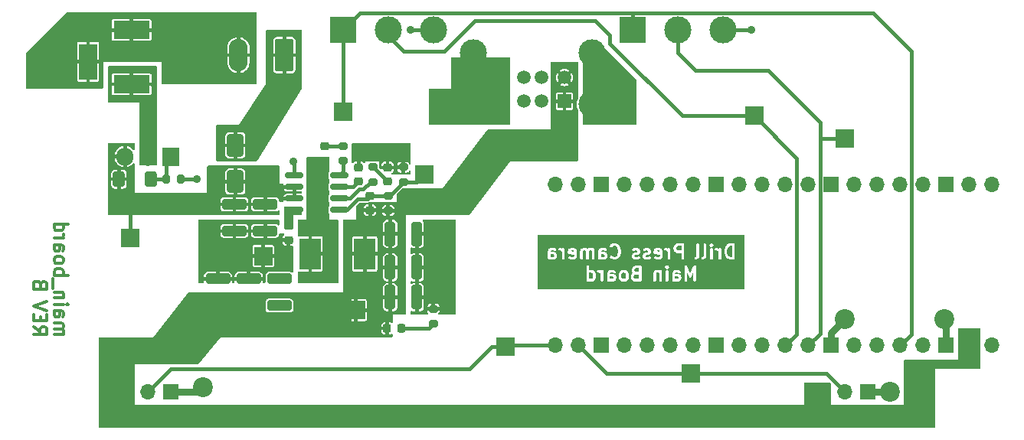
<source format=gbr>
%TF.GenerationSoftware,KiCad,Pcbnew,(7.0.0)*%
%TF.CreationDate,2023-06-19T20:16:09-07:00*%
%TF.ProjectId,main_board,6d61696e-5f62-46f6-9172-642e6b696361,B*%
%TF.SameCoordinates,Original*%
%TF.FileFunction,Copper,L2,Bot*%
%TF.FilePolarity,Positive*%
%FSLAX46Y46*%
G04 Gerber Fmt 4.6, Leading zero omitted, Abs format (unit mm)*
G04 Created by KiCad (PCBNEW (7.0.0)) date 2023-06-19 20:16:09*
%MOMM*%
%LPD*%
G01*
G04 APERTURE LIST*
G04 Aperture macros list*
%AMRoundRect*
0 Rectangle with rounded corners*
0 $1 Rounding radius*
0 $2 $3 $4 $5 $6 $7 $8 $9 X,Y pos of 4 corners*
0 Add a 4 corners polygon primitive as box body*
4,1,4,$2,$3,$4,$5,$6,$7,$8,$9,$2,$3,0*
0 Add four circle primitives for the rounded corners*
1,1,$1+$1,$2,$3*
1,1,$1+$1,$4,$5*
1,1,$1+$1,$6,$7*
1,1,$1+$1,$8,$9*
0 Add four rect primitives between the rounded corners*
20,1,$1+$1,$2,$3,$4,$5,0*
20,1,$1+$1,$4,$5,$6,$7,0*
20,1,$1+$1,$6,$7,$8,$9,0*
20,1,$1+$1,$8,$9,$2,$3,0*%
G04 Aperture macros list end*
%ADD10C,0.300000*%
%TA.AperFunction,NonConductor*%
%ADD11C,0.300000*%
%TD*%
%TA.AperFunction,ComponentPad*%
%ADD12R,1.700000X1.700000*%
%TD*%
%TA.AperFunction,ComponentPad*%
%ADD13O,1.700000X1.700000*%
%TD*%
%TA.AperFunction,ComponentPad*%
%ADD14R,4.000000X2.000000*%
%TD*%
%TA.AperFunction,ComponentPad*%
%ADD15R,2.000000X4.000000*%
%TD*%
%TA.AperFunction,ComponentPad*%
%ADD16R,1.905000X2.000000*%
%TD*%
%TA.AperFunction,ComponentPad*%
%ADD17O,1.905000X2.000000*%
%TD*%
%TA.AperFunction,ComponentPad*%
%ADD18R,1.500000X1.500000*%
%TD*%
%TA.AperFunction,ComponentPad*%
%ADD19C,1.500000*%
%TD*%
%TA.AperFunction,ComponentPad*%
%ADD20C,3.000000*%
%TD*%
%TA.AperFunction,ComponentPad*%
%ADD21RoundRect,0.249999X0.790001X1.550001X-0.790001X1.550001X-0.790001X-1.550001X0.790001X-1.550001X0*%
%TD*%
%TA.AperFunction,ComponentPad*%
%ADD22O,2.080000X3.600000*%
%TD*%
%TA.AperFunction,SMDPad,CuDef*%
%ADD23R,2.000000X2.000000*%
%TD*%
%TA.AperFunction,SMDPad,CuDef*%
%ADD24RoundRect,0.250000X-0.325000X-1.100000X0.325000X-1.100000X0.325000X1.100000X-0.325000X1.100000X0*%
%TD*%
%TA.AperFunction,SMDPad,CuDef*%
%ADD25RoundRect,0.200000X0.275000X-0.200000X0.275000X0.200000X-0.275000X0.200000X-0.275000X-0.200000X0*%
%TD*%
%TA.AperFunction,SMDPad,CuDef*%
%ADD26RoundRect,0.250000X-1.100000X0.325000X-1.100000X-0.325000X1.100000X-0.325000X1.100000X0.325000X0*%
%TD*%
%TA.AperFunction,SMDPad,CuDef*%
%ADD27RoundRect,0.250000X-0.400000X-0.600000X0.400000X-0.600000X0.400000X0.600000X-0.400000X0.600000X0*%
%TD*%
%TA.AperFunction,SMDPad,CuDef*%
%ADD28R,2.350000X3.500000*%
%TD*%
%TA.AperFunction,ComponentPad*%
%ADD29R,3.000000X3.000000*%
%TD*%
%TA.AperFunction,SMDPad,CuDef*%
%ADD30RoundRect,0.250000X1.100000X-0.325000X1.100000X0.325000X-1.100000X0.325000X-1.100000X-0.325000X0*%
%TD*%
%TA.AperFunction,SMDPad,CuDef*%
%ADD31RoundRect,0.225000X-0.250000X0.225000X-0.250000X-0.225000X0.250000X-0.225000X0.250000X0.225000X0*%
%TD*%
%TA.AperFunction,SMDPad,CuDef*%
%ADD32RoundRect,0.200000X-0.200000X-0.275000X0.200000X-0.275000X0.200000X0.275000X-0.200000X0.275000X0*%
%TD*%
%TA.AperFunction,SMDPad,CuDef*%
%ADD33RoundRect,0.218750X0.218750X0.256250X-0.218750X0.256250X-0.218750X-0.256250X0.218750X-0.256250X0*%
%TD*%
%TA.AperFunction,SMDPad,CuDef*%
%ADD34RoundRect,0.250000X-0.650000X1.000000X-0.650000X-1.000000X0.650000X-1.000000X0.650000X1.000000X0*%
%TD*%
%TA.AperFunction,SMDPad,CuDef*%
%ADD35RoundRect,0.225000X0.250000X-0.225000X0.250000X0.225000X-0.250000X0.225000X-0.250000X-0.225000X0*%
%TD*%
%TA.AperFunction,SMDPad,CuDef*%
%ADD36RoundRect,0.150000X-0.825000X-0.150000X0.825000X-0.150000X0.825000X0.150000X-0.825000X0.150000X0*%
%TD*%
%TA.AperFunction,ComponentPad*%
%ADD37C,0.500000*%
%TD*%
%TA.AperFunction,SMDPad,CuDef*%
%ADD38R,2.290000X3.000000*%
%TD*%
%TA.AperFunction,ViaPad*%
%ADD39C,2.200000*%
%TD*%
%TA.AperFunction,ViaPad*%
%ADD40C,0.900000*%
%TD*%
%TA.AperFunction,Conductor*%
%ADD41C,0.400000*%
%TD*%
%TA.AperFunction,Conductor*%
%ADD42C,0.800000*%
%TD*%
G04 APERTURE END LIST*
D10*
G36*
X157088196Y-68285374D02*
G01*
X157121428Y-68351838D01*
X157121428Y-68423875D01*
X157088195Y-68490339D01*
X157021733Y-68523571D01*
X156735410Y-68523571D01*
X156707143Y-68509438D01*
X156707143Y-68255837D01*
X156716782Y-68257572D01*
X156729874Y-68252142D01*
X157021732Y-68252142D01*
X157088196Y-68285374D01*
G37*
G36*
X152721428Y-68523571D02*
G01*
X152335409Y-68523571D01*
X152245996Y-68478864D01*
X152208990Y-68441859D01*
X152164285Y-68352447D01*
X152164285Y-68208981D01*
X152208991Y-68119567D01*
X152238169Y-68090389D01*
X152382539Y-68042266D01*
X152388209Y-68043287D01*
X152401301Y-68037857D01*
X152721428Y-68037857D01*
X152721428Y-68523571D01*
G37*
G36*
X152721428Y-67737857D02*
G01*
X152406838Y-67737857D01*
X152317425Y-67693150D01*
X152280420Y-67656145D01*
X152235713Y-67566731D01*
X152235713Y-67494696D01*
X152280420Y-67405281D01*
X152317424Y-67368277D01*
X152406838Y-67323571D01*
X152721428Y-67323571D01*
X152721428Y-67737857D01*
G37*
G36*
X151211146Y-67868278D02*
G01*
X151248149Y-67905281D01*
X151292856Y-67994695D01*
X151292856Y-68352447D01*
X151248148Y-68441861D01*
X151211146Y-68478863D01*
X151121732Y-68523571D01*
X150978266Y-68523571D01*
X150888855Y-68478865D01*
X150851848Y-68441859D01*
X150807142Y-68352447D01*
X150807142Y-67994696D01*
X150851849Y-67905282D01*
X150888853Y-67868277D01*
X150978266Y-67823571D01*
X151121731Y-67823571D01*
X151211146Y-67868278D01*
G37*
G36*
X149902481Y-68285374D02*
G01*
X149935713Y-68351838D01*
X149935713Y-68423875D01*
X149902480Y-68490339D01*
X149836018Y-68523571D01*
X149549695Y-68523571D01*
X149521428Y-68509438D01*
X149521428Y-68255837D01*
X149531067Y-68257572D01*
X149544159Y-68252142D01*
X149836017Y-68252142D01*
X149902481Y-68285374D01*
G37*
G36*
X147568289Y-67868278D02*
G01*
X147605292Y-67905281D01*
X147649999Y-67994695D01*
X147649999Y-68352447D01*
X147605291Y-68441861D01*
X147568289Y-68478863D01*
X147478875Y-68523571D01*
X147263981Y-68523571D01*
X147235714Y-68509438D01*
X147235714Y-67837704D01*
X147263981Y-67823571D01*
X147478874Y-67823571D01*
X147568289Y-67868278D01*
G37*
G36*
X155031053Y-65426803D02*
G01*
X155064285Y-65493267D01*
X155064285Y-65560601D01*
X154657055Y-65479154D01*
X154683231Y-65426802D01*
X154749695Y-65393571D01*
X154964589Y-65393571D01*
X155031053Y-65426803D01*
G37*
G36*
X148916767Y-65855374D02*
G01*
X148949999Y-65921838D01*
X148949999Y-65993875D01*
X148916766Y-66060339D01*
X148850304Y-66093571D01*
X148563981Y-66093571D01*
X148535714Y-66079438D01*
X148535714Y-65825837D01*
X148545353Y-65827572D01*
X148558445Y-65822142D01*
X148850303Y-65822142D01*
X148916767Y-65855374D01*
G37*
G36*
X145559624Y-65426803D02*
G01*
X145592856Y-65493267D01*
X145592856Y-65560601D01*
X145185626Y-65479154D01*
X145211802Y-65426802D01*
X145278266Y-65393571D01*
X145493160Y-65393571D01*
X145559624Y-65426803D01*
G37*
G36*
X143345339Y-65855374D02*
G01*
X143378571Y-65921838D01*
X143378571Y-65993875D01*
X143345338Y-66060339D01*
X143278876Y-66093571D01*
X142992553Y-66093571D01*
X142964286Y-66079438D01*
X142964286Y-65825837D01*
X142973925Y-65827572D01*
X142987017Y-65822142D01*
X143278875Y-65822142D01*
X143345339Y-65855374D01*
G37*
G36*
X163035713Y-66093571D02*
G01*
X162852913Y-66093571D01*
X162695311Y-66041037D01*
X162594705Y-65940431D01*
X162541526Y-65834075D01*
X162478570Y-65582250D01*
X162478570Y-65404892D01*
X162541524Y-65153071D01*
X162594705Y-65046711D01*
X162695311Y-64946104D01*
X162852911Y-64893571D01*
X163035713Y-64893571D01*
X163035713Y-66093571D01*
G37*
G36*
X157421428Y-65379285D02*
G01*
X157035409Y-65379285D01*
X156945995Y-65334578D01*
X156908990Y-65297573D01*
X156864285Y-65208161D01*
X156864285Y-65064695D01*
X156908991Y-64975281D01*
X156945995Y-64938277D01*
X157035409Y-64893571D01*
X157421428Y-64893571D01*
X157421428Y-65379285D01*
G37*
G36*
X164432143Y-69664286D02*
G01*
X141567858Y-69664286D01*
X141567858Y-67750510D01*
X146929479Y-67750510D01*
X146935714Y-67769272D01*
X146935714Y-68599478D01*
X146934254Y-68640872D01*
X146935714Y-68643330D01*
X146935714Y-68695139D01*
X146954198Y-68758091D01*
X147020771Y-68815776D01*
X147107963Y-68828313D01*
X147157034Y-68805902D01*
X147184527Y-68823571D01*
X147215180Y-68823571D01*
X147245352Y-68829001D01*
X147258444Y-68823571D01*
X147506210Y-68823571D01*
X147541973Y-68827432D01*
X147569387Y-68813724D01*
X147598805Y-68805087D01*
X147608087Y-68794374D01*
X147707401Y-68744716D01*
X147732063Y-68739352D01*
X147761277Y-68710137D01*
X147791555Y-68681975D01*
X147792281Y-68679134D01*
X147821337Y-68650079D01*
X147843038Y-68637190D01*
X147861517Y-68600231D01*
X147881331Y-68563946D01*
X147881121Y-68561021D01*
X147930551Y-68462162D01*
X147949999Y-68431901D01*
X147949999Y-68401249D01*
X147955429Y-68371075D01*
X147949999Y-68357983D01*
X147949999Y-67967361D01*
X147953860Y-67931598D01*
X147940152Y-67904183D01*
X147931515Y-67874765D01*
X147920803Y-67865483D01*
X147871145Y-67766165D01*
X147865780Y-67741505D01*
X147836572Y-67712297D01*
X147821245Y-67695820D01*
X148073828Y-67695820D01*
X148110421Y-67775947D01*
X148184526Y-67823571D01*
X148336017Y-67823571D01*
X148425431Y-67868278D01*
X148462435Y-67905282D01*
X148507142Y-67994695D01*
X148507142Y-68695139D01*
X148525626Y-68758091D01*
X148592199Y-68815776D01*
X148679391Y-68828313D01*
X148759518Y-68791720D01*
X148807142Y-68717615D01*
X148807142Y-67967360D01*
X148811003Y-67931596D01*
X148807142Y-67923874D01*
X148807142Y-67904639D01*
X149215998Y-67904639D01*
X149221428Y-67917731D01*
X149221428Y-68028037D01*
X149219968Y-68069444D01*
X149221428Y-68071902D01*
X149221428Y-68599478D01*
X149219968Y-68640872D01*
X149221428Y-68643330D01*
X149221428Y-68695139D01*
X149239912Y-68758091D01*
X149306485Y-68815776D01*
X149393677Y-68828313D01*
X149442748Y-68805902D01*
X149470241Y-68823571D01*
X149500894Y-68823571D01*
X149531066Y-68829001D01*
X149544158Y-68823571D01*
X149863353Y-68823571D01*
X149899116Y-68827432D01*
X149926530Y-68813724D01*
X149955948Y-68805087D01*
X149965230Y-68794374D01*
X150047185Y-68753396D01*
X150053015Y-68753602D01*
X150086228Y-68733874D01*
X150100658Y-68726660D01*
X150104689Y-68722909D01*
X150128752Y-68708618D01*
X150136313Y-68693494D01*
X150148698Y-68681975D01*
X150155631Y-68654858D01*
X150216265Y-68533590D01*
X150235713Y-68503329D01*
X150235713Y-68472677D01*
X150241143Y-68442503D01*
X150235713Y-68429411D01*
X150235713Y-68324504D01*
X150239574Y-68288741D01*
X150225866Y-68261326D01*
X150217229Y-68231908D01*
X150206517Y-68222626D01*
X150165539Y-68140669D01*
X150165745Y-68134841D01*
X150146022Y-68101636D01*
X150138804Y-68087198D01*
X150135051Y-68083163D01*
X150120761Y-68059104D01*
X150105637Y-68051542D01*
X150094118Y-68039158D01*
X150067001Y-68032224D01*
X149954685Y-67976066D01*
X150501712Y-67976066D01*
X150507142Y-67989158D01*
X150507142Y-68379782D01*
X150503281Y-68415545D01*
X150516988Y-68442959D01*
X150525626Y-68472377D01*
X150536338Y-68481659D01*
X150585995Y-68580972D01*
X150591361Y-68605636D01*
X150620581Y-68634856D01*
X150648738Y-68665127D01*
X150651578Y-68665853D01*
X150680632Y-68694907D01*
X150693522Y-68716609D01*
X150730488Y-68735092D01*
X150766767Y-68754902D01*
X150769689Y-68754692D01*
X150868550Y-68804123D01*
X150898812Y-68823571D01*
X150929465Y-68823571D01*
X150959637Y-68829001D01*
X150972729Y-68823571D01*
X151149067Y-68823571D01*
X151184830Y-68827432D01*
X151212244Y-68813724D01*
X151241662Y-68805087D01*
X151250944Y-68794374D01*
X151350258Y-68744716D01*
X151374920Y-68739352D01*
X151404134Y-68710137D01*
X151434412Y-68681975D01*
X151435138Y-68679134D01*
X151464194Y-68650079D01*
X151485895Y-68637190D01*
X151504374Y-68600231D01*
X151524188Y-68563946D01*
X151523978Y-68561021D01*
X151573408Y-68462162D01*
X151592856Y-68431901D01*
X151592856Y-68401249D01*
X151598286Y-68371075D01*
X151592856Y-68357983D01*
X151592856Y-68190353D01*
X151858855Y-68190353D01*
X151864285Y-68203445D01*
X151864285Y-68379781D01*
X151860424Y-68415544D01*
X151874131Y-68442958D01*
X151882769Y-68472377D01*
X151893480Y-68481658D01*
X151943138Y-68580976D01*
X151948504Y-68605637D01*
X151977708Y-68634840D01*
X152005880Y-68665127D01*
X152008721Y-68665853D01*
X152037775Y-68694906D01*
X152050665Y-68716609D01*
X152087639Y-68735096D01*
X152123912Y-68754903D01*
X152126834Y-68754693D01*
X152225693Y-68804123D01*
X152255955Y-68823571D01*
X152286608Y-68823571D01*
X152316780Y-68829001D01*
X152329872Y-68823571D01*
X152860697Y-68823571D01*
X152893677Y-68828313D01*
X152923983Y-68814472D01*
X152955948Y-68805087D01*
X152963422Y-68796461D01*
X152973804Y-68791720D01*
X152991816Y-68763692D01*
X153013633Y-68738514D01*
X153015257Y-68727216D01*
X153021428Y-68717615D01*
X153021428Y-68684302D01*
X153026170Y-68651322D01*
X153021428Y-68640939D01*
X153021428Y-67904639D01*
X154330284Y-67904639D01*
X154335714Y-67917731D01*
X154335714Y-68695139D01*
X154354198Y-68758091D01*
X154420771Y-68815776D01*
X154507963Y-68828313D01*
X154588090Y-68791720D01*
X154635714Y-68717615D01*
X154635714Y-67923267D01*
X154668945Y-67856802D01*
X154735409Y-67823571D01*
X154878874Y-67823571D01*
X154968289Y-67868278D01*
X154978571Y-67878560D01*
X154978571Y-68695139D01*
X154997055Y-68758091D01*
X155063628Y-68815776D01*
X155150820Y-68828313D01*
X155230947Y-68791720D01*
X155278571Y-68717615D01*
X155278571Y-68695139D01*
X155692857Y-68695139D01*
X155711341Y-68758091D01*
X155777914Y-68815776D01*
X155865106Y-68828313D01*
X155945233Y-68791720D01*
X155992857Y-68717615D01*
X155992857Y-67904639D01*
X156401713Y-67904639D01*
X156407143Y-67917731D01*
X156407143Y-68028037D01*
X156405683Y-68069444D01*
X156407143Y-68071902D01*
X156407143Y-68599478D01*
X156405683Y-68640872D01*
X156407143Y-68643330D01*
X156407143Y-68695139D01*
X156425627Y-68758091D01*
X156492200Y-68815776D01*
X156579392Y-68828313D01*
X156628463Y-68805902D01*
X156655956Y-68823571D01*
X156686609Y-68823571D01*
X156716781Y-68829001D01*
X156729873Y-68823571D01*
X157049068Y-68823571D01*
X157084831Y-68827432D01*
X157112245Y-68813724D01*
X157141663Y-68805087D01*
X157150945Y-68794374D01*
X157232900Y-68753396D01*
X157238730Y-68753602D01*
X157271943Y-68733874D01*
X157286373Y-68726660D01*
X157290404Y-68722909D01*
X157314467Y-68708618D01*
X157322028Y-68693494D01*
X157334413Y-68681975D01*
X157341346Y-68654858D01*
X157401980Y-68533590D01*
X157421428Y-68503329D01*
X157421428Y-68472677D01*
X157426858Y-68442503D01*
X157421428Y-68429411D01*
X157421428Y-68324504D01*
X157425289Y-68288741D01*
X157411581Y-68261326D01*
X157402944Y-68231908D01*
X157392232Y-68222626D01*
X157351254Y-68140669D01*
X157351460Y-68134841D01*
X157331737Y-68101636D01*
X157324519Y-68087198D01*
X157320766Y-68083163D01*
X157306476Y-68059104D01*
X157291352Y-68051542D01*
X157279833Y-68039158D01*
X157252716Y-68032224D01*
X157131452Y-67971592D01*
X157101187Y-67952142D01*
X157070534Y-67952142D01*
X157040362Y-67946712D01*
X157027270Y-67952142D01*
X156735410Y-67952142D01*
X156707143Y-67938009D01*
X156707143Y-67923267D01*
X156740374Y-67856802D01*
X156806838Y-67823571D01*
X157021732Y-67823571D01*
X157152208Y-67888809D01*
X157216781Y-67900430D01*
X157298148Y-67866683D01*
X157348355Y-67794303D01*
X157351460Y-67706270D01*
X157306476Y-67630533D01*
X157131452Y-67543021D01*
X157101187Y-67523571D01*
X157070534Y-67523571D01*
X157040362Y-67518141D01*
X157027270Y-67523571D01*
X156779503Y-67523571D01*
X156743739Y-67519710D01*
X156716323Y-67533418D01*
X156686908Y-67542055D01*
X156677626Y-67552766D01*
X156595670Y-67593745D01*
X156589841Y-67593540D01*
X156556627Y-67613267D01*
X156542198Y-67620482D01*
X156538166Y-67624232D01*
X156514104Y-67638524D01*
X156506542Y-67653647D01*
X156494158Y-67665167D01*
X156487224Y-67692282D01*
X156426588Y-67813554D01*
X156407143Y-67843813D01*
X156407143Y-67874464D01*
X156401713Y-67904639D01*
X155992857Y-67904639D01*
X155992857Y-67652003D01*
X155974373Y-67589051D01*
X155907800Y-67531366D01*
X155820608Y-67518829D01*
X155740481Y-67555422D01*
X155692857Y-67629527D01*
X155692857Y-68695139D01*
X155278571Y-68695139D01*
X155278571Y-67843493D01*
X155284506Y-67827580D01*
X155278571Y-67800299D01*
X155278571Y-67652003D01*
X155260087Y-67589051D01*
X155193514Y-67531366D01*
X155106322Y-67518829D01*
X155026195Y-67555422D01*
X155023082Y-67560265D01*
X154988594Y-67543021D01*
X154958329Y-67523571D01*
X154927676Y-67523571D01*
X154897504Y-67518141D01*
X154884412Y-67523571D01*
X154708074Y-67523571D01*
X154672310Y-67519710D01*
X154644894Y-67533418D01*
X154615479Y-67542055D01*
X154606197Y-67552766D01*
X154524241Y-67593745D01*
X154518412Y-67593540D01*
X154485198Y-67613267D01*
X154470769Y-67620482D01*
X154466737Y-67624232D01*
X154442675Y-67638524D01*
X154435113Y-67653647D01*
X154422729Y-67665167D01*
X154415795Y-67692282D01*
X154355159Y-67813554D01*
X154335714Y-67843813D01*
X154335714Y-67874464D01*
X154330284Y-67904639D01*
X153021428Y-67904639D01*
X153021428Y-67898588D01*
X153026170Y-67865608D01*
X153021428Y-67855225D01*
X153021428Y-67233848D01*
X155615493Y-67233848D01*
X155622574Y-67266400D01*
X155624952Y-67299632D01*
X155631792Y-67308770D01*
X155634219Y-67319923D01*
X155657771Y-67343475D01*
X155677741Y-67370152D01*
X155688438Y-67374142D01*
X155709718Y-67395420D01*
X155711341Y-67400948D01*
X155732438Y-67419229D01*
X155749170Y-67441580D01*
X155765083Y-67447515D01*
X155777914Y-67458633D01*
X155794721Y-67461049D01*
X155809627Y-67469189D01*
X155821010Y-67468374D01*
X155831704Y-67472363D01*
X155848297Y-67468753D01*
X155865106Y-67471170D01*
X155880555Y-67464114D01*
X155897490Y-67462903D01*
X155906625Y-67456064D01*
X155917779Y-67453638D01*
X155929785Y-67441631D01*
X155945233Y-67434577D01*
X155954414Y-67420290D01*
X155968009Y-67410114D01*
X155971997Y-67399419D01*
X156012764Y-67358652D01*
X156039436Y-67338687D01*
X156051079Y-67307470D01*
X156067045Y-67278232D01*
X156066230Y-67266849D01*
X156070220Y-67256154D01*
X156063136Y-67223593D01*
X156061241Y-67197092D01*
X157759733Y-67197092D01*
X157764286Y-67206848D01*
X157764286Y-68695139D01*
X157782770Y-68758091D01*
X157849343Y-68815776D01*
X157936535Y-68828313D01*
X158016662Y-68791720D01*
X158064286Y-68717615D01*
X158064286Y-67849707D01*
X158277840Y-68307324D01*
X158295299Y-68346400D01*
X158315157Y-68359394D01*
X158330851Y-68377207D01*
X158351258Y-68383017D01*
X158369010Y-68394633D01*
X158392743Y-68394828D01*
X158415572Y-68401328D01*
X158435879Y-68395183D01*
X158457094Y-68395358D01*
X158477165Y-68382690D01*
X158499886Y-68375816D01*
X158513648Y-68359666D01*
X158531588Y-68348345D01*
X158541623Y-68326839D01*
X158557021Y-68308772D01*
X158559867Y-68287745D01*
X158764286Y-67849706D01*
X158764286Y-68695139D01*
X158782770Y-68758091D01*
X158849343Y-68815776D01*
X158936535Y-68828313D01*
X159016662Y-68791720D01*
X159064286Y-68717615D01*
X159064286Y-67184922D01*
X159069206Y-67152596D01*
X159055362Y-67121610D01*
X159045802Y-67089051D01*
X159037665Y-67082000D01*
X159033273Y-67072170D01*
X159004872Y-67053585D01*
X158979229Y-67031366D01*
X158968574Y-67029834D01*
X158959563Y-67023937D01*
X158925621Y-67023658D01*
X158892037Y-67018829D01*
X158882243Y-67023301D01*
X158871478Y-67023213D01*
X158842781Y-67041323D01*
X158811910Y-67055422D01*
X158806088Y-67064479D01*
X158796984Y-67070226D01*
X158782632Y-67100978D01*
X158764286Y-67129527D01*
X158764286Y-67140293D01*
X158414286Y-67890294D01*
X158055013Y-67120424D01*
X158045802Y-67089051D01*
X158020155Y-67066828D01*
X157997721Y-67041364D01*
X157987364Y-67038415D01*
X157979229Y-67031366D01*
X157945638Y-67026536D01*
X157913000Y-67017244D01*
X157902696Y-67020361D01*
X157892037Y-67018829D01*
X157861165Y-67032927D01*
X157828686Y-67042755D01*
X157821702Y-67050949D01*
X157811910Y-67055422D01*
X157793564Y-67083967D01*
X157771551Y-67109800D01*
X157770106Y-67120470D01*
X157764286Y-67129527D01*
X157764286Y-67163462D01*
X157759733Y-67197092D01*
X156061241Y-67197092D01*
X156060760Y-67190368D01*
X156053921Y-67181232D01*
X156051495Y-67170079D01*
X156027936Y-67146519D01*
X156007971Y-67119849D01*
X155997277Y-67115860D01*
X155975996Y-67094578D01*
X155974373Y-67089051D01*
X155953275Y-67070770D01*
X155936544Y-67048419D01*
X155920630Y-67042483D01*
X155907800Y-67031366D01*
X155890992Y-67028949D01*
X155876089Y-67020811D01*
X155864705Y-67021625D01*
X155854010Y-67017636D01*
X155837416Y-67021245D01*
X155820608Y-67018829D01*
X155805160Y-67025883D01*
X155788226Y-67027095D01*
X155779089Y-67033934D01*
X155767935Y-67036361D01*
X155755928Y-67048367D01*
X155740481Y-67055422D01*
X155731301Y-67069706D01*
X155717706Y-67079883D01*
X155713716Y-67090579D01*
X155672949Y-67131346D01*
X155646276Y-67151314D01*
X155634633Y-67182529D01*
X155618667Y-67211769D01*
X155619481Y-67223154D01*
X155615493Y-67233848D01*
X153021428Y-67233848D01*
X153021428Y-67184302D01*
X153026170Y-67151322D01*
X153012329Y-67121015D01*
X153002944Y-67089051D01*
X152994318Y-67081576D01*
X152989577Y-67071195D01*
X152961549Y-67053182D01*
X152936371Y-67031366D01*
X152925073Y-67029741D01*
X152915472Y-67023571D01*
X152882159Y-67023571D01*
X152849179Y-67018829D01*
X152838796Y-67023571D01*
X152379503Y-67023571D01*
X152343739Y-67019710D01*
X152316323Y-67033418D01*
X152286908Y-67042055D01*
X152277626Y-67052766D01*
X152178311Y-67102425D01*
X152153650Y-67107790D01*
X152124435Y-67137004D01*
X152094158Y-67165167D01*
X152093431Y-67168007D01*
X152064375Y-67197062D01*
X152042675Y-67209952D01*
X152024194Y-67246912D01*
X152004382Y-67283196D01*
X152004591Y-67286119D01*
X151955163Y-67384975D01*
X151935713Y-67415241D01*
X151935713Y-67445894D01*
X151930283Y-67476066D01*
X151935713Y-67489158D01*
X151935713Y-67594066D01*
X151931852Y-67629830D01*
X151945559Y-67657245D01*
X151954197Y-67686662D01*
X151964908Y-67695943D01*
X152014568Y-67795263D01*
X152019933Y-67819923D01*
X152049137Y-67849126D01*
X152050578Y-67850676D01*
X152035371Y-67861245D01*
X152029952Y-67874342D01*
X151992945Y-67911349D01*
X151971246Y-67924238D01*
X151952770Y-67961189D01*
X151932952Y-67997483D01*
X151933161Y-68000407D01*
X151883730Y-68099268D01*
X151864285Y-68129527D01*
X151864285Y-68160178D01*
X151858855Y-68190353D01*
X151592856Y-68190353D01*
X151592856Y-67967361D01*
X151596717Y-67931598D01*
X151583009Y-67904183D01*
X151574372Y-67874765D01*
X151563660Y-67865483D01*
X151514002Y-67766165D01*
X151508637Y-67741505D01*
X151479429Y-67712297D01*
X151451261Y-67682015D01*
X151448420Y-67681288D01*
X151419362Y-67652231D01*
X151406475Y-67630533D01*
X151369525Y-67612058D01*
X151333229Y-67592239D01*
X151330305Y-67592448D01*
X151231451Y-67543021D01*
X151201186Y-67523571D01*
X151170533Y-67523571D01*
X151140361Y-67518141D01*
X151127269Y-67523571D01*
X150950931Y-67523571D01*
X150915167Y-67519710D01*
X150887751Y-67533418D01*
X150858336Y-67542055D01*
X150849054Y-67552766D01*
X150749739Y-67602424D01*
X150725076Y-67607790D01*
X150695845Y-67637020D01*
X150665586Y-67665167D01*
X150664859Y-67668006D01*
X150635802Y-67697064D01*
X150614104Y-67709952D01*
X150595628Y-67746903D01*
X150575810Y-67783197D01*
X150576019Y-67786121D01*
X150526592Y-67884975D01*
X150507142Y-67915241D01*
X150507142Y-67945894D01*
X150501712Y-67976066D01*
X149954685Y-67976066D01*
X149945737Y-67971592D01*
X149915472Y-67952142D01*
X149884819Y-67952142D01*
X149854647Y-67946712D01*
X149841555Y-67952142D01*
X149549695Y-67952142D01*
X149521428Y-67938009D01*
X149521428Y-67923267D01*
X149554659Y-67856802D01*
X149621123Y-67823571D01*
X149836017Y-67823571D01*
X149966493Y-67888809D01*
X150031066Y-67900430D01*
X150112433Y-67866683D01*
X150162640Y-67794303D01*
X150165745Y-67706270D01*
X150120761Y-67630533D01*
X149945737Y-67543021D01*
X149915472Y-67523571D01*
X149884819Y-67523571D01*
X149854647Y-67518141D01*
X149841555Y-67523571D01*
X149593788Y-67523571D01*
X149558024Y-67519710D01*
X149530608Y-67533418D01*
X149501193Y-67542055D01*
X149491911Y-67552766D01*
X149409955Y-67593745D01*
X149404126Y-67593540D01*
X149370912Y-67613267D01*
X149356483Y-67620482D01*
X149352451Y-67624232D01*
X149328389Y-67638524D01*
X149320827Y-67653647D01*
X149308443Y-67665167D01*
X149301509Y-67692282D01*
X149240873Y-67813554D01*
X149221428Y-67843813D01*
X149221428Y-67874464D01*
X149215998Y-67904639D01*
X148807142Y-67904639D01*
X148807142Y-67652003D01*
X148788658Y-67589051D01*
X148722085Y-67531366D01*
X148634893Y-67518829D01*
X148554766Y-67555422D01*
X148534283Y-67587293D01*
X148445729Y-67543016D01*
X148415471Y-67523571D01*
X148384820Y-67523571D01*
X148354646Y-67518141D01*
X148341554Y-67523571D01*
X148207002Y-67523571D01*
X148144050Y-67542055D01*
X148086365Y-67608628D01*
X148073828Y-67695820D01*
X147821245Y-67695820D01*
X147808404Y-67682015D01*
X147805563Y-67681288D01*
X147776505Y-67652231D01*
X147763618Y-67630533D01*
X147726668Y-67612058D01*
X147690372Y-67592239D01*
X147687448Y-67592448D01*
X147588594Y-67543021D01*
X147558329Y-67523571D01*
X147527676Y-67523571D01*
X147497504Y-67518141D01*
X147484412Y-67523571D01*
X147236646Y-67523571D01*
X147235714Y-67523470D01*
X147235714Y-67152003D01*
X147217230Y-67089051D01*
X147150657Y-67031366D01*
X147063465Y-67018829D01*
X146983338Y-67055422D01*
X146935714Y-67129527D01*
X146935714Y-67726126D01*
X146929479Y-67750510D01*
X141567858Y-67750510D01*
X141567858Y-65474639D01*
X142658856Y-65474639D01*
X142664286Y-65487731D01*
X142664286Y-65598037D01*
X142662826Y-65639444D01*
X142664286Y-65641902D01*
X142664286Y-66169478D01*
X142662826Y-66210872D01*
X142664286Y-66213330D01*
X142664286Y-66265139D01*
X142682770Y-66328091D01*
X142749343Y-66385776D01*
X142836535Y-66398313D01*
X142885606Y-66375902D01*
X142913099Y-66393571D01*
X142943752Y-66393571D01*
X142973924Y-66399001D01*
X142987016Y-66393571D01*
X143306211Y-66393571D01*
X143341974Y-66397432D01*
X143369388Y-66383724D01*
X143398806Y-66375087D01*
X143408088Y-66364374D01*
X143490043Y-66323396D01*
X143495873Y-66323602D01*
X143529086Y-66303874D01*
X143543516Y-66296660D01*
X143547547Y-66292909D01*
X143571610Y-66278618D01*
X143579171Y-66263494D01*
X143591556Y-66251975D01*
X143598489Y-66224858D01*
X143659123Y-66103590D01*
X143678571Y-66073329D01*
X143678571Y-66042677D01*
X143684001Y-66012503D01*
X143678571Y-65999411D01*
X143678571Y-65894504D01*
X143682432Y-65858741D01*
X143668724Y-65831326D01*
X143660087Y-65801908D01*
X143649375Y-65792626D01*
X143608397Y-65710669D01*
X143608603Y-65704841D01*
X143588880Y-65671636D01*
X143581662Y-65657198D01*
X143577909Y-65653163D01*
X143563619Y-65629104D01*
X143548495Y-65621542D01*
X143536976Y-65609158D01*
X143509859Y-65602224D01*
X143388595Y-65541592D01*
X143358330Y-65522142D01*
X143327677Y-65522142D01*
X143297505Y-65516712D01*
X143284413Y-65522142D01*
X142992553Y-65522142D01*
X142964286Y-65508009D01*
X142964286Y-65493267D01*
X142997517Y-65426802D01*
X143063981Y-65393571D01*
X143278875Y-65393571D01*
X143409351Y-65458809D01*
X143473924Y-65470430D01*
X143555291Y-65436683D01*
X143605498Y-65364303D01*
X143608603Y-65276270D01*
X143602396Y-65265820D01*
X143802400Y-65265820D01*
X143838993Y-65345947D01*
X143913098Y-65393571D01*
X144064589Y-65393571D01*
X144154003Y-65438278D01*
X144191007Y-65475282D01*
X144235714Y-65564695D01*
X144235714Y-66265139D01*
X144254198Y-66328091D01*
X144320771Y-66385776D01*
X144407963Y-66398313D01*
X144488090Y-66361720D01*
X144535714Y-66287615D01*
X144535714Y-65592184D01*
X144872471Y-65592184D01*
X144878571Y-65618119D01*
X144878571Y-65622282D01*
X144883492Y-65639043D01*
X144892639Y-65677931D01*
X144895811Y-65680998D01*
X144897055Y-65685234D01*
X144927252Y-65711399D01*
X144955965Y-65739163D01*
X144960292Y-65740028D01*
X144963628Y-65742919D01*
X145003180Y-65748606D01*
X145592856Y-65866542D01*
X145592856Y-65993875D01*
X145559623Y-66060339D01*
X145493161Y-66093571D01*
X145278266Y-66093571D01*
X145147790Y-66028333D01*
X145083218Y-66016712D01*
X145001851Y-66050459D01*
X144951644Y-66122839D01*
X144948539Y-66210872D01*
X144993522Y-66286609D01*
X145168550Y-66374123D01*
X145198812Y-66393571D01*
X145229465Y-66393571D01*
X145259637Y-66399001D01*
X145272729Y-66393571D01*
X145520496Y-66393571D01*
X145556259Y-66397432D01*
X145583673Y-66383724D01*
X145613091Y-66375087D01*
X145622373Y-66364374D01*
X145704328Y-66323396D01*
X145710158Y-66323602D01*
X145743371Y-66303874D01*
X145757801Y-66296660D01*
X145761832Y-66292909D01*
X145785895Y-66278618D01*
X145793456Y-66263494D01*
X145805841Y-66251975D01*
X145812774Y-66224858D01*
X145873408Y-66103590D01*
X145892856Y-66073329D01*
X145892856Y-66042677D01*
X145898286Y-66012503D01*
X145892856Y-65999411D01*
X145892856Y-65769338D01*
X145898957Y-65752102D01*
X145892856Y-65726162D01*
X145892856Y-65474638D01*
X146230283Y-65474638D01*
X146235713Y-65487730D01*
X146235713Y-66265139D01*
X146254197Y-66328091D01*
X146320770Y-66385776D01*
X146407962Y-66398313D01*
X146488089Y-66361720D01*
X146535713Y-66287615D01*
X146535713Y-65493268D01*
X146568945Y-65426802D01*
X146635409Y-65393571D01*
X146778874Y-65393571D01*
X146845339Y-65426803D01*
X146878571Y-65493267D01*
X146878571Y-66265139D01*
X146897055Y-66328091D01*
X146963628Y-66385776D01*
X147050820Y-66398313D01*
X147130947Y-66361720D01*
X147178571Y-66287615D01*
X147178571Y-65493267D01*
X147211802Y-65426802D01*
X147278266Y-65393571D01*
X147421731Y-65393571D01*
X147511146Y-65438278D01*
X147521428Y-65448560D01*
X147521428Y-66265139D01*
X147539912Y-66328091D01*
X147606485Y-66385776D01*
X147693677Y-66398313D01*
X147773804Y-66361720D01*
X147821428Y-66287615D01*
X147821428Y-65474639D01*
X148230284Y-65474639D01*
X148235714Y-65487731D01*
X148235714Y-65598037D01*
X148234254Y-65639444D01*
X148235714Y-65641902D01*
X148235714Y-66169478D01*
X148234254Y-66210872D01*
X148235714Y-66213330D01*
X148235714Y-66265139D01*
X148254198Y-66328091D01*
X148320771Y-66385776D01*
X148407963Y-66398313D01*
X148457034Y-66375902D01*
X148484527Y-66393571D01*
X148515180Y-66393571D01*
X148545352Y-66399001D01*
X148558444Y-66393571D01*
X148877639Y-66393571D01*
X148913402Y-66397432D01*
X148940816Y-66383724D01*
X148970234Y-66375087D01*
X148979516Y-66364374D01*
X149061471Y-66323396D01*
X149067301Y-66323602D01*
X149100514Y-66303874D01*
X149114944Y-66296660D01*
X149118975Y-66292909D01*
X149143038Y-66278618D01*
X149150599Y-66263494D01*
X149162984Y-66251975D01*
X149169917Y-66224858D01*
X149230551Y-66103590D01*
X149239567Y-66089561D01*
X149515493Y-66089561D01*
X149534218Y-66175636D01*
X149631081Y-66272499D01*
X149653638Y-66300516D01*
X149682715Y-66310208D01*
X149709624Y-66324902D01*
X149723761Y-66323890D01*
X149891867Y-66379926D01*
X149913098Y-66393571D01*
X149954410Y-66393571D01*
X149995735Y-66395066D01*
X149998257Y-66393571D01*
X150081193Y-66393571D01*
X150105650Y-66399801D01*
X150144841Y-66386737D01*
X150184519Y-66375087D01*
X150186438Y-66372871D01*
X150354054Y-66316999D01*
X150389207Y-66309352D01*
X150410883Y-66287675D01*
X150436056Y-66270181D01*
X150441473Y-66257085D01*
X150549907Y-66148651D01*
X150571609Y-66135762D01*
X150590094Y-66098791D01*
X150609902Y-66062516D01*
X150609693Y-66059593D01*
X150650786Y-65977406D01*
X150653730Y-65974638D01*
X151915998Y-65974638D01*
X151921428Y-65987730D01*
X151921428Y-66021210D01*
X151917567Y-66056973D01*
X151931274Y-66084387D01*
X151939912Y-66113805D01*
X151950624Y-66123087D01*
X151991602Y-66205042D01*
X151991397Y-66210872D01*
X152011126Y-66244090D01*
X152018339Y-66258515D01*
X152022087Y-66262544D01*
X152036380Y-66286609D01*
X152051505Y-66294171D01*
X152063024Y-66306555D01*
X152090137Y-66313487D01*
X152211408Y-66374123D01*
X152241670Y-66393571D01*
X152272323Y-66393571D01*
X152302495Y-66399001D01*
X152315587Y-66393571D01*
X152563353Y-66393571D01*
X152599116Y-66397432D01*
X152626530Y-66383724D01*
X152655948Y-66375087D01*
X152665230Y-66364374D01*
X152800658Y-66296660D01*
X152848698Y-66251975D01*
X152870520Y-66166632D01*
X152842740Y-66083039D01*
X152774176Y-66027736D01*
X152686596Y-66018281D01*
X152536018Y-66093571D01*
X152321124Y-66093571D01*
X152254660Y-66060339D01*
X152221428Y-65993875D01*
X152221428Y-65993268D01*
X152230743Y-65974638D01*
X153130284Y-65974638D01*
X153135714Y-65987730D01*
X153135714Y-66021210D01*
X153131853Y-66056973D01*
X153145560Y-66084387D01*
X153154198Y-66113805D01*
X153164910Y-66123087D01*
X153205888Y-66205042D01*
X153205683Y-66210872D01*
X153225412Y-66244090D01*
X153232625Y-66258515D01*
X153236373Y-66262544D01*
X153250666Y-66286609D01*
X153265791Y-66294171D01*
X153277310Y-66306555D01*
X153304423Y-66313487D01*
X153425694Y-66374123D01*
X153455956Y-66393571D01*
X153486609Y-66393571D01*
X153516781Y-66399001D01*
X153529873Y-66393571D01*
X153777639Y-66393571D01*
X153813402Y-66397432D01*
X153840816Y-66383724D01*
X153870234Y-66375087D01*
X153879516Y-66364374D01*
X154014944Y-66296660D01*
X154062984Y-66251975D01*
X154084806Y-66166632D01*
X154057026Y-66083039D01*
X153988462Y-66027736D01*
X153900882Y-66018281D01*
X153750304Y-66093571D01*
X153535410Y-66093571D01*
X153468946Y-66060339D01*
X153435714Y-65993875D01*
X153435714Y-65993268D01*
X153468946Y-65926802D01*
X153535410Y-65893571D01*
X153706211Y-65893571D01*
X153741974Y-65897432D01*
X153769388Y-65883724D01*
X153798806Y-65875087D01*
X153808088Y-65864374D01*
X153890043Y-65823396D01*
X153895873Y-65823602D01*
X153929086Y-65803874D01*
X153943516Y-65796660D01*
X153947547Y-65792909D01*
X153971610Y-65778618D01*
X153979171Y-65763494D01*
X153991556Y-65751975D01*
X153998489Y-65724858D01*
X154059123Y-65603590D01*
X154066453Y-65592184D01*
X154343900Y-65592184D01*
X154350000Y-65618119D01*
X154350000Y-65622282D01*
X154354921Y-65639043D01*
X154364068Y-65677931D01*
X154367240Y-65680998D01*
X154368484Y-65685234D01*
X154398681Y-65711399D01*
X154427394Y-65739163D01*
X154431721Y-65740028D01*
X154435057Y-65742919D01*
X154474609Y-65748606D01*
X155064285Y-65866542D01*
X155064285Y-65993875D01*
X155031052Y-66060339D01*
X154964590Y-66093571D01*
X154749695Y-66093571D01*
X154619219Y-66028333D01*
X154554647Y-66016712D01*
X154473280Y-66050459D01*
X154423073Y-66122839D01*
X154419968Y-66210872D01*
X154464951Y-66286609D01*
X154639979Y-66374123D01*
X154670241Y-66393571D01*
X154700894Y-66393571D01*
X154731066Y-66399001D01*
X154744158Y-66393571D01*
X154991925Y-66393571D01*
X155027688Y-66397432D01*
X155055102Y-66383724D01*
X155084520Y-66375087D01*
X155093802Y-66364374D01*
X155175757Y-66323396D01*
X155181587Y-66323602D01*
X155214800Y-66303874D01*
X155229230Y-66296660D01*
X155233261Y-66292909D01*
X155257324Y-66278618D01*
X155264885Y-66263494D01*
X155277270Y-66251975D01*
X155284203Y-66224858D01*
X155344837Y-66103590D01*
X155364285Y-66073329D01*
X155364285Y-66042677D01*
X155369715Y-66012503D01*
X155364285Y-65999411D01*
X155364285Y-65769338D01*
X155370386Y-65752102D01*
X155364285Y-65726162D01*
X155364285Y-65465933D01*
X155368146Y-65430170D01*
X155354438Y-65402755D01*
X155345801Y-65373337D01*
X155335089Y-65364055D01*
X155294111Y-65282098D01*
X155294317Y-65276270D01*
X155288110Y-65265820D01*
X155488114Y-65265820D01*
X155524707Y-65345947D01*
X155598812Y-65393571D01*
X155750303Y-65393571D01*
X155839717Y-65438278D01*
X155876721Y-65475282D01*
X155921428Y-65564695D01*
X155921428Y-66265139D01*
X155939912Y-66328091D01*
X156006485Y-66385776D01*
X156093677Y-66398313D01*
X156173804Y-66361720D01*
X156221428Y-66287615D01*
X156221428Y-65537360D01*
X156225289Y-65501596D01*
X156221428Y-65493874D01*
X156221428Y-65222003D01*
X156202944Y-65159051D01*
X156136371Y-65101366D01*
X156049179Y-65088829D01*
X155969052Y-65125422D01*
X155948569Y-65157293D01*
X155860015Y-65113016D01*
X155829757Y-65093571D01*
X155799106Y-65093571D01*
X155768932Y-65088141D01*
X155755840Y-65093571D01*
X155621288Y-65093571D01*
X155558336Y-65112055D01*
X155500651Y-65178628D01*
X155488114Y-65265820D01*
X155288110Y-65265820D01*
X155274594Y-65243065D01*
X155267376Y-65228627D01*
X155263623Y-65224592D01*
X155249333Y-65200533D01*
X155234209Y-65192971D01*
X155222690Y-65180587D01*
X155195573Y-65173653D01*
X155074309Y-65113021D01*
X155044044Y-65093571D01*
X155013391Y-65093571D01*
X154983219Y-65088141D01*
X154970127Y-65093571D01*
X154722360Y-65093571D01*
X154686596Y-65089710D01*
X154659180Y-65103418D01*
X154629765Y-65112055D01*
X154620483Y-65122766D01*
X154538527Y-65163745D01*
X154532698Y-65163540D01*
X154499484Y-65183267D01*
X154485055Y-65190482D01*
X154481023Y-65194232D01*
X154456961Y-65208524D01*
X154449399Y-65223647D01*
X154437015Y-65235167D01*
X154430081Y-65262282D01*
X154369445Y-65383554D01*
X154350000Y-65413813D01*
X154350000Y-65444464D01*
X154344570Y-65474639D01*
X154350000Y-65487731D01*
X154350000Y-65574950D01*
X154343900Y-65592184D01*
X154066453Y-65592184D01*
X154078571Y-65573329D01*
X154078571Y-65542677D01*
X154084001Y-65512503D01*
X154078571Y-65499411D01*
X154078571Y-65465933D01*
X154082432Y-65430170D01*
X154068724Y-65402755D01*
X154060087Y-65373337D01*
X154049375Y-65364055D01*
X154008397Y-65282098D01*
X154008603Y-65276270D01*
X153988880Y-65243065D01*
X153981662Y-65228627D01*
X153977909Y-65224592D01*
X153963619Y-65200533D01*
X153948495Y-65192971D01*
X153936976Y-65180587D01*
X153909859Y-65173653D01*
X153788595Y-65113021D01*
X153758330Y-65093571D01*
X153727677Y-65093571D01*
X153697505Y-65088141D01*
X153684413Y-65093571D01*
X153508075Y-65093571D01*
X153472311Y-65089710D01*
X153444895Y-65103418D01*
X153415480Y-65112055D01*
X153406198Y-65122766D01*
X153270770Y-65190482D01*
X153222730Y-65235167D01*
X153200908Y-65320510D01*
X153228688Y-65404103D01*
X153297252Y-65459406D01*
X153384831Y-65468861D01*
X153535410Y-65393571D01*
X153678875Y-65393571D01*
X153745339Y-65426803D01*
X153778571Y-65493267D01*
X153778571Y-65493875D01*
X153745338Y-65560339D01*
X153678876Y-65593571D01*
X153508075Y-65593571D01*
X153472311Y-65589710D01*
X153444895Y-65603418D01*
X153415480Y-65612055D01*
X153406198Y-65622766D01*
X153324242Y-65663745D01*
X153318413Y-65663540D01*
X153285199Y-65683267D01*
X153270770Y-65690482D01*
X153266738Y-65694232D01*
X153242676Y-65708524D01*
X153235114Y-65723647D01*
X153222730Y-65735167D01*
X153215796Y-65762282D01*
X153155164Y-65883547D01*
X153135714Y-65913813D01*
X153135714Y-65944466D01*
X153130284Y-65974638D01*
X152230743Y-65974638D01*
X152254660Y-65926802D01*
X152321124Y-65893571D01*
X152491925Y-65893571D01*
X152527688Y-65897432D01*
X152555102Y-65883724D01*
X152584520Y-65875087D01*
X152593802Y-65864374D01*
X152675757Y-65823396D01*
X152681587Y-65823602D01*
X152714800Y-65803874D01*
X152729230Y-65796660D01*
X152733261Y-65792909D01*
X152757324Y-65778618D01*
X152764885Y-65763494D01*
X152777270Y-65751975D01*
X152784203Y-65724858D01*
X152844837Y-65603590D01*
X152864285Y-65573329D01*
X152864285Y-65542677D01*
X152869715Y-65512503D01*
X152864285Y-65499411D01*
X152864285Y-65465933D01*
X152868146Y-65430170D01*
X152854438Y-65402755D01*
X152845801Y-65373337D01*
X152835089Y-65364055D01*
X152794111Y-65282098D01*
X152794317Y-65276270D01*
X152774594Y-65243065D01*
X152767376Y-65228627D01*
X152763623Y-65224592D01*
X152749333Y-65200533D01*
X152734209Y-65192971D01*
X152722690Y-65180587D01*
X152695573Y-65173653D01*
X152574309Y-65113021D01*
X152544044Y-65093571D01*
X152513391Y-65093571D01*
X152483219Y-65088141D01*
X152470127Y-65093571D01*
X152293789Y-65093571D01*
X152258025Y-65089710D01*
X152230609Y-65103418D01*
X152201194Y-65112055D01*
X152191912Y-65122766D01*
X152056484Y-65190482D01*
X152008444Y-65235167D01*
X151986622Y-65320510D01*
X152014402Y-65404103D01*
X152082966Y-65459406D01*
X152170545Y-65468861D01*
X152321124Y-65393571D01*
X152464589Y-65393571D01*
X152531053Y-65426803D01*
X152564285Y-65493267D01*
X152564285Y-65493875D01*
X152531052Y-65560339D01*
X152464590Y-65593571D01*
X152293789Y-65593571D01*
X152258025Y-65589710D01*
X152230609Y-65603418D01*
X152201194Y-65612055D01*
X152191912Y-65622766D01*
X152109956Y-65663745D01*
X152104127Y-65663540D01*
X152070913Y-65683267D01*
X152056484Y-65690482D01*
X152052452Y-65694232D01*
X152028390Y-65708524D01*
X152020828Y-65723647D01*
X152008444Y-65735167D01*
X152001510Y-65762282D01*
X151940878Y-65883547D01*
X151921428Y-65913813D01*
X151921428Y-65944466D01*
X151915998Y-65974638D01*
X150653730Y-65974638D01*
X150663410Y-65965537D01*
X150670098Y-65938783D01*
X150672380Y-65934220D01*
X150675311Y-65917929D01*
X150739532Y-65661044D01*
X150749999Y-65644758D01*
X150749999Y-65619178D01*
X150750751Y-65616170D01*
X150749999Y-65597665D01*
X150749999Y-65411115D01*
X150756203Y-65392777D01*
X150749999Y-65367961D01*
X150749999Y-65364860D01*
X150744780Y-65347086D01*
X150680571Y-65090253D01*
X150682432Y-65073025D01*
X150670097Y-65048356D01*
X150669525Y-65046067D01*
X156558855Y-65046067D01*
X156564285Y-65059159D01*
X156564285Y-65235495D01*
X156560424Y-65271258D01*
X156574131Y-65298672D01*
X156582769Y-65328091D01*
X156593480Y-65337372D01*
X156643138Y-65436688D01*
X156648503Y-65461350D01*
X156677708Y-65490555D01*
X156705880Y-65520841D01*
X156708720Y-65521567D01*
X156737777Y-65550624D01*
X156750666Y-65572324D01*
X156787615Y-65590798D01*
X156823911Y-65610618D01*
X156826835Y-65610408D01*
X156925693Y-65659837D01*
X156955955Y-65679285D01*
X156986607Y-65679285D01*
X157016781Y-65684715D01*
X157029873Y-65679285D01*
X157421428Y-65679285D01*
X157421428Y-66265139D01*
X157439912Y-66328091D01*
X157506485Y-66385776D01*
X157593677Y-66398313D01*
X157673804Y-66361720D01*
X157721428Y-66287615D01*
X157721428Y-66249081D01*
X158886621Y-66249081D01*
X158914401Y-66332674D01*
X158982965Y-66387977D01*
X159070544Y-66397432D01*
X159218613Y-66323396D01*
X159224443Y-66323602D01*
X159257661Y-66303872D01*
X159272086Y-66296660D01*
X159276115Y-66292911D01*
X159300180Y-66278619D01*
X159307742Y-66263493D01*
X159320126Y-66251975D01*
X159320866Y-66249081D01*
X159672335Y-66249081D01*
X159700115Y-66332674D01*
X159768679Y-66387977D01*
X159856258Y-66397432D01*
X160004327Y-66323396D01*
X160010157Y-66323602D01*
X160043375Y-66303872D01*
X160057800Y-66296660D01*
X160061829Y-66292911D01*
X160085894Y-66278619D01*
X160092633Y-66265139D01*
X160607142Y-66265139D01*
X160625626Y-66328091D01*
X160692199Y-66385776D01*
X160779391Y-66398313D01*
X160859518Y-66361720D01*
X160907142Y-66287615D01*
X160907142Y-65265820D01*
X161102399Y-65265820D01*
X161138992Y-65345947D01*
X161213097Y-65393571D01*
X161364588Y-65393571D01*
X161454002Y-65438278D01*
X161491006Y-65475282D01*
X161535713Y-65564695D01*
X161535713Y-66265139D01*
X161554197Y-66328091D01*
X161620770Y-66385776D01*
X161707962Y-66398313D01*
X161788089Y-66361720D01*
X161835713Y-66287615D01*
X161835713Y-65594365D01*
X162172366Y-65594365D01*
X162178570Y-65619181D01*
X162178570Y-65622282D01*
X162183788Y-65640055D01*
X162247996Y-65896887D01*
X162246137Y-65914116D01*
X162258470Y-65938783D01*
X162259708Y-65943732D01*
X162268081Y-65958004D01*
X162328851Y-66079543D01*
X162334217Y-66104207D01*
X162363437Y-66133427D01*
X162391594Y-66163698D01*
X162394434Y-66164424D01*
X162502509Y-66272499D01*
X162525066Y-66300516D01*
X162554144Y-66310208D01*
X162581053Y-66324902D01*
X162595189Y-66323890D01*
X162763295Y-66379926D01*
X162784526Y-66393571D01*
X162825838Y-66393571D01*
X162867163Y-66395066D01*
X162869685Y-66393571D01*
X163174982Y-66393571D01*
X163207962Y-66398313D01*
X163238268Y-66384472D01*
X163270233Y-66375087D01*
X163277707Y-66366461D01*
X163288089Y-66361720D01*
X163306101Y-66333692D01*
X163327918Y-66308514D01*
X163329542Y-66297216D01*
X163335713Y-66287615D01*
X163335713Y-66254302D01*
X163340455Y-66221322D01*
X163335713Y-66210939D01*
X163335713Y-64754302D01*
X163340455Y-64721322D01*
X163326614Y-64691015D01*
X163317229Y-64659051D01*
X163308603Y-64651576D01*
X163303862Y-64641195D01*
X163275834Y-64623182D01*
X163250656Y-64601366D01*
X163239358Y-64599741D01*
X163229757Y-64593571D01*
X163196444Y-64593571D01*
X163163464Y-64588829D01*
X163153081Y-64593571D01*
X162847374Y-64593571D01*
X162822919Y-64587341D01*
X162783726Y-64600405D01*
X162744050Y-64612055D01*
X162742130Y-64614270D01*
X162574511Y-64670143D01*
X162539362Y-64677790D01*
X162517687Y-64699464D01*
X162492512Y-64716961D01*
X162487094Y-64730057D01*
X162378659Y-64838492D01*
X162356960Y-64851381D01*
X162338484Y-64888332D01*
X162318666Y-64924626D01*
X162318875Y-64927550D01*
X162277783Y-65009734D01*
X162265159Y-65021605D01*
X162258470Y-65048360D01*
X162256189Y-65052923D01*
X162253257Y-65069210D01*
X162189036Y-65326097D01*
X162178570Y-65342384D01*
X162178570Y-65367964D01*
X162177818Y-65370972D01*
X162178570Y-65389477D01*
X162178570Y-65576026D01*
X162172366Y-65594365D01*
X161835713Y-65594365D01*
X161835713Y-65537360D01*
X161839574Y-65501596D01*
X161835713Y-65493874D01*
X161835713Y-65222003D01*
X161817229Y-65159051D01*
X161750656Y-65101366D01*
X161663464Y-65088829D01*
X161583337Y-65125422D01*
X161562854Y-65157293D01*
X161474300Y-65113016D01*
X161444042Y-65093571D01*
X161413391Y-65093571D01*
X161383217Y-65088141D01*
X161370125Y-65093571D01*
X161235573Y-65093571D01*
X161172621Y-65112055D01*
X161114936Y-65178628D01*
X161102399Y-65265820D01*
X160907142Y-65265820D01*
X160907142Y-65222003D01*
X160888658Y-65159051D01*
X160822085Y-65101366D01*
X160734893Y-65088829D01*
X160654766Y-65125422D01*
X160607142Y-65199527D01*
X160607142Y-66265139D01*
X160092633Y-66265139D01*
X160093456Y-66263493D01*
X160105840Y-66251975D01*
X160112772Y-66224861D01*
X160173408Y-66103590D01*
X160192856Y-66073329D01*
X160192856Y-66042676D01*
X160198286Y-66012504D01*
X160192856Y-65999412D01*
X160192856Y-64803848D01*
X160529778Y-64803848D01*
X160536859Y-64836400D01*
X160539237Y-64869632D01*
X160546077Y-64878770D01*
X160548504Y-64889923D01*
X160572056Y-64913475D01*
X160592026Y-64940152D01*
X160602723Y-64944142D01*
X160624003Y-64965420D01*
X160625626Y-64970948D01*
X160646723Y-64989229D01*
X160663455Y-65011580D01*
X160679368Y-65017515D01*
X160692199Y-65028633D01*
X160709006Y-65031049D01*
X160723912Y-65039189D01*
X160735295Y-65038374D01*
X160745989Y-65042363D01*
X160762582Y-65038753D01*
X160779391Y-65041170D01*
X160794840Y-65034114D01*
X160811775Y-65032903D01*
X160820910Y-65026064D01*
X160832064Y-65023638D01*
X160844070Y-65011631D01*
X160859518Y-65004577D01*
X160868699Y-64990290D01*
X160882294Y-64980114D01*
X160886282Y-64969419D01*
X160927049Y-64928652D01*
X160953721Y-64908687D01*
X160965364Y-64877470D01*
X160981330Y-64848232D01*
X160980515Y-64836849D01*
X160984505Y-64826154D01*
X160977421Y-64793593D01*
X160975045Y-64760368D01*
X160968206Y-64751232D01*
X160965780Y-64740079D01*
X160942221Y-64716519D01*
X160922256Y-64689849D01*
X160911562Y-64685860D01*
X160890281Y-64664578D01*
X160888658Y-64659051D01*
X160867560Y-64640770D01*
X160850829Y-64618419D01*
X160834915Y-64612483D01*
X160822085Y-64601366D01*
X160805277Y-64598949D01*
X160790374Y-64590811D01*
X160778990Y-64591625D01*
X160768295Y-64587636D01*
X160751701Y-64591245D01*
X160734893Y-64588829D01*
X160719445Y-64595883D01*
X160702511Y-64597095D01*
X160693374Y-64603934D01*
X160682220Y-64606361D01*
X160670213Y-64618367D01*
X160654766Y-64625422D01*
X160645586Y-64639706D01*
X160631991Y-64649883D01*
X160628001Y-64660579D01*
X160587234Y-64701346D01*
X160560561Y-64721314D01*
X160548918Y-64752529D01*
X160532952Y-64781769D01*
X160533766Y-64793154D01*
X160529778Y-64803848D01*
X160192856Y-64803848D01*
X160192856Y-64722003D01*
X160174372Y-64659051D01*
X160107799Y-64601366D01*
X160020607Y-64588829D01*
X159940480Y-64625422D01*
X159892856Y-64699527D01*
X159892856Y-65993875D01*
X159859624Y-66060338D01*
X159742197Y-66119053D01*
X159694157Y-66163738D01*
X159672335Y-66249081D01*
X159320866Y-66249081D01*
X159327058Y-66224861D01*
X159387694Y-66103590D01*
X159407142Y-66073329D01*
X159407142Y-66042676D01*
X159412572Y-66012504D01*
X159407142Y-65999412D01*
X159407142Y-64722003D01*
X159388658Y-64659051D01*
X159322085Y-64601366D01*
X159234893Y-64588829D01*
X159154766Y-64625422D01*
X159107142Y-64699527D01*
X159107142Y-65993875D01*
X159073910Y-66060338D01*
X158956483Y-66119053D01*
X158908443Y-66163738D01*
X158886621Y-66249081D01*
X157721428Y-66249081D01*
X157721428Y-65540016D01*
X157726170Y-65507036D01*
X157721428Y-65496653D01*
X157721428Y-64754302D01*
X157726170Y-64721322D01*
X157712329Y-64691015D01*
X157702944Y-64659051D01*
X157694318Y-64651576D01*
X157689577Y-64641195D01*
X157661549Y-64623182D01*
X157636371Y-64601366D01*
X157625073Y-64599741D01*
X157615472Y-64593571D01*
X157582159Y-64593571D01*
X157549179Y-64588829D01*
X157538796Y-64593571D01*
X157008074Y-64593571D01*
X156972310Y-64589710D01*
X156944894Y-64603418D01*
X156915479Y-64612055D01*
X156906197Y-64622766D01*
X156806882Y-64672425D01*
X156782221Y-64677790D01*
X156753006Y-64707004D01*
X156722729Y-64735167D01*
X156722002Y-64738007D01*
X156692946Y-64767062D01*
X156671246Y-64779952D01*
X156652765Y-64816912D01*
X156632953Y-64853196D01*
X156633162Y-64856119D01*
X156583730Y-64954982D01*
X156564285Y-64985241D01*
X156564285Y-65015892D01*
X156558855Y-65046067D01*
X150669525Y-65046067D01*
X150668861Y-65043410D01*
X150660489Y-65029140D01*
X150599717Y-64907597D01*
X150594352Y-64882935D01*
X150565131Y-64853714D01*
X150536975Y-64823444D01*
X150534134Y-64822717D01*
X150426061Y-64714644D01*
X150403503Y-64686625D01*
X150374422Y-64676931D01*
X150347516Y-64662239D01*
X150333378Y-64663250D01*
X150165274Y-64607215D01*
X150144043Y-64593571D01*
X150102730Y-64593571D01*
X150061406Y-64592076D01*
X150058884Y-64593571D01*
X149975946Y-64593571D01*
X149951491Y-64587341D01*
X149912298Y-64600405D01*
X149872622Y-64612055D01*
X149870702Y-64614270D01*
X149703081Y-64670144D01*
X149667933Y-64677790D01*
X149646257Y-64699466D01*
X149621084Y-64716961D01*
X149615666Y-64730056D01*
X149550111Y-64795613D01*
X149518667Y-64853197D01*
X149524952Y-64941060D01*
X149577741Y-65011580D01*
X149660275Y-65042363D01*
X149746350Y-65023638D01*
X149823883Y-64946104D01*
X149981483Y-64893571D01*
X150075658Y-64893571D01*
X150233258Y-64946105D01*
X150333864Y-65046711D01*
X150387042Y-65153065D01*
X150449999Y-65404892D01*
X150449999Y-65582250D01*
X150387043Y-65834072D01*
X150333865Y-65940430D01*
X150233257Y-66041037D01*
X150075657Y-66093571D01*
X149981485Y-66093571D01*
X149823883Y-66041037D01*
X149762243Y-65979397D01*
X149704659Y-65947953D01*
X149616796Y-65954238D01*
X149546276Y-66007027D01*
X149515493Y-66089561D01*
X149239567Y-66089561D01*
X149249999Y-66073329D01*
X149249999Y-66042677D01*
X149255429Y-66012503D01*
X149249999Y-65999411D01*
X149249999Y-65894504D01*
X149253860Y-65858741D01*
X149240152Y-65831326D01*
X149231515Y-65801908D01*
X149220803Y-65792626D01*
X149179825Y-65710669D01*
X149180031Y-65704841D01*
X149160308Y-65671636D01*
X149153090Y-65657198D01*
X149149337Y-65653163D01*
X149135047Y-65629104D01*
X149119923Y-65621542D01*
X149108404Y-65609158D01*
X149081287Y-65602224D01*
X148960023Y-65541592D01*
X148929758Y-65522142D01*
X148899105Y-65522142D01*
X148868933Y-65516712D01*
X148855841Y-65522142D01*
X148563981Y-65522142D01*
X148535714Y-65508009D01*
X148535714Y-65493267D01*
X148568945Y-65426802D01*
X148635409Y-65393571D01*
X148850303Y-65393571D01*
X148980779Y-65458809D01*
X149045352Y-65470430D01*
X149126719Y-65436683D01*
X149176926Y-65364303D01*
X149180031Y-65276270D01*
X149135047Y-65200533D01*
X148960023Y-65113021D01*
X148929758Y-65093571D01*
X148899105Y-65093571D01*
X148868933Y-65088141D01*
X148855841Y-65093571D01*
X148608074Y-65093571D01*
X148572310Y-65089710D01*
X148544894Y-65103418D01*
X148515479Y-65112055D01*
X148506197Y-65122766D01*
X148424241Y-65163745D01*
X148418412Y-65163540D01*
X148385198Y-65183267D01*
X148370769Y-65190482D01*
X148366737Y-65194232D01*
X148342675Y-65208524D01*
X148335113Y-65223647D01*
X148322729Y-65235167D01*
X148315795Y-65262282D01*
X148255159Y-65383554D01*
X148235714Y-65413813D01*
X148235714Y-65444464D01*
X148230284Y-65474639D01*
X147821428Y-65474639D01*
X147821428Y-65413493D01*
X147827363Y-65397580D01*
X147821428Y-65370299D01*
X147821428Y-65222003D01*
X147802944Y-65159051D01*
X147736371Y-65101366D01*
X147649179Y-65088829D01*
X147569052Y-65125422D01*
X147565939Y-65130265D01*
X147531451Y-65113021D01*
X147501186Y-65093571D01*
X147470533Y-65093571D01*
X147440361Y-65088141D01*
X147427269Y-65093571D01*
X147250931Y-65093571D01*
X147215167Y-65089710D01*
X147187751Y-65103418D01*
X147158336Y-65112055D01*
X147149054Y-65122766D01*
X147067098Y-65163745D01*
X147061269Y-65163540D01*
X147033894Y-65179799D01*
X147009859Y-65173653D01*
X146888594Y-65113021D01*
X146858329Y-65093571D01*
X146827676Y-65093571D01*
X146797504Y-65088141D01*
X146784412Y-65093571D01*
X146608074Y-65093571D01*
X146572310Y-65089710D01*
X146544894Y-65103418D01*
X146515479Y-65112055D01*
X146506197Y-65122766D01*
X146424241Y-65163745D01*
X146418412Y-65163540D01*
X146385198Y-65183267D01*
X146370769Y-65190482D01*
X146366737Y-65194232D01*
X146342675Y-65208524D01*
X146335113Y-65223647D01*
X146322729Y-65235167D01*
X146315795Y-65262282D01*
X146255163Y-65383547D01*
X146235713Y-65413813D01*
X146235713Y-65444466D01*
X146230283Y-65474638D01*
X145892856Y-65474638D01*
X145892856Y-65465933D01*
X145896717Y-65430170D01*
X145883009Y-65402755D01*
X145874372Y-65373337D01*
X145863660Y-65364055D01*
X145822682Y-65282098D01*
X145822888Y-65276270D01*
X145803165Y-65243065D01*
X145795947Y-65228627D01*
X145792194Y-65224592D01*
X145777904Y-65200533D01*
X145762780Y-65192971D01*
X145751261Y-65180587D01*
X145724144Y-65173653D01*
X145602880Y-65113021D01*
X145572615Y-65093571D01*
X145541962Y-65093571D01*
X145511790Y-65088141D01*
X145498698Y-65093571D01*
X145250931Y-65093571D01*
X145215167Y-65089710D01*
X145187751Y-65103418D01*
X145158336Y-65112055D01*
X145149054Y-65122766D01*
X145067098Y-65163745D01*
X145061269Y-65163540D01*
X145028055Y-65183267D01*
X145013626Y-65190482D01*
X145009594Y-65194232D01*
X144985532Y-65208524D01*
X144977970Y-65223647D01*
X144965586Y-65235167D01*
X144958652Y-65262282D01*
X144898016Y-65383554D01*
X144878571Y-65413813D01*
X144878571Y-65444464D01*
X144873141Y-65474639D01*
X144878571Y-65487731D01*
X144878571Y-65574950D01*
X144872471Y-65592184D01*
X144535714Y-65592184D01*
X144535714Y-65537360D01*
X144539575Y-65501596D01*
X144535714Y-65493874D01*
X144535714Y-65222003D01*
X144517230Y-65159051D01*
X144450657Y-65101366D01*
X144363465Y-65088829D01*
X144283338Y-65125422D01*
X144262855Y-65157293D01*
X144174301Y-65113016D01*
X144144043Y-65093571D01*
X144113392Y-65093571D01*
X144083218Y-65088141D01*
X144070126Y-65093571D01*
X143935574Y-65093571D01*
X143872622Y-65112055D01*
X143814937Y-65178628D01*
X143802400Y-65265820D01*
X143602396Y-65265820D01*
X143563619Y-65200533D01*
X143388595Y-65113021D01*
X143358330Y-65093571D01*
X143327677Y-65093571D01*
X143297505Y-65088141D01*
X143284413Y-65093571D01*
X143036646Y-65093571D01*
X143000882Y-65089710D01*
X142973466Y-65103418D01*
X142944051Y-65112055D01*
X142934769Y-65122766D01*
X142852813Y-65163745D01*
X142846984Y-65163540D01*
X142813770Y-65183267D01*
X142799341Y-65190482D01*
X142795309Y-65194232D01*
X142771247Y-65208524D01*
X142763685Y-65223647D01*
X142751301Y-65235167D01*
X142744367Y-65262282D01*
X142683731Y-65383554D01*
X142664286Y-65413813D01*
X142664286Y-65444464D01*
X142658856Y-65474639D01*
X141567858Y-65474639D01*
X141567858Y-63655714D01*
X164432143Y-63655714D01*
X164432143Y-69664286D01*
G37*
%TO.C,PCB1*%
D11*
X88098928Y-74692857D02*
X89098928Y-74692857D01*
X88956071Y-74692857D02*
X89027500Y-74621428D01*
X89027500Y-74621428D02*
X89098928Y-74478571D01*
X89098928Y-74478571D02*
X89098928Y-74264285D01*
X89098928Y-74264285D02*
X89027500Y-74121428D01*
X89027500Y-74121428D02*
X88884642Y-74050000D01*
X88884642Y-74050000D02*
X88098928Y-74050000D01*
X88884642Y-74050000D02*
X89027500Y-73978571D01*
X89027500Y-73978571D02*
X89098928Y-73835714D01*
X89098928Y-73835714D02*
X89098928Y-73621428D01*
X89098928Y-73621428D02*
X89027500Y-73478571D01*
X89027500Y-73478571D02*
X88884642Y-73407142D01*
X88884642Y-73407142D02*
X88098928Y-73407142D01*
X88098928Y-72050000D02*
X88884642Y-72050000D01*
X88884642Y-72050000D02*
X89027500Y-72121428D01*
X89027500Y-72121428D02*
X89098928Y-72264285D01*
X89098928Y-72264285D02*
X89098928Y-72550000D01*
X89098928Y-72550000D02*
X89027500Y-72692857D01*
X88170357Y-72050000D02*
X88098928Y-72192857D01*
X88098928Y-72192857D02*
X88098928Y-72550000D01*
X88098928Y-72550000D02*
X88170357Y-72692857D01*
X88170357Y-72692857D02*
X88313214Y-72764285D01*
X88313214Y-72764285D02*
X88456071Y-72764285D01*
X88456071Y-72764285D02*
X88598928Y-72692857D01*
X88598928Y-72692857D02*
X88670357Y-72550000D01*
X88670357Y-72550000D02*
X88670357Y-72192857D01*
X88670357Y-72192857D02*
X88741785Y-72050000D01*
X88098928Y-71335714D02*
X89098928Y-71335714D01*
X89598928Y-71335714D02*
X89527500Y-71407142D01*
X89527500Y-71407142D02*
X89456071Y-71335714D01*
X89456071Y-71335714D02*
X89527500Y-71264285D01*
X89527500Y-71264285D02*
X89598928Y-71335714D01*
X89598928Y-71335714D02*
X89456071Y-71335714D01*
X89098928Y-70621428D02*
X88098928Y-70621428D01*
X88956071Y-70621428D02*
X89027500Y-70549999D01*
X89027500Y-70549999D02*
X89098928Y-70407142D01*
X89098928Y-70407142D02*
X89098928Y-70192856D01*
X89098928Y-70192856D02*
X89027500Y-70049999D01*
X89027500Y-70049999D02*
X88884642Y-69978571D01*
X88884642Y-69978571D02*
X88098928Y-69978571D01*
X87956071Y-69621428D02*
X87956071Y-68478570D01*
X88098928Y-68121428D02*
X89598928Y-68121428D01*
X89027500Y-68121428D02*
X89098928Y-67978571D01*
X89098928Y-67978571D02*
X89098928Y-67692856D01*
X89098928Y-67692856D02*
X89027500Y-67549999D01*
X89027500Y-67549999D02*
X88956071Y-67478571D01*
X88956071Y-67478571D02*
X88813214Y-67407142D01*
X88813214Y-67407142D02*
X88384642Y-67407142D01*
X88384642Y-67407142D02*
X88241785Y-67478571D01*
X88241785Y-67478571D02*
X88170357Y-67549999D01*
X88170357Y-67549999D02*
X88098928Y-67692856D01*
X88098928Y-67692856D02*
X88098928Y-67978571D01*
X88098928Y-67978571D02*
X88170357Y-68121428D01*
X88098928Y-66549999D02*
X88170357Y-66692856D01*
X88170357Y-66692856D02*
X88241785Y-66764285D01*
X88241785Y-66764285D02*
X88384642Y-66835713D01*
X88384642Y-66835713D02*
X88813214Y-66835713D01*
X88813214Y-66835713D02*
X88956071Y-66764285D01*
X88956071Y-66764285D02*
X89027500Y-66692856D01*
X89027500Y-66692856D02*
X89098928Y-66549999D01*
X89098928Y-66549999D02*
X89098928Y-66335713D01*
X89098928Y-66335713D02*
X89027500Y-66192856D01*
X89027500Y-66192856D02*
X88956071Y-66121428D01*
X88956071Y-66121428D02*
X88813214Y-66049999D01*
X88813214Y-66049999D02*
X88384642Y-66049999D01*
X88384642Y-66049999D02*
X88241785Y-66121428D01*
X88241785Y-66121428D02*
X88170357Y-66192856D01*
X88170357Y-66192856D02*
X88098928Y-66335713D01*
X88098928Y-66335713D02*
X88098928Y-66549999D01*
X88098928Y-64764285D02*
X88884642Y-64764285D01*
X88884642Y-64764285D02*
X89027500Y-64835713D01*
X89027500Y-64835713D02*
X89098928Y-64978570D01*
X89098928Y-64978570D02*
X89098928Y-65264285D01*
X89098928Y-65264285D02*
X89027500Y-65407142D01*
X88170357Y-64764285D02*
X88098928Y-64907142D01*
X88098928Y-64907142D02*
X88098928Y-65264285D01*
X88098928Y-65264285D02*
X88170357Y-65407142D01*
X88170357Y-65407142D02*
X88313214Y-65478570D01*
X88313214Y-65478570D02*
X88456071Y-65478570D01*
X88456071Y-65478570D02*
X88598928Y-65407142D01*
X88598928Y-65407142D02*
X88670357Y-65264285D01*
X88670357Y-65264285D02*
X88670357Y-64907142D01*
X88670357Y-64907142D02*
X88741785Y-64764285D01*
X88098928Y-64049999D02*
X89098928Y-64049999D01*
X88813214Y-64049999D02*
X88956071Y-63978570D01*
X88956071Y-63978570D02*
X89027500Y-63907142D01*
X89027500Y-63907142D02*
X89098928Y-63764284D01*
X89098928Y-63764284D02*
X89098928Y-63621427D01*
X88098928Y-62478571D02*
X89598928Y-62478571D01*
X88170357Y-62478571D02*
X88098928Y-62621428D01*
X88098928Y-62621428D02*
X88098928Y-62907142D01*
X88098928Y-62907142D02*
X88170357Y-63049999D01*
X88170357Y-63049999D02*
X88241785Y-63121428D01*
X88241785Y-63121428D02*
X88384642Y-63192856D01*
X88384642Y-63192856D02*
X88813214Y-63192856D01*
X88813214Y-63192856D02*
X88956071Y-63121428D01*
X88956071Y-63121428D02*
X89027500Y-63049999D01*
X89027500Y-63049999D02*
X89098928Y-62907142D01*
X89098928Y-62907142D02*
X89098928Y-62621428D01*
X89098928Y-62621428D02*
X89027500Y-62478571D01*
D10*
D11*
X85798928Y-73835714D02*
X86513214Y-74335714D01*
X85798928Y-74692857D02*
X87298928Y-74692857D01*
X87298928Y-74692857D02*
X87298928Y-74121428D01*
X87298928Y-74121428D02*
X87227500Y-73978571D01*
X87227500Y-73978571D02*
X87156071Y-73907142D01*
X87156071Y-73907142D02*
X87013214Y-73835714D01*
X87013214Y-73835714D02*
X86798928Y-73835714D01*
X86798928Y-73835714D02*
X86656071Y-73907142D01*
X86656071Y-73907142D02*
X86584642Y-73978571D01*
X86584642Y-73978571D02*
X86513214Y-74121428D01*
X86513214Y-74121428D02*
X86513214Y-74692857D01*
X86584642Y-73192857D02*
X86584642Y-72692857D01*
X85798928Y-72478571D02*
X85798928Y-73192857D01*
X85798928Y-73192857D02*
X87298928Y-73192857D01*
X87298928Y-73192857D02*
X87298928Y-72478571D01*
X87298928Y-72049999D02*
X85798928Y-71549999D01*
X85798928Y-71549999D02*
X87298928Y-71049999D01*
X86584642Y-69150000D02*
X86513214Y-68935714D01*
X86513214Y-68935714D02*
X86441785Y-68864285D01*
X86441785Y-68864285D02*
X86298928Y-68792857D01*
X86298928Y-68792857D02*
X86084642Y-68792857D01*
X86084642Y-68792857D02*
X85941785Y-68864285D01*
X85941785Y-68864285D02*
X85870357Y-68935714D01*
X85870357Y-68935714D02*
X85798928Y-69078571D01*
X85798928Y-69078571D02*
X85798928Y-69650000D01*
X85798928Y-69650000D02*
X87298928Y-69650000D01*
X87298928Y-69650000D02*
X87298928Y-69150000D01*
X87298928Y-69150000D02*
X87227500Y-69007143D01*
X87227500Y-69007143D02*
X87156071Y-68935714D01*
X87156071Y-68935714D02*
X87013214Y-68864285D01*
X87013214Y-68864285D02*
X86870357Y-68864285D01*
X86870357Y-68864285D02*
X86727500Y-68935714D01*
X86727500Y-68935714D02*
X86656071Y-69007143D01*
X86656071Y-69007143D02*
X86584642Y-69150000D01*
X86584642Y-69150000D02*
X86584642Y-69650000D01*
%TD*%
D12*
%TO.P,J5,1,Pin_1*%
%TO.N,GND*%
X100999999Y-80999999D03*
D13*
%TO.P,J5,2,Pin_2*%
%TO.N,/LED_RIGHT_DATA*%
X98459999Y-80999999D03*
%TO.P,J5,3,Pin_3*%
%TO.N,+5V*%
X95919999Y-80999999D03*
%TD*%
D14*
%TO.P,J1,1*%
%TO.N,Net-(Q1-D)*%
X96634999Y-46999999D03*
%TO.P,J1,2*%
%TO.N,GND*%
X96634999Y-40999999D03*
D15*
X91834999Y-44499999D03*
%TD*%
D16*
%TO.P,Q1,1,G*%
%TO.N,Net-(D1-A)*%
X100999999Y-54999999D03*
D17*
%TO.P,Q1,2,D*%
%TO.N,Net-(Q1-D)*%
X98459999Y-54999999D03*
%TO.P,Q1,3,S*%
%TO.N,+12V*%
X95919999Y-54999999D03*
%TD*%
D12*
%TO.P,J4,1,Pin_1*%
%TO.N,GND*%
X177999999Y-80999999D03*
D13*
%TO.P,J4,2,Pin_2*%
%TO.N,/LED_LEFT_DATA*%
X175459999Y-80999999D03*
%TO.P,J4,3,Pin_3*%
%TO.N,+5V*%
X172919999Y-80999999D03*
%TD*%
%TO.P,U2,1,GPIO0*%
%TO.N,unconnected-(U2-GPIO0-Pad1)*%
X191779999Y-58109999D03*
%TO.P,U2,2,GPIO1*%
%TO.N,unconnected-(U2-GPIO1-Pad2)*%
X189239999Y-58109999D03*
D12*
%TO.P,U2,3,GND*%
%TO.N,GND*%
X186699999Y-58109999D03*
D13*
%TO.P,U2,4,GPIO2*%
%TO.N,unconnected-(U2-GPIO2-Pad4)*%
X184159999Y-58109999D03*
%TO.P,U2,5,GPIO3*%
%TO.N,unconnected-(U2-GPIO3-Pad5)*%
X181619999Y-58109999D03*
%TO.P,U2,6,GPIO4*%
%TO.N,unconnected-(U2-GPIO4-Pad6)*%
X179079999Y-58109999D03*
%TO.P,U2,7,GPIO5*%
%TO.N,unconnected-(U2-GPIO5-Pad7)*%
X176539999Y-58109999D03*
D12*
%TO.P,U2,8,GND*%
%TO.N,GND*%
X173999999Y-58109999D03*
D13*
%TO.P,U2,9,GPIO6*%
%TO.N,unconnected-(U2-GPIO6-Pad9)*%
X171459999Y-58109999D03*
%TO.P,U2,10,GPIO7*%
%TO.N,unconnected-(U2-GPIO7-Pad10)*%
X168919999Y-58109999D03*
%TO.P,U2,11,GPIO8*%
%TO.N,unconnected-(U2-GPIO8-Pad11)*%
X166379999Y-58109999D03*
%TO.P,U2,12,GPIO9*%
%TO.N,unconnected-(U2-GPIO9-Pad12)*%
X163839999Y-58109999D03*
D12*
%TO.P,U2,13,GND*%
%TO.N,GND*%
X161299999Y-58109999D03*
D13*
%TO.P,U2,14,GPIO10*%
%TO.N,unconnected-(U2-GPIO10-Pad14)*%
X158759999Y-58109999D03*
%TO.P,U2,15,GPIO11*%
%TO.N,unconnected-(U2-GPIO11-Pad15)*%
X156219999Y-58109999D03*
%TO.P,U2,16,GPIO12*%
%TO.N,unconnected-(U2-GPIO12-Pad16)*%
X153679999Y-58109999D03*
%TO.P,U2,17,GPIO13*%
%TO.N,unconnected-(U2-GPIO13-Pad17)*%
X151139999Y-58109999D03*
D12*
%TO.P,U2,18,GND*%
%TO.N,GND*%
X148599999Y-58109999D03*
D13*
%TO.P,U2,19,GPIO14*%
%TO.N,unconnected-(U2-GPIO14-Pad19)*%
X146059999Y-58109999D03*
%TO.P,U2,20,GPIO15*%
%TO.N,unconnected-(U2-GPIO15-Pad20)*%
X143519999Y-58109999D03*
%TO.P,U2,21,GPIO16*%
%TO.N,/LED_RIGHT_DATA*%
X143519999Y-75889999D03*
%TO.P,U2,22,GPIO17*%
%TO.N,/LED_LEFT_DATA*%
X146059999Y-75889999D03*
D12*
%TO.P,U2,23,GND*%
%TO.N,GND*%
X148599999Y-75889999D03*
D13*
%TO.P,U2,24,GPIO18*%
%TO.N,unconnected-(U2-GPIO18-Pad24)*%
X151139999Y-75889999D03*
%TO.P,U2,25,GPIO19*%
%TO.N,unconnected-(U2-GPIO19-Pad25)*%
X153679999Y-75889999D03*
%TO.P,U2,26,GPIO20*%
%TO.N,unconnected-(U2-GPIO20-Pad26)*%
X156219999Y-75889999D03*
%TO.P,U2,27,GPIO21*%
%TO.N,unconnected-(U2-GPIO21-Pad27)*%
X158759999Y-75889999D03*
D12*
%TO.P,U2,28,GND*%
%TO.N,GND*%
X161299999Y-75889999D03*
D13*
%TO.P,U2,29,GPIO22*%
%TO.N,unconnected-(U2-GPIO22-Pad29)*%
X163839999Y-75889999D03*
%TO.P,U2,30,RUN*%
%TO.N,unconnected-(U2-RUN-Pad30)*%
X166379999Y-75889999D03*
%TO.P,U2,31,GPIO26_ADC0*%
%TO.N,/BRIGHTNESS_CTRL*%
X168919999Y-75889999D03*
%TO.P,U2,32,GPIO27_ADC1*%
%TO.N,/COLOR_CTRL*%
X171459999Y-75889999D03*
D12*
%TO.P,U2,33,AGND*%
%TO.N,GND*%
X173999999Y-75889999D03*
D13*
%TO.P,U2,34,GPIO28_ADC2*%
%TO.N,unconnected-(U2-GPIO28_ADC2-Pad34)*%
X176539999Y-75889999D03*
%TO.P,U2,35,ADC_VREF*%
%TO.N,unconnected-(U2-ADC_VREF-Pad35)*%
X179079999Y-75889999D03*
%TO.P,U2,36,3V3*%
%TO.N,+3V3*%
X181619999Y-75889999D03*
%TO.P,U2,37,3V3_EN*%
%TO.N,unconnected-(U2-3V3_EN-Pad37)*%
X184159999Y-75889999D03*
D12*
%TO.P,U2,38,GND*%
%TO.N,GND*%
X186699999Y-75889999D03*
D13*
%TO.P,U2,39,VSYS*%
%TO.N,+5V*%
X189239999Y-75889999D03*
%TO.P,U2,40,VBUS*%
%TO.N,unconnected-(U2-VBUS-Pad40)*%
X191779999Y-75889999D03*
%TD*%
D18*
%TO.P,J3,1,VBUS1*%
%TO.N,+5V*%
X144499999Y-48879999D03*
D19*
%TO.P,J3,2,D1-*%
%TO.N,unconnected-(J3-D1--Pad2)*%
X142000000Y-48880000D03*
%TO.P,J3,3,D1+*%
%TO.N,unconnected-(J3-D1+-Pad3)*%
X140000000Y-48880000D03*
%TO.P,J3,4,GND1*%
%TO.N,GND*%
X137500000Y-48880000D03*
%TO.P,J3,5,VBUS2*%
%TO.N,+5V*%
X144500000Y-46260000D03*
%TO.P,J3,6,D2-*%
%TO.N,unconnected-(J3-D2--Pad6)*%
X142000000Y-46260000D03*
%TO.P,J3,7,D2+*%
%TO.N,unconnected-(J3-D2+-Pad7)*%
X140000000Y-46260000D03*
%TO.P,J3,8,GND2*%
%TO.N,GND*%
X137500000Y-46260000D03*
D20*
%TO.P,J3,9,Shield*%
X147570000Y-49230000D03*
X147570000Y-43550000D03*
X134430000Y-49230000D03*
X134430000Y-43550000D03*
%TD*%
D21*
%TO.P,J2,1,Pin_1*%
%TO.N,Net-(D2-K)*%
X113540000Y-43777500D03*
D22*
%TO.P,J2,2,Pin_2*%
%TO.N,GND*%
X108459999Y-43777499D03*
%TD*%
D23*
%TO.P,TP6,1,1*%
%TO.N,/COLOR_CTRL*%
X175499999Y-52999999D03*
%TD*%
D24*
%TO.P,C6,1*%
%TO.N,+5V*%
X125235106Y-63560091D03*
%TO.P,C6,2*%
%TO.N,GND*%
X128185106Y-63560091D03*
%TD*%
D23*
%TO.P,TP1,1,1*%
%TO.N,GND*%
X111210105Y-65999999D03*
%TD*%
D25*
%TO.P,R2,1*%
%TO.N,+5V*%
X125010106Y-60985091D03*
%TO.P,R2,2*%
%TO.N,/BUCK_FB*%
X125010106Y-59335091D03*
%TD*%
D23*
%TO.P,TP10,1,1*%
%TO.N,/BUCK_FB*%
X128999999Y-56999999D03*
%TD*%
D26*
%TO.P,C7,1*%
%TO.N,+12V*%
X111410106Y-60285091D03*
%TO.P,C7,2*%
%TO.N,GND*%
X111410106Y-63235091D03*
%TD*%
D25*
%TO.P,R7,1*%
%TO.N,Net-(D3-K)*%
X130000000Y-73500000D03*
%TO.P,R7,2*%
%TO.N,GND*%
X130000000Y-71850000D03*
%TD*%
%TO.P,R1,1*%
%TO.N,Net-(U1-COMP)*%
X123340000Y-57810091D03*
%TO.P,R1,2*%
%TO.N,Net-(C2-Pad1)*%
X123340000Y-56160091D03*
%TD*%
%TO.P,R3,1*%
%TO.N,/BUCK_FB*%
X126685106Y-57825000D03*
%TO.P,R3,2*%
%TO.N,GND*%
X126685106Y-56175000D03*
%TD*%
D27*
%TO.P,D1,1,K*%
%TO.N,+12V*%
X95250000Y-57500000D03*
%TO.P,D1,2,A*%
%TO.N,Net-(D1-A)*%
X98750000Y-57500000D03*
%TD*%
D28*
%TO.P,L1,1,1*%
%TO.N,Net-(U1-LX)*%
X116385105Y-65760090D03*
%TO.P,L1,2,2*%
%TO.N,+5V*%
X122435105Y-65760090D03*
%TD*%
D29*
%TO.P,RV1,1,1*%
%TO.N,+3V3*%
X119999999Y-40999999D03*
D20*
%TO.P,RV1,2,2*%
%TO.N,/BRIGHTNESS_CTRL*%
X125000000Y-41000000D03*
%TO.P,RV1,3,3*%
%TO.N,GND*%
X130000000Y-41000000D03*
%TD*%
D30*
%TO.P,C12,1*%
%TO.N,+5V*%
X109600000Y-71475000D03*
%TO.P,C12,2*%
%TO.N,GND*%
X109600000Y-68525000D03*
%TD*%
D25*
%TO.P,R4,1*%
%TO.N,Net-(U1-BST)*%
X120039999Y-55475000D03*
%TO.P,R4,2*%
%TO.N,Net-(C4-Pad1)*%
X120039999Y-53825000D03*
%TD*%
D23*
%TO.P,TP5,1,1*%
%TO.N,/LED_RIGHT_DATA*%
X137999999Y-75999999D03*
%TD*%
D24*
%TO.P,C9,1*%
%TO.N,+5V*%
X125235104Y-67260090D03*
%TO.P,C9,2*%
%TO.N,GND*%
X128185104Y-67260090D03*
%TD*%
D31*
%TO.P,C4,1*%
%TO.N,Net-(C4-Pad1)*%
X118000000Y-53874999D03*
%TO.P,C4,2*%
%TO.N,Net-(U1-LX)*%
X118000000Y-55424999D03*
%TD*%
D26*
%TO.P,C1,1*%
%TO.N,+12V*%
X108010106Y-60285091D03*
%TO.P,C1,2*%
%TO.N,GND*%
X108010106Y-63235091D03*
%TD*%
D32*
%TO.P,R5,1*%
%TO.N,Net-(D1-A)*%
X100475000Y-57500000D03*
%TO.P,R5,2*%
%TO.N,GND*%
X102125000Y-57500000D03*
%TD*%
D26*
%TO.P,C11,1*%
%TO.N,+5V*%
X113000000Y-68525000D03*
%TO.P,C11,2*%
%TO.N,GND*%
X113000000Y-71475000D03*
%TD*%
D33*
%TO.P,D3,1,K*%
%TO.N,Net-(D3-K)*%
X126459999Y-74000000D03*
%TO.P,D3,2,A*%
%TO.N,+5V*%
X124884999Y-74000000D03*
%TD*%
D34*
%TO.P,D2,1,K*%
%TO.N,Net-(D2-K)*%
X108110106Y-53760091D03*
%TO.P,D2,2,A*%
%TO.N,+12V*%
X108110106Y-57760091D03*
%TD*%
D35*
%TO.P,C10,1*%
%TO.N,+5V*%
X123010104Y-60935089D03*
%TO.P,C10,2*%
%TO.N,/BUCK_FB*%
X123010104Y-59385089D03*
%TD*%
D30*
%TO.P,C13,1*%
%TO.N,+5V*%
X106200000Y-71475000D03*
%TO.P,C13,2*%
%TO.N,GND*%
X106200000Y-68525000D03*
%TD*%
D23*
%TO.P,TP4,1,1*%
%TO.N,/LED_LEFT_DATA*%
X158499999Y-78999999D03*
%TD*%
D24*
%TO.P,C8,1*%
%TO.N,+5V*%
X125235106Y-70560091D03*
%TO.P,C8,2*%
%TO.N,GND*%
X128185106Y-70560091D03*
%TD*%
D36*
%TO.P,U1,1,SS*%
%TO.N,Net-(U1-SS)*%
X114635000Y-60905000D03*
%TO.P,U1,2,EN*%
%TO.N,+12V*%
X114635000Y-59635000D03*
%TO.P,U1,3,VIN*%
X114635000Y-58365000D03*
%TO.P,U1,4,GND*%
%TO.N,GND*%
X114635000Y-57095000D03*
%TO.P,U1,5,BST*%
%TO.N,Net-(U1-BST)*%
X119585000Y-57095000D03*
%TO.P,U1,6,VCC*%
%TO.N,Net-(U1-VCC)*%
X119585000Y-58365000D03*
%TO.P,U1,7,COMP*%
%TO.N,Net-(U1-COMP)*%
X119585000Y-59635000D03*
%TO.P,U1,8,FB*%
%TO.N,/BUCK_FB*%
X119585000Y-60905000D03*
D37*
%TO.P,U1,9,LX*%
%TO.N,Net-(U1-LX)*%
X116460000Y-58000000D03*
X116460000Y-59000000D03*
X116460000Y-60000000D03*
D38*
X117109999Y-58999999D03*
D37*
X117760000Y-58000000D03*
X117760000Y-59000000D03*
X117760000Y-60000000D03*
%TD*%
D23*
%TO.P,TP3,1,1*%
%TO.N,+3V3*%
X119999999Y-49999999D03*
%TD*%
%TO.P,TP7,1,1*%
%TO.N,/BRIGHTNESS_CTRL*%
X165499999Y-50499999D03*
%TD*%
%TO.P,TP11,1,1*%
%TO.N,+12V*%
X96499999Y-63999999D03*
%TD*%
%TO.P,TP9,1,1*%
%TO.N,+5V*%
X121459999Y-71999999D03*
%TD*%
D35*
%TO.P,C5,1*%
%TO.N,Net-(U1-VCC)*%
X121740000Y-57760091D03*
%TO.P,C5,2*%
%TO.N,GND*%
X121740000Y-56210091D03*
%TD*%
D29*
%TO.P,RV2,1,1*%
%TO.N,+3V3*%
X151999999Y-40999999D03*
D20*
%TO.P,RV2,2,2*%
%TO.N,/COLOR_CTRL*%
X157000000Y-41000000D03*
%TO.P,RV2,3,3*%
%TO.N,GND*%
X162000000Y-41000000D03*
%TD*%
D31*
%TO.P,C3,1*%
%TO.N,Net-(U1-SS)*%
X114010106Y-62685091D03*
%TO.P,C3,2*%
%TO.N,GND*%
X114010106Y-64235091D03*
%TD*%
D35*
%TO.P,C2,1*%
%TO.N,Net-(C2-Pad1)*%
X124939999Y-57760091D03*
%TO.P,C2,2*%
%TO.N,GND*%
X124939999Y-56210091D03*
%TD*%
D39*
%TO.N,GND*%
X186500000Y-73000000D03*
D40*
X165200000Y-41000000D03*
D39*
X151000000Y-48000000D03*
X131000000Y-49500000D03*
D40*
X103840000Y-57499999D03*
X114500000Y-55500000D03*
D39*
X108000000Y-66500000D03*
X180500000Y-81000000D03*
X104500000Y-80500000D03*
X131000000Y-67500000D03*
D40*
X127500000Y-41000000D03*
X124000000Y-54500000D03*
D39*
X88000000Y-44500000D03*
X175500000Y-73000000D03*
X103000000Y-41500000D03*
%TD*%
D41*
%TO.N,+12V*%
X96500000Y-64000000D02*
X96500000Y-60500000D01*
D42*
%TO.N,GND*%
X174000000Y-75890000D02*
X174000000Y-74500000D01*
X186700000Y-73200000D02*
X186500000Y-73000000D01*
D41*
X102125000Y-57499999D02*
X103840000Y-57499999D01*
X114635000Y-57095000D02*
X114635000Y-55635000D01*
D42*
X180500000Y-81000000D02*
X178000000Y-81000000D01*
X104500000Y-80500000D02*
X104000000Y-81000000D01*
X174000000Y-74500000D02*
X175500000Y-73000000D01*
D41*
X127500000Y-41000000D02*
X130000000Y-41000000D01*
D42*
X104000000Y-81000000D02*
X101000000Y-81000000D01*
D41*
X121740000Y-56210091D02*
X121789909Y-56210091D01*
D42*
X186700000Y-75890000D02*
X186700000Y-73200000D01*
D41*
X114635000Y-55635000D02*
X114500000Y-55500000D01*
X162000000Y-41000000D02*
X165200000Y-41000000D01*
X124939999Y-56210091D02*
X124939999Y-55939999D01*
%TO.N,Net-(C2-Pad1)*%
X124939999Y-57760090D02*
X123340000Y-56160091D01*
X124939999Y-57760091D02*
X124939999Y-57760090D01*
%TO.N,Net-(C4-Pad1)*%
X119990000Y-53874999D02*
X120039999Y-53825000D01*
X118000000Y-53874999D02*
X119990000Y-53874999D01*
%TO.N,Net-(U1-VCC)*%
X121135091Y-58365000D02*
X121740000Y-57760091D01*
X119585000Y-58365000D02*
X121135091Y-58365000D01*
%TO.N,/BUCK_FB*%
X121674264Y-59674264D02*
X122720929Y-59674264D01*
X125010106Y-59335091D02*
X123060102Y-59335091D01*
X126685106Y-57825000D02*
X128175000Y-57825000D01*
X123060102Y-59335091D02*
X123010104Y-59385089D01*
X120443528Y-60905000D02*
X121674264Y-59674264D01*
X125175015Y-59335091D02*
X126685106Y-57825000D01*
X128175000Y-57825000D02*
X129000000Y-57000000D01*
X119585000Y-60905000D02*
X120443528Y-60905000D01*
X125010106Y-59335091D02*
X125175015Y-59335091D01*
X122720929Y-59674264D02*
X123010104Y-59385089D01*
%TO.N,Net-(D1-A)*%
X98750000Y-57500000D02*
X100475000Y-57500000D01*
X100475000Y-55525000D02*
X101000000Y-55000000D01*
X100475000Y-57500000D02*
X100475000Y-55525000D01*
%TO.N,Net-(D3-K)*%
X129500000Y-74000000D02*
X130000000Y-73500000D01*
X126459999Y-74000000D02*
X129500000Y-74000000D01*
%TO.N,/LED_LEFT_DATA*%
X149170000Y-79000000D02*
X146060000Y-75890000D01*
X172000000Y-79000000D02*
X158500000Y-79000000D01*
X175460000Y-81000000D02*
X173460000Y-79000000D01*
X173460000Y-79000000D02*
X172000000Y-79000000D01*
X158500000Y-79000000D02*
X149170000Y-79000000D01*
%TO.N,/LED_RIGHT_DATA*%
X134000000Y-78500000D02*
X136500000Y-76000000D01*
X136500000Y-76000000D02*
X138000000Y-76000000D01*
X98460000Y-81000000D02*
X100960000Y-78500000D01*
X143520000Y-75890000D02*
X138110000Y-75890000D01*
X100960000Y-78500000D02*
X134000000Y-78500000D01*
X138110000Y-75890000D02*
X138000000Y-76000000D01*
%TO.N,+3V3*%
X178600000Y-39100000D02*
X182870000Y-43370000D01*
X152000000Y-41000000D02*
X152000000Y-39100000D01*
X182870000Y-74640000D02*
X181620000Y-75890000D01*
X120000000Y-41000000D02*
X121900000Y-39100000D01*
X152000000Y-39100000D02*
X178600000Y-39100000D01*
X121900000Y-39100000D02*
X147500000Y-39100000D01*
X182870000Y-43370000D02*
X182870000Y-74640000D01*
X120000000Y-50000000D02*
X120000000Y-41000000D01*
X147500000Y-39100000D02*
X152000000Y-39100000D01*
%TO.N,Net-(U1-COMP)*%
X121789909Y-58610091D02*
X122248883Y-58610091D01*
X123048883Y-57810091D02*
X123340000Y-57810091D01*
X122248883Y-58610091D02*
X123048883Y-57810091D01*
X120765000Y-59635000D02*
X121789909Y-58610091D01*
X119585000Y-59635000D02*
X120765000Y-59635000D01*
%TO.N,Net-(U1-BST)*%
X120039999Y-55475000D02*
X120039999Y-56640001D01*
X120039999Y-56640001D02*
X119585000Y-57095000D01*
%TO.N,/BRIGHTNESS_CTRL*%
X157500000Y-50500000D02*
X165500000Y-50500000D01*
X125000000Y-41000000D02*
X125000000Y-41650000D01*
X126700000Y-43350000D02*
X131250000Y-43350000D01*
X131250000Y-43350000D02*
X134600000Y-40000000D01*
X147900000Y-40000000D02*
X149500000Y-41600000D01*
X170170000Y-55170000D02*
X170170000Y-74640000D01*
X165500000Y-50500000D02*
X170170000Y-55170000D01*
X149500000Y-41600000D02*
X149500000Y-42500000D01*
X134600000Y-40000000D02*
X147900000Y-40000000D01*
X149500000Y-42500000D02*
X157500000Y-50500000D01*
X125000000Y-41650000D02*
X126700000Y-43350000D01*
X170170000Y-74640000D02*
X168920000Y-75890000D01*
%TO.N,/COLOR_CTRL*%
X175500000Y-53000000D02*
X172750000Y-53000000D01*
X157000000Y-43500000D02*
X159000000Y-45500000D01*
X172750000Y-74600000D02*
X171460000Y-75890000D01*
X159000000Y-45500000D02*
X167000000Y-45500000D01*
X157000000Y-41000000D02*
X157000000Y-43500000D01*
X172750000Y-51250000D02*
X172750000Y-53000000D01*
X172750000Y-53000000D02*
X172750000Y-74600000D01*
X167000000Y-45500000D02*
X172750000Y-51250000D01*
%TD*%
%TA.AperFunction,Conductor*%
%TO.N,GND*%
G36*
X138450500Y-44013263D02*
G01*
X138486737Y-44049500D01*
X138500000Y-44099000D01*
X138500000Y-51401000D01*
X138486737Y-51450500D01*
X138450500Y-51486737D01*
X138401000Y-51500000D01*
X129599000Y-51500000D01*
X129549500Y-51486737D01*
X129513263Y-51450500D01*
X129500000Y-51401000D01*
X129500000Y-47599000D01*
X129513263Y-47549500D01*
X129549500Y-47513263D01*
X129599000Y-47500000D01*
X131986967Y-47500000D01*
X132000000Y-47500000D01*
X132000000Y-44099000D01*
X132013263Y-44049500D01*
X132049500Y-44013263D01*
X132099000Y-44000000D01*
X138401000Y-44000000D01*
X138450500Y-44013263D01*
G37*
%TD.AperFunction*%
%TD*%
%TA.AperFunction,Conductor*%
%TO.N,Net-(U1-LX)*%
G36*
X118450500Y-55013263D02*
G01*
X118486737Y-55049500D01*
X118500000Y-55099000D01*
X118500000Y-56668311D01*
X118492464Y-56706197D01*
X118479905Y-56724992D01*
X118481370Y-56726038D01*
X118476598Y-56732720D01*
X118470802Y-56738517D01*
X118467202Y-56745880D01*
X118467199Y-56745885D01*
X118422802Y-56836701D01*
X118422800Y-56836707D01*
X118419427Y-56843607D01*
X118418320Y-56851204D01*
X118418318Y-56851211D01*
X118410015Y-56908202D01*
X118409500Y-56911740D01*
X118409500Y-57278260D01*
X118410014Y-57281792D01*
X118410015Y-57281797D01*
X118418318Y-57338788D01*
X118418319Y-57338793D01*
X118419427Y-57346393D01*
X118422800Y-57353294D01*
X118422802Y-57353298D01*
X118467199Y-57444114D01*
X118467200Y-57444116D01*
X118470802Y-57451483D01*
X118476599Y-57457280D01*
X118481370Y-57463962D01*
X118479905Y-57465007D01*
X118492464Y-57483803D01*
X118500000Y-57521689D01*
X118500000Y-57938311D01*
X118492464Y-57976197D01*
X118479905Y-57994992D01*
X118481370Y-57996038D01*
X118476598Y-58002720D01*
X118470802Y-58008517D01*
X118467202Y-58015880D01*
X118467199Y-58015885D01*
X118422802Y-58106701D01*
X118422800Y-58106707D01*
X118419427Y-58113607D01*
X118418320Y-58121204D01*
X118418318Y-58121211D01*
X118410015Y-58178202D01*
X118409500Y-58181740D01*
X118409500Y-58548260D01*
X118410014Y-58551792D01*
X118410015Y-58551797D01*
X118418318Y-58608788D01*
X118418319Y-58608793D01*
X118419427Y-58616393D01*
X118422800Y-58623294D01*
X118422802Y-58623298D01*
X118467199Y-58714114D01*
X118467200Y-58714116D01*
X118470802Y-58721483D01*
X118476599Y-58727280D01*
X118481370Y-58733962D01*
X118479905Y-58735007D01*
X118492464Y-58753803D01*
X118500000Y-58791689D01*
X118500000Y-59208311D01*
X118492464Y-59246197D01*
X118479905Y-59264992D01*
X118481370Y-59266038D01*
X118476598Y-59272720D01*
X118470802Y-59278517D01*
X118467202Y-59285880D01*
X118467199Y-59285885D01*
X118422802Y-59376701D01*
X118422800Y-59376707D01*
X118419427Y-59383607D01*
X118418320Y-59391204D01*
X118418318Y-59391211D01*
X118410015Y-59448202D01*
X118409500Y-59451740D01*
X118409500Y-59818260D01*
X118410014Y-59821792D01*
X118410015Y-59821797D01*
X118418318Y-59878788D01*
X118418319Y-59878793D01*
X118419427Y-59886393D01*
X118422800Y-59893294D01*
X118422802Y-59893298D01*
X118467199Y-59984114D01*
X118467200Y-59984116D01*
X118470802Y-59991483D01*
X118476599Y-59997280D01*
X118481370Y-60003962D01*
X118479905Y-60005007D01*
X118492464Y-60023803D01*
X118500000Y-60061689D01*
X118500000Y-60478311D01*
X118492464Y-60516197D01*
X118479905Y-60534992D01*
X118481370Y-60536038D01*
X118476598Y-60542720D01*
X118470802Y-60548517D01*
X118467202Y-60555880D01*
X118467199Y-60555885D01*
X118422802Y-60646701D01*
X118422800Y-60646707D01*
X118419427Y-60653607D01*
X118418320Y-60661204D01*
X118418318Y-60661211D01*
X118410015Y-60718202D01*
X118409500Y-60721740D01*
X118409500Y-61088260D01*
X118410014Y-61091792D01*
X118410015Y-61091797D01*
X118418318Y-61148788D01*
X118418319Y-61148793D01*
X118419427Y-61156393D01*
X118422800Y-61163294D01*
X118422802Y-61163298D01*
X118467199Y-61254114D01*
X118467200Y-61254116D01*
X118470802Y-61261483D01*
X118476599Y-61267280D01*
X118481370Y-61273962D01*
X118479905Y-61275007D01*
X118492464Y-61293803D01*
X118500000Y-61331689D01*
X118500000Y-62000000D01*
X119401000Y-62000000D01*
X119450500Y-62013263D01*
X119486737Y-62049500D01*
X119500000Y-62099000D01*
X119500000Y-68901000D01*
X119486737Y-68950500D01*
X119450500Y-68986737D01*
X119401000Y-69000000D01*
X115099000Y-69000000D01*
X115049500Y-68986737D01*
X115013263Y-68950500D01*
X115000000Y-68901000D01*
X115000000Y-67789887D01*
X115011690Y-67743219D01*
X115043999Y-67707571D01*
X115089297Y-67691364D01*
X115136886Y-67698423D01*
X115141632Y-67700389D01*
X115185644Y-67709143D01*
X115195266Y-67710091D01*
X116172073Y-67710091D01*
X116182351Y-67707336D01*
X116185106Y-67697058D01*
X116585106Y-67697058D01*
X116587860Y-67707336D01*
X116598139Y-67710091D01*
X117574946Y-67710091D01*
X117584567Y-67709143D01*
X117628579Y-67700389D01*
X117646248Y-67693070D01*
X117696188Y-67659701D01*
X117709716Y-67646173D01*
X117743085Y-67596233D01*
X117750404Y-67578564D01*
X117759158Y-67534552D01*
X117760106Y-67524931D01*
X117760106Y-65973124D01*
X117757351Y-65962845D01*
X117747073Y-65960091D01*
X116598139Y-65960091D01*
X116587860Y-65962845D01*
X116585106Y-65973124D01*
X116585106Y-67697058D01*
X116185106Y-67697058D01*
X116185106Y-65547058D01*
X116585106Y-65547058D01*
X116587860Y-65557336D01*
X116598139Y-65560091D01*
X117747073Y-65560091D01*
X117757351Y-65557336D01*
X117760106Y-65547058D01*
X117760106Y-63995251D01*
X117759158Y-63985629D01*
X117750404Y-63941617D01*
X117743085Y-63923948D01*
X117709716Y-63874008D01*
X117696188Y-63860480D01*
X117646248Y-63827111D01*
X117628579Y-63819792D01*
X117584567Y-63811038D01*
X117574946Y-63810091D01*
X116598139Y-63810091D01*
X116587860Y-63812845D01*
X116585106Y-63823124D01*
X116585106Y-65547058D01*
X116185106Y-65547058D01*
X116185106Y-63823124D01*
X116182351Y-63812845D01*
X116172073Y-63810091D01*
X115195266Y-63810091D01*
X115185644Y-63811038D01*
X115141632Y-63819792D01*
X115136886Y-63821759D01*
X115089297Y-63828818D01*
X115043999Y-63812611D01*
X115011690Y-63776963D01*
X115000000Y-63730295D01*
X115000000Y-62099000D01*
X115013263Y-62049500D01*
X115049500Y-62013263D01*
X115099000Y-62000000D01*
X115986967Y-62000000D01*
X116000000Y-62000000D01*
X116000000Y-55099000D01*
X116013263Y-55049500D01*
X116049500Y-55013263D01*
X116099000Y-55000000D01*
X118401000Y-55000000D01*
X118450500Y-55013263D01*
G37*
%TD.AperFunction*%
%TD*%
%TA.AperFunction,Conductor*%
%TO.N,GND*%
G36*
X132450500Y-62013263D02*
G01*
X132486737Y-62049500D01*
X132500000Y-62099000D01*
X132500000Y-72401000D01*
X132486737Y-72450500D01*
X132450500Y-72486737D01*
X132401000Y-72500000D01*
X130629694Y-72500000D01*
X130574693Y-72483315D01*
X130538230Y-72438886D01*
X130532596Y-72381686D01*
X130559690Y-72330996D01*
X130597134Y-72293551D01*
X130606176Y-72281105D01*
X130656628Y-72182088D01*
X130661383Y-72167453D01*
X130674390Y-72085327D01*
X130675000Y-72077588D01*
X130675000Y-72063033D01*
X130672245Y-72052754D01*
X130661967Y-72050000D01*
X129338034Y-72050000D01*
X129327755Y-72052754D01*
X129325001Y-72063033D01*
X129325001Y-72077585D01*
X129325610Y-72085329D01*
X129338615Y-72167448D01*
X129343372Y-72182091D01*
X129393823Y-72281105D01*
X129402865Y-72293551D01*
X129440310Y-72330996D01*
X129467404Y-72381686D01*
X129461770Y-72438886D01*
X129425307Y-72483315D01*
X129370306Y-72500000D01*
X127599000Y-72500000D01*
X127549500Y-72486737D01*
X127513263Y-72450500D01*
X127500000Y-72401000D01*
X127500000Y-72147551D01*
X127512804Y-72098855D01*
X127547906Y-72062755D01*
X127596223Y-72048590D01*
X127645260Y-72060024D01*
X127654460Y-72064886D01*
X127769815Y-72105250D01*
X127781498Y-72107802D01*
X127803606Y-72109875D01*
X127808214Y-72110091D01*
X127972073Y-72110091D01*
X127982351Y-72107336D01*
X127985106Y-72097058D01*
X127985106Y-72097057D01*
X128385106Y-72097057D01*
X128387860Y-72107335D01*
X128398139Y-72110090D01*
X128561994Y-72110090D01*
X128566610Y-72109874D01*
X128588714Y-72107802D01*
X128600394Y-72105251D01*
X128715748Y-72064887D01*
X128728723Y-72058029D01*
X128825923Y-71986292D01*
X128836307Y-71975908D01*
X128908044Y-71878708D01*
X128914902Y-71865733D01*
X128955265Y-71750381D01*
X128957817Y-71738698D01*
X128959890Y-71716590D01*
X128960106Y-71711983D01*
X128960106Y-71636967D01*
X129325000Y-71636967D01*
X129327754Y-71647245D01*
X129338033Y-71650000D01*
X129786967Y-71650000D01*
X129797245Y-71647245D01*
X129800000Y-71636967D01*
X130200000Y-71636967D01*
X130202754Y-71647245D01*
X130213033Y-71650000D01*
X130661966Y-71650000D01*
X130672244Y-71647245D01*
X130674999Y-71636967D01*
X130674999Y-71622415D01*
X130674389Y-71614670D01*
X130661384Y-71532551D01*
X130656627Y-71517908D01*
X130606176Y-71418894D01*
X130597134Y-71406448D01*
X130518551Y-71327865D01*
X130506105Y-71318823D01*
X130407088Y-71268371D01*
X130392453Y-71263616D01*
X130310327Y-71250609D01*
X130302588Y-71250000D01*
X130213033Y-71250000D01*
X130202754Y-71252754D01*
X130200000Y-71263033D01*
X130200000Y-71636967D01*
X129800000Y-71636967D01*
X129800000Y-71263034D01*
X129797245Y-71252755D01*
X129786967Y-71250001D01*
X129697415Y-71250001D01*
X129689670Y-71250610D01*
X129607551Y-71263615D01*
X129592908Y-71268372D01*
X129493894Y-71318823D01*
X129481448Y-71327865D01*
X129402865Y-71406448D01*
X129393823Y-71418894D01*
X129343371Y-71517911D01*
X129338616Y-71532546D01*
X129325609Y-71614672D01*
X129325000Y-71622412D01*
X129325000Y-71636967D01*
X128960106Y-71636967D01*
X128960106Y-70773124D01*
X128957351Y-70762845D01*
X128947073Y-70760091D01*
X128398139Y-70760091D01*
X128387860Y-70762845D01*
X128385106Y-70773124D01*
X128385106Y-72097057D01*
X127985106Y-72097057D01*
X127985106Y-70347058D01*
X128385106Y-70347058D01*
X128387860Y-70357336D01*
X128398139Y-70360091D01*
X128947072Y-70360091D01*
X128957350Y-70357336D01*
X128960105Y-70347058D01*
X128960105Y-69408203D01*
X128959889Y-69403586D01*
X128957817Y-69381482D01*
X128955266Y-69369802D01*
X128914902Y-69254448D01*
X128908044Y-69241473D01*
X128836307Y-69144273D01*
X128825923Y-69133889D01*
X128728723Y-69062152D01*
X128715748Y-69055294D01*
X128600396Y-69014931D01*
X128588713Y-69012379D01*
X128566605Y-69010306D01*
X128561998Y-69010091D01*
X128398139Y-69010091D01*
X128387860Y-69012845D01*
X128385106Y-69023124D01*
X128385106Y-70347058D01*
X127985106Y-70347058D01*
X127985106Y-69023125D01*
X127982351Y-69012846D01*
X127972073Y-69010092D01*
X127808218Y-69010092D01*
X127803601Y-69010307D01*
X127781497Y-69012379D01*
X127769817Y-69014930D01*
X127654460Y-69055295D01*
X127645260Y-69060158D01*
X127596223Y-69071592D01*
X127547906Y-69057427D01*
X127512804Y-69021327D01*
X127500000Y-68972631D01*
X127500000Y-68847551D01*
X127512804Y-68798855D01*
X127547906Y-68762755D01*
X127596224Y-68748590D01*
X127645260Y-68760024D01*
X127654458Y-68764885D01*
X127769813Y-68805249D01*
X127781496Y-68807801D01*
X127803604Y-68809874D01*
X127808212Y-68810090D01*
X127972071Y-68810090D01*
X127982349Y-68807335D01*
X127985104Y-68797057D01*
X127985104Y-68797056D01*
X128385104Y-68797056D01*
X128387858Y-68807334D01*
X128398137Y-68810089D01*
X128561992Y-68810089D01*
X128566608Y-68809873D01*
X128588712Y-68807801D01*
X128600392Y-68805250D01*
X128715746Y-68764886D01*
X128728721Y-68758028D01*
X128825921Y-68686291D01*
X128836305Y-68675907D01*
X128908042Y-68578707D01*
X128914900Y-68565732D01*
X128955263Y-68450380D01*
X128957815Y-68438697D01*
X128959888Y-68416589D01*
X128960104Y-68411982D01*
X128960104Y-67473123D01*
X128957349Y-67462844D01*
X128947071Y-67460090D01*
X128398137Y-67460090D01*
X128387858Y-67462844D01*
X128385104Y-67473123D01*
X128385104Y-68797056D01*
X127985104Y-68797056D01*
X127985104Y-67047057D01*
X128385104Y-67047057D01*
X128387858Y-67057335D01*
X128398137Y-67060090D01*
X128947070Y-67060090D01*
X128957348Y-67057335D01*
X128960103Y-67047057D01*
X128960103Y-66108202D01*
X128959887Y-66103585D01*
X128957815Y-66081481D01*
X128955264Y-66069801D01*
X128914900Y-65954447D01*
X128908042Y-65941472D01*
X128836305Y-65844272D01*
X128825921Y-65833888D01*
X128728721Y-65762151D01*
X128715746Y-65755293D01*
X128600394Y-65714930D01*
X128588711Y-65712378D01*
X128566603Y-65710305D01*
X128561996Y-65710090D01*
X128398137Y-65710090D01*
X128387858Y-65712844D01*
X128385104Y-65723123D01*
X128385104Y-67047057D01*
X127985104Y-67047057D01*
X127985104Y-65723124D01*
X127982349Y-65712845D01*
X127972071Y-65710091D01*
X127808216Y-65710091D01*
X127803599Y-65710306D01*
X127781495Y-65712378D01*
X127769815Y-65714929D01*
X127654458Y-65755294D01*
X127645260Y-65760156D01*
X127596224Y-65771590D01*
X127547906Y-65757425D01*
X127512804Y-65721325D01*
X127500000Y-65672629D01*
X127500000Y-65147551D01*
X127512804Y-65098855D01*
X127547906Y-65062755D01*
X127596223Y-65048590D01*
X127645260Y-65060024D01*
X127654460Y-65064886D01*
X127769815Y-65105250D01*
X127781498Y-65107802D01*
X127803606Y-65109875D01*
X127808214Y-65110091D01*
X127972073Y-65110091D01*
X127982351Y-65107336D01*
X127985106Y-65097058D01*
X127985106Y-65097057D01*
X128385106Y-65097057D01*
X128387860Y-65107335D01*
X128398139Y-65110090D01*
X128561994Y-65110090D01*
X128566610Y-65109874D01*
X128588714Y-65107802D01*
X128600394Y-65105251D01*
X128715748Y-65064887D01*
X128728723Y-65058029D01*
X128825923Y-64986292D01*
X128836307Y-64975908D01*
X128908044Y-64878708D01*
X128914902Y-64865733D01*
X128955265Y-64750381D01*
X128957817Y-64738698D01*
X128959890Y-64716590D01*
X128960106Y-64711983D01*
X128960106Y-63773124D01*
X128957351Y-63762845D01*
X128947073Y-63760091D01*
X128398139Y-63760091D01*
X128387860Y-63762845D01*
X128385106Y-63773124D01*
X128385106Y-65097057D01*
X127985106Y-65097057D01*
X127985106Y-63459091D01*
X127998369Y-63409591D01*
X128034606Y-63373354D01*
X128084106Y-63360091D01*
X128947072Y-63360091D01*
X128957350Y-63357336D01*
X128960105Y-63347058D01*
X128960105Y-62408203D01*
X128959889Y-62403586D01*
X128957817Y-62381482D01*
X128955266Y-62369802D01*
X128914902Y-62254448D01*
X128908044Y-62241473D01*
X128846282Y-62157788D01*
X128827287Y-62107321D01*
X128837560Y-62054385D01*
X128874052Y-62014686D01*
X128925937Y-62000000D01*
X132401000Y-62000000D01*
X132450500Y-62013263D01*
G37*
%TD.AperFunction*%
%TD*%
%TA.AperFunction,Conductor*%
%TO.N,Net-(D2-K)*%
G36*
X115450500Y-41013263D02*
G01*
X115486737Y-41049500D01*
X115500000Y-41099000D01*
X115500000Y-47471607D01*
X115484952Y-47524077D01*
X110529081Y-55453470D01*
X110493121Y-55487590D01*
X110445129Y-55500000D01*
X106099000Y-55500000D01*
X106049500Y-55486737D01*
X106013263Y-55450500D01*
X106000000Y-55401000D01*
X106000000Y-54811979D01*
X107010107Y-54811979D01*
X107010322Y-54816595D01*
X107012394Y-54838699D01*
X107014945Y-54850379D01*
X107055309Y-54965733D01*
X107062167Y-54978708D01*
X107133904Y-55075908D01*
X107144288Y-55086292D01*
X107241488Y-55158029D01*
X107254463Y-55164887D01*
X107369815Y-55205250D01*
X107381498Y-55207802D01*
X107403606Y-55209875D01*
X107408214Y-55210091D01*
X107897073Y-55210091D01*
X107907351Y-55207336D01*
X107910106Y-55197058D01*
X107910106Y-55197057D01*
X108310106Y-55197057D01*
X108312860Y-55207335D01*
X108323139Y-55210090D01*
X108811994Y-55210090D01*
X108816610Y-55209874D01*
X108838714Y-55207802D01*
X108850394Y-55205251D01*
X108965748Y-55164887D01*
X108978723Y-55158029D01*
X109075923Y-55086292D01*
X109086307Y-55075908D01*
X109158044Y-54978708D01*
X109164902Y-54965733D01*
X109205265Y-54850381D01*
X109207817Y-54838698D01*
X109209890Y-54816590D01*
X109210106Y-54811983D01*
X109210106Y-53973124D01*
X109207351Y-53962845D01*
X109197073Y-53960091D01*
X108323139Y-53960091D01*
X108312860Y-53962845D01*
X108310106Y-53973124D01*
X108310106Y-55197057D01*
X107910106Y-55197057D01*
X107910106Y-53973124D01*
X107907351Y-53962845D01*
X107897073Y-53960091D01*
X107023140Y-53960091D01*
X107012861Y-53962845D01*
X107010107Y-53973124D01*
X107010107Y-54811979D01*
X106000000Y-54811979D01*
X106000000Y-53547058D01*
X107010106Y-53547058D01*
X107012860Y-53557336D01*
X107023139Y-53560091D01*
X107897073Y-53560091D01*
X107907351Y-53557336D01*
X107910106Y-53547058D01*
X108310106Y-53547058D01*
X108312860Y-53557336D01*
X108323139Y-53560091D01*
X109197072Y-53560091D01*
X109207350Y-53557336D01*
X109210105Y-53547058D01*
X109210105Y-52708203D01*
X109209889Y-52703586D01*
X109207817Y-52681482D01*
X109205266Y-52669802D01*
X109164902Y-52554448D01*
X109158044Y-52541473D01*
X109086307Y-52444273D01*
X109075923Y-52433889D01*
X108978723Y-52362152D01*
X108965748Y-52355294D01*
X108850396Y-52314931D01*
X108838713Y-52312379D01*
X108816605Y-52310306D01*
X108811998Y-52310091D01*
X108323139Y-52310091D01*
X108312860Y-52312845D01*
X108310106Y-52323124D01*
X108310106Y-53547058D01*
X107910106Y-53547058D01*
X107910106Y-52323125D01*
X107907351Y-52312846D01*
X107897073Y-52310092D01*
X107408218Y-52310092D01*
X107403601Y-52310307D01*
X107381497Y-52312379D01*
X107369817Y-52314930D01*
X107254463Y-52355294D01*
X107241488Y-52362152D01*
X107144288Y-52433889D01*
X107133904Y-52444273D01*
X107062167Y-52541473D01*
X107055309Y-52554448D01*
X107014946Y-52669800D01*
X107012394Y-52681483D01*
X107010321Y-52703591D01*
X107010106Y-52708199D01*
X107010106Y-53547058D01*
X106000000Y-53547058D01*
X106000000Y-51599000D01*
X106013263Y-51549500D01*
X106049500Y-51513263D01*
X106099000Y-51500000D01*
X108487776Y-51500000D01*
X108500000Y-51500000D01*
X111500000Y-47000000D01*
X111500000Y-45379393D01*
X112300000Y-45379393D01*
X112300215Y-45384000D01*
X112302288Y-45406108D01*
X112304840Y-45417791D01*
X112345203Y-45533143D01*
X112352061Y-45546118D01*
X112423798Y-45643319D01*
X112434180Y-45653701D01*
X112531381Y-45725438D01*
X112544356Y-45732296D01*
X112659708Y-45772659D01*
X112671391Y-45775211D01*
X112693499Y-45777284D01*
X112698107Y-45777500D01*
X113326967Y-45777500D01*
X113337245Y-45774745D01*
X113340000Y-45764467D01*
X113740000Y-45764467D01*
X113742754Y-45774745D01*
X113753033Y-45777500D01*
X114381893Y-45777500D01*
X114386500Y-45777284D01*
X114408608Y-45775211D01*
X114420291Y-45772659D01*
X114535643Y-45732296D01*
X114548618Y-45725438D01*
X114645819Y-45653701D01*
X114656201Y-45643319D01*
X114727938Y-45546118D01*
X114734796Y-45533143D01*
X114775159Y-45417791D01*
X114777711Y-45406108D01*
X114779784Y-45384000D01*
X114780000Y-45379393D01*
X114780000Y-43990533D01*
X114777245Y-43980254D01*
X114766967Y-43977500D01*
X113753033Y-43977500D01*
X113742754Y-43980254D01*
X113740000Y-43990533D01*
X113740000Y-45764467D01*
X113340000Y-45764467D01*
X113340000Y-43990533D01*
X113337245Y-43980254D01*
X113326967Y-43977500D01*
X112313033Y-43977500D01*
X112302754Y-43980254D01*
X112300000Y-43990533D01*
X112300000Y-45379393D01*
X111500000Y-45379393D01*
X111500000Y-43564467D01*
X112300000Y-43564467D01*
X112302754Y-43574745D01*
X112313033Y-43577500D01*
X113326967Y-43577500D01*
X113337245Y-43574745D01*
X113340000Y-43564467D01*
X113740000Y-43564467D01*
X113742754Y-43574745D01*
X113753033Y-43577500D01*
X114766967Y-43577500D01*
X114777245Y-43574745D01*
X114780000Y-43564467D01*
X114780000Y-42175607D01*
X114779784Y-42170999D01*
X114777711Y-42148891D01*
X114775159Y-42137208D01*
X114734796Y-42021856D01*
X114727938Y-42008881D01*
X114656201Y-41911680D01*
X114645819Y-41901298D01*
X114548618Y-41829561D01*
X114535643Y-41822703D01*
X114420291Y-41782340D01*
X114408608Y-41779788D01*
X114386500Y-41777715D01*
X114381893Y-41777500D01*
X113753033Y-41777500D01*
X113742754Y-41780254D01*
X113740000Y-41790533D01*
X113740000Y-43564467D01*
X113340000Y-43564467D01*
X113340000Y-41790533D01*
X113337245Y-41780254D01*
X113326967Y-41777500D01*
X112698107Y-41777500D01*
X112693499Y-41777715D01*
X112671391Y-41779788D01*
X112659708Y-41782340D01*
X112544356Y-41822703D01*
X112531381Y-41829561D01*
X112434180Y-41901298D01*
X112423798Y-41911680D01*
X112352061Y-42008881D01*
X112345203Y-42021856D01*
X112304840Y-42137208D01*
X112302288Y-42148891D01*
X112300215Y-42170999D01*
X112300000Y-42175607D01*
X112300000Y-43564467D01*
X111500000Y-43564467D01*
X111500000Y-41099000D01*
X111513263Y-41049500D01*
X111549500Y-41013263D01*
X111599000Y-41000000D01*
X115401000Y-41000000D01*
X115450500Y-41013263D01*
G37*
%TD.AperFunction*%
%TD*%
%TA.AperFunction,Conductor*%
%TO.N,+5V*%
G36*
X145950500Y-44513263D02*
G01*
X145986737Y-44549500D01*
X146000000Y-44599000D01*
X146000000Y-48557009D01*
X145993156Y-48593178D01*
X145941844Y-48723916D01*
X145941840Y-48723926D01*
X145940492Y-48727363D01*
X145939669Y-48730965D01*
X145939669Y-48730968D01*
X145884602Y-48972229D01*
X145884600Y-48972240D01*
X145883778Y-48975843D01*
X145883501Y-48979529D01*
X145883500Y-48979541D01*
X145875766Y-49082754D01*
X145864732Y-49230000D01*
X145865009Y-49233696D01*
X145883500Y-49480458D01*
X145883501Y-49480468D01*
X145883778Y-49484157D01*
X145884600Y-49487761D01*
X145884602Y-49487770D01*
X145932694Y-49698473D01*
X145940492Y-49732637D01*
X145941842Y-49736077D01*
X145941844Y-49736083D01*
X145993156Y-49866822D01*
X146000000Y-49902991D01*
X146000000Y-55401000D01*
X145986737Y-55450500D01*
X145950500Y-55486737D01*
X145901000Y-55500000D01*
X138500000Y-55500000D01*
X138493084Y-55509220D01*
X138493084Y-55509221D01*
X134029700Y-61460400D01*
X133994774Y-61489548D01*
X133950500Y-61500000D01*
X127000000Y-61500000D01*
X127000000Y-61513033D01*
X127000000Y-72401000D01*
X126986737Y-72450500D01*
X126950500Y-72486737D01*
X126901000Y-72500000D01*
X125500000Y-72500000D01*
X125500000Y-72513033D01*
X125500000Y-73314795D01*
X125485413Y-73366520D01*
X125445949Y-73403002D01*
X125393240Y-73413490D01*
X125353861Y-73398966D01*
X125352952Y-73400751D01*
X125241703Y-73344067D01*
X125227068Y-73339312D01*
X125140551Y-73325609D01*
X125132813Y-73325000D01*
X125098032Y-73325000D01*
X125087753Y-73327754D01*
X125084999Y-73338033D01*
X125084999Y-74661966D01*
X125087753Y-74672244D01*
X125098032Y-74674999D01*
X125132811Y-74674999D01*
X125140553Y-74674389D01*
X125227069Y-74660687D01*
X125241702Y-74655933D01*
X125352952Y-74599249D01*
X125353861Y-74601033D01*
X125393240Y-74586510D01*
X125445949Y-74596998D01*
X125485413Y-74633480D01*
X125500000Y-74685205D01*
X125500000Y-74901000D01*
X125486737Y-74950500D01*
X125450500Y-74986737D01*
X125401000Y-75000000D01*
X121000000Y-75000000D01*
X121000000Y-74285312D01*
X124247500Y-74285312D01*
X124248109Y-74293054D01*
X124261811Y-74379570D01*
X124266565Y-74394203D01*
X124319714Y-74498513D01*
X124328756Y-74510959D01*
X124411539Y-74593742D01*
X124423985Y-74602784D01*
X124528294Y-74655932D01*
X124542929Y-74660687D01*
X124629446Y-74674390D01*
X124637185Y-74675000D01*
X124671966Y-74675000D01*
X124682244Y-74672245D01*
X124684999Y-74661967D01*
X124684999Y-74213033D01*
X124682244Y-74202754D01*
X124671966Y-74200000D01*
X124260533Y-74200000D01*
X124250254Y-74202754D01*
X124247500Y-74213033D01*
X124247500Y-74285312D01*
X121000000Y-74285312D01*
X121000000Y-73786967D01*
X124247499Y-73786967D01*
X124250253Y-73797245D01*
X124260532Y-73800000D01*
X124671966Y-73800000D01*
X124682244Y-73797245D01*
X124684999Y-73786967D01*
X124684999Y-73338034D01*
X124682244Y-73327755D01*
X124671966Y-73325001D01*
X124637187Y-73325001D01*
X124629444Y-73325610D01*
X124542928Y-73339312D01*
X124528295Y-73344066D01*
X124423985Y-73397215D01*
X124411539Y-73406257D01*
X124328756Y-73489040D01*
X124319714Y-73501486D01*
X124266566Y-73605795D01*
X124261811Y-73620430D01*
X124248108Y-73706947D01*
X124247499Y-73714686D01*
X124247499Y-73786967D01*
X121000000Y-73786967D01*
X121000000Y-73200000D01*
X121246967Y-73200000D01*
X121257245Y-73197245D01*
X121260000Y-73186967D01*
X121660000Y-73186967D01*
X121662754Y-73197245D01*
X121673033Y-73200000D01*
X122474840Y-73200000D01*
X122484461Y-73199052D01*
X122528473Y-73190298D01*
X122546142Y-73182979D01*
X122596082Y-73149610D01*
X122609610Y-73136082D01*
X122642979Y-73086142D01*
X122650298Y-73068473D01*
X122659052Y-73024461D01*
X122660000Y-73014840D01*
X122660000Y-72213033D01*
X122657245Y-72202754D01*
X122646967Y-72200000D01*
X121673033Y-72200000D01*
X121662754Y-72202754D01*
X121660000Y-72213033D01*
X121660000Y-73186967D01*
X121260000Y-73186967D01*
X121260000Y-72213033D01*
X121257245Y-72202754D01*
X121246967Y-72200000D01*
X121000000Y-72200000D01*
X121000000Y-71800000D01*
X121246967Y-71800000D01*
X121257245Y-71797245D01*
X121260000Y-71786967D01*
X121660000Y-71786967D01*
X121662754Y-71797245D01*
X121673033Y-71800000D01*
X122646967Y-71800000D01*
X122657245Y-71797245D01*
X122660000Y-71786967D01*
X122660000Y-71711979D01*
X124460107Y-71711979D01*
X124460322Y-71716595D01*
X124462394Y-71738699D01*
X124464945Y-71750379D01*
X124505309Y-71865733D01*
X124512167Y-71878708D01*
X124583904Y-71975908D01*
X124594288Y-71986292D01*
X124691488Y-72058029D01*
X124704463Y-72064887D01*
X124819815Y-72105250D01*
X124831498Y-72107802D01*
X124853606Y-72109875D01*
X124858214Y-72110091D01*
X125022073Y-72110091D01*
X125032351Y-72107336D01*
X125035106Y-72097058D01*
X125035106Y-72097057D01*
X125435106Y-72097057D01*
X125437860Y-72107335D01*
X125448139Y-72110090D01*
X125611994Y-72110090D01*
X125616610Y-72109874D01*
X125638714Y-72107802D01*
X125650394Y-72105251D01*
X125765748Y-72064887D01*
X125778723Y-72058029D01*
X125875923Y-71986292D01*
X125886307Y-71975908D01*
X125958044Y-71878708D01*
X125964902Y-71865733D01*
X126005265Y-71750381D01*
X126007817Y-71738698D01*
X126009890Y-71716590D01*
X126010106Y-71711983D01*
X126010106Y-70773124D01*
X126007351Y-70762845D01*
X125997073Y-70760091D01*
X125448139Y-70760091D01*
X125437860Y-70762845D01*
X125435106Y-70773124D01*
X125435106Y-72097057D01*
X125035106Y-72097057D01*
X125035106Y-70773124D01*
X125032351Y-70762845D01*
X125022073Y-70760091D01*
X124473140Y-70760091D01*
X124462861Y-70762845D01*
X124460107Y-70773124D01*
X124460107Y-71711979D01*
X122660000Y-71711979D01*
X122660000Y-70985160D01*
X122659052Y-70975538D01*
X122650298Y-70931526D01*
X122642979Y-70913857D01*
X122609610Y-70863917D01*
X122596082Y-70850389D01*
X122546142Y-70817020D01*
X122528473Y-70809701D01*
X122484461Y-70800947D01*
X122474840Y-70800000D01*
X121673033Y-70800000D01*
X121662754Y-70802754D01*
X121660000Y-70813033D01*
X121660000Y-71786967D01*
X121260000Y-71786967D01*
X121260000Y-70813033D01*
X121257245Y-70802754D01*
X121246967Y-70800000D01*
X121000000Y-70800000D01*
X121000000Y-70347058D01*
X124460106Y-70347058D01*
X124462860Y-70357336D01*
X124473139Y-70360091D01*
X125022073Y-70360091D01*
X125032351Y-70357336D01*
X125035106Y-70347058D01*
X125435106Y-70347058D01*
X125437860Y-70357336D01*
X125448139Y-70360091D01*
X125997072Y-70360091D01*
X126007350Y-70357336D01*
X126010105Y-70347058D01*
X126010105Y-69408203D01*
X126009889Y-69403586D01*
X126007817Y-69381482D01*
X126005266Y-69369802D01*
X125964902Y-69254448D01*
X125958044Y-69241473D01*
X125886307Y-69144273D01*
X125875923Y-69133889D01*
X125778723Y-69062152D01*
X125765748Y-69055294D01*
X125650396Y-69014931D01*
X125638713Y-69012379D01*
X125616605Y-69010306D01*
X125611998Y-69010091D01*
X125448139Y-69010091D01*
X125437860Y-69012845D01*
X125435106Y-69023124D01*
X125435106Y-70347058D01*
X125035106Y-70347058D01*
X125035106Y-69023125D01*
X125032351Y-69012846D01*
X125022073Y-69010092D01*
X124858218Y-69010092D01*
X124853601Y-69010307D01*
X124831497Y-69012379D01*
X124819817Y-69014930D01*
X124704463Y-69055294D01*
X124691488Y-69062152D01*
X124594288Y-69133889D01*
X124583904Y-69144273D01*
X124512167Y-69241473D01*
X124505309Y-69254448D01*
X124464946Y-69369800D01*
X124462394Y-69381483D01*
X124460321Y-69403591D01*
X124460106Y-69408199D01*
X124460106Y-70347058D01*
X121000000Y-70347058D01*
X121000000Y-70000000D01*
X120000000Y-70000000D01*
X120000000Y-68411978D01*
X124460105Y-68411978D01*
X124460320Y-68416594D01*
X124462392Y-68438698D01*
X124464943Y-68450378D01*
X124505307Y-68565732D01*
X124512165Y-68578707D01*
X124583902Y-68675907D01*
X124594286Y-68686291D01*
X124691486Y-68758028D01*
X124704461Y-68764886D01*
X124819813Y-68805249D01*
X124831496Y-68807801D01*
X124853604Y-68809874D01*
X124858212Y-68810090D01*
X125022071Y-68810090D01*
X125032349Y-68807335D01*
X125035104Y-68797057D01*
X125035104Y-68797056D01*
X125435104Y-68797056D01*
X125437858Y-68807334D01*
X125448137Y-68810089D01*
X125611992Y-68810089D01*
X125616608Y-68809873D01*
X125638712Y-68807801D01*
X125650392Y-68805250D01*
X125765746Y-68764886D01*
X125778721Y-68758028D01*
X125875921Y-68686291D01*
X125886305Y-68675907D01*
X125958042Y-68578707D01*
X125964900Y-68565732D01*
X126005263Y-68450380D01*
X126007815Y-68438697D01*
X126009888Y-68416589D01*
X126010104Y-68411982D01*
X126010104Y-67473123D01*
X126007349Y-67462844D01*
X125997071Y-67460090D01*
X125448137Y-67460090D01*
X125437858Y-67462844D01*
X125435104Y-67473123D01*
X125435104Y-68797056D01*
X125035104Y-68797056D01*
X125035104Y-67473123D01*
X125032349Y-67462844D01*
X125022071Y-67460090D01*
X124473138Y-67460090D01*
X124462859Y-67462844D01*
X124460105Y-67473123D01*
X124460105Y-68411978D01*
X120000000Y-68411978D01*
X120000000Y-67524931D01*
X121060106Y-67524931D01*
X121061053Y-67534552D01*
X121069807Y-67578564D01*
X121077126Y-67596233D01*
X121110495Y-67646173D01*
X121124023Y-67659701D01*
X121173963Y-67693070D01*
X121191632Y-67700389D01*
X121235644Y-67709143D01*
X121245266Y-67710091D01*
X122222073Y-67710091D01*
X122232351Y-67707336D01*
X122235106Y-67697058D01*
X122635106Y-67697058D01*
X122637860Y-67707336D01*
X122648139Y-67710091D01*
X123624946Y-67710091D01*
X123634567Y-67709143D01*
X123678579Y-67700389D01*
X123696248Y-67693070D01*
X123746188Y-67659701D01*
X123759716Y-67646173D01*
X123793085Y-67596233D01*
X123800404Y-67578564D01*
X123809158Y-67534552D01*
X123810106Y-67524931D01*
X123810106Y-67047057D01*
X124460104Y-67047057D01*
X124462858Y-67057335D01*
X124473137Y-67060090D01*
X125022071Y-67060090D01*
X125032349Y-67057335D01*
X125035104Y-67047057D01*
X125435104Y-67047057D01*
X125437858Y-67057335D01*
X125448137Y-67060090D01*
X125997070Y-67060090D01*
X126007348Y-67057335D01*
X126010103Y-67047057D01*
X126010103Y-66108202D01*
X126009887Y-66103585D01*
X126007815Y-66081481D01*
X126005264Y-66069801D01*
X125964900Y-65954447D01*
X125958042Y-65941472D01*
X125886305Y-65844272D01*
X125875921Y-65833888D01*
X125778721Y-65762151D01*
X125765746Y-65755293D01*
X125650394Y-65714930D01*
X125638711Y-65712378D01*
X125616603Y-65710305D01*
X125611996Y-65710090D01*
X125448137Y-65710090D01*
X125437858Y-65712844D01*
X125435104Y-65723123D01*
X125435104Y-67047057D01*
X125035104Y-67047057D01*
X125035104Y-65723124D01*
X125032349Y-65712845D01*
X125022071Y-65710091D01*
X124858216Y-65710091D01*
X124853599Y-65710306D01*
X124831495Y-65712378D01*
X124819815Y-65714929D01*
X124704461Y-65755293D01*
X124691486Y-65762151D01*
X124594286Y-65833888D01*
X124583902Y-65844272D01*
X124512165Y-65941472D01*
X124505307Y-65954447D01*
X124464944Y-66069799D01*
X124462392Y-66081482D01*
X124460319Y-66103590D01*
X124460104Y-66108198D01*
X124460104Y-67047057D01*
X123810106Y-67047057D01*
X123810106Y-65973124D01*
X123807351Y-65962845D01*
X123797073Y-65960091D01*
X122648139Y-65960091D01*
X122637860Y-65962845D01*
X122635106Y-65973124D01*
X122635106Y-67697058D01*
X122235106Y-67697058D01*
X122235106Y-65973124D01*
X122232351Y-65962845D01*
X122222073Y-65960091D01*
X121073139Y-65960091D01*
X121062860Y-65962845D01*
X121060106Y-65973124D01*
X121060106Y-67524931D01*
X120000000Y-67524931D01*
X120000000Y-65547058D01*
X121060106Y-65547058D01*
X121062860Y-65557336D01*
X121073139Y-65560091D01*
X122222073Y-65560091D01*
X122232351Y-65557336D01*
X122235106Y-65547058D01*
X122635106Y-65547058D01*
X122637860Y-65557336D01*
X122648139Y-65560091D01*
X123797073Y-65560091D01*
X123807351Y-65557336D01*
X123810106Y-65547058D01*
X123810106Y-64711979D01*
X124460107Y-64711979D01*
X124460322Y-64716595D01*
X124462394Y-64738699D01*
X124464945Y-64750379D01*
X124505309Y-64865733D01*
X124512167Y-64878708D01*
X124583904Y-64975908D01*
X124594288Y-64986292D01*
X124691488Y-65058029D01*
X124704463Y-65064887D01*
X124819815Y-65105250D01*
X124831498Y-65107802D01*
X124853606Y-65109875D01*
X124858214Y-65110091D01*
X125022073Y-65110091D01*
X125032351Y-65107336D01*
X125035106Y-65097058D01*
X125035106Y-65097057D01*
X125435106Y-65097057D01*
X125437860Y-65107335D01*
X125448139Y-65110090D01*
X125611994Y-65110090D01*
X125616610Y-65109874D01*
X125638714Y-65107802D01*
X125650394Y-65105251D01*
X125765748Y-65064887D01*
X125778723Y-65058029D01*
X125875923Y-64986292D01*
X125886307Y-64975908D01*
X125958044Y-64878708D01*
X125964902Y-64865733D01*
X126005265Y-64750381D01*
X126007817Y-64738698D01*
X126009890Y-64716590D01*
X126010106Y-64711983D01*
X126010106Y-63773124D01*
X126007351Y-63762845D01*
X125997073Y-63760091D01*
X125448139Y-63760091D01*
X125437860Y-63762845D01*
X125435106Y-63773124D01*
X125435106Y-65097057D01*
X125035106Y-65097057D01*
X125035106Y-63773124D01*
X125032351Y-63762845D01*
X125022073Y-63760091D01*
X124473140Y-63760091D01*
X124462861Y-63762845D01*
X124460107Y-63773124D01*
X124460107Y-64711979D01*
X123810106Y-64711979D01*
X123810106Y-63995251D01*
X123809158Y-63985629D01*
X123800404Y-63941617D01*
X123793085Y-63923948D01*
X123759716Y-63874008D01*
X123746188Y-63860480D01*
X123696248Y-63827111D01*
X123678579Y-63819792D01*
X123634567Y-63811038D01*
X123624946Y-63810091D01*
X122648139Y-63810091D01*
X122637860Y-63812845D01*
X122635106Y-63823124D01*
X122635106Y-65547058D01*
X122235106Y-65547058D01*
X122235106Y-63823124D01*
X122232351Y-63812845D01*
X122222073Y-63810091D01*
X121245266Y-63810091D01*
X121235644Y-63811038D01*
X121191632Y-63819792D01*
X121173963Y-63827111D01*
X121124023Y-63860480D01*
X121110495Y-63874008D01*
X121077126Y-63923948D01*
X121069807Y-63941617D01*
X121061053Y-63985629D01*
X121060106Y-63995251D01*
X121060106Y-65547058D01*
X120000000Y-65547058D01*
X120000000Y-63347058D01*
X124460106Y-63347058D01*
X124462860Y-63357336D01*
X124473139Y-63360091D01*
X125022073Y-63360091D01*
X125032351Y-63357336D01*
X125035106Y-63347058D01*
X125435106Y-63347058D01*
X125437860Y-63357336D01*
X125448139Y-63360091D01*
X125997072Y-63360091D01*
X126007350Y-63357336D01*
X126010105Y-63347058D01*
X126010105Y-62408203D01*
X126009889Y-62403586D01*
X126007817Y-62381482D01*
X126005266Y-62369802D01*
X125964902Y-62254448D01*
X125958044Y-62241473D01*
X125886307Y-62144273D01*
X125875923Y-62133889D01*
X125778723Y-62062152D01*
X125765748Y-62055294D01*
X125650396Y-62014931D01*
X125638713Y-62012379D01*
X125616605Y-62010306D01*
X125611998Y-62010091D01*
X125448139Y-62010091D01*
X125437860Y-62012845D01*
X125435106Y-62023124D01*
X125435106Y-63347058D01*
X125035106Y-63347058D01*
X125035106Y-62023125D01*
X125032351Y-62012846D01*
X125022073Y-62010092D01*
X124858218Y-62010092D01*
X124853601Y-62010307D01*
X124831497Y-62012379D01*
X124819817Y-62014930D01*
X124704463Y-62055294D01*
X124691488Y-62062152D01*
X124594288Y-62133889D01*
X124583904Y-62144273D01*
X124512167Y-62241473D01*
X124505309Y-62254448D01*
X124464946Y-62369800D01*
X124462394Y-62381483D01*
X124460321Y-62403591D01*
X124460106Y-62408199D01*
X124460106Y-63347058D01*
X120000000Y-63347058D01*
X120000000Y-62099000D01*
X120013263Y-62049500D01*
X120049500Y-62013263D01*
X120099000Y-62000000D01*
X121486967Y-62000000D01*
X121500000Y-62000000D01*
X121500000Y-61189645D01*
X122335105Y-61189645D01*
X122335714Y-61197387D01*
X122349647Y-61285364D01*
X122354401Y-61299996D01*
X122408450Y-61406072D01*
X122417492Y-61418518D01*
X122501674Y-61502700D01*
X122514120Y-61511742D01*
X122620194Y-61565790D01*
X122634829Y-61570545D01*
X122722806Y-61584479D01*
X122730546Y-61585089D01*
X122797071Y-61585089D01*
X122807349Y-61582334D01*
X122810104Y-61572056D01*
X122810104Y-61572055D01*
X123210104Y-61572055D01*
X123212858Y-61582333D01*
X123223137Y-61585088D01*
X123289660Y-61585088D01*
X123297402Y-61584478D01*
X123385379Y-61570545D01*
X123400011Y-61565791D01*
X123506087Y-61511742D01*
X123518533Y-61502700D01*
X123602715Y-61418518D01*
X123611757Y-61406072D01*
X123665805Y-61299998D01*
X123670560Y-61285363D01*
X123682072Y-61212676D01*
X124335107Y-61212676D01*
X124335716Y-61220420D01*
X124348721Y-61302539D01*
X124353478Y-61317182D01*
X124403929Y-61416196D01*
X124412971Y-61428642D01*
X124491554Y-61507225D01*
X124504000Y-61516267D01*
X124603017Y-61566719D01*
X124617652Y-61571474D01*
X124699778Y-61584481D01*
X124707518Y-61585091D01*
X124797073Y-61585091D01*
X124807351Y-61582336D01*
X124810106Y-61572058D01*
X124810106Y-61572057D01*
X125210106Y-61572057D01*
X125212860Y-61582335D01*
X125223139Y-61585090D01*
X125312691Y-61585090D01*
X125320435Y-61584480D01*
X125402554Y-61571475D01*
X125417197Y-61566718D01*
X125516211Y-61516267D01*
X125528657Y-61507225D01*
X125607240Y-61428642D01*
X125616282Y-61416196D01*
X125666734Y-61317179D01*
X125671489Y-61302544D01*
X125684496Y-61220418D01*
X125685106Y-61212679D01*
X125685106Y-61198124D01*
X125682351Y-61187845D01*
X125672073Y-61185091D01*
X125223139Y-61185091D01*
X125212860Y-61187845D01*
X125210106Y-61198124D01*
X125210106Y-61572057D01*
X124810106Y-61572057D01*
X124810106Y-61198124D01*
X124807351Y-61187845D01*
X124797073Y-61185091D01*
X124348140Y-61185091D01*
X124337861Y-61187845D01*
X124335107Y-61198124D01*
X124335107Y-61212676D01*
X123682072Y-61212676D01*
X123684494Y-61197386D01*
X123685104Y-61189647D01*
X123685104Y-61148122D01*
X123682349Y-61137843D01*
X123672071Y-61135089D01*
X123223137Y-61135089D01*
X123212858Y-61137843D01*
X123210104Y-61148122D01*
X123210104Y-61572055D01*
X122810104Y-61572055D01*
X122810104Y-61148122D01*
X122807349Y-61137843D01*
X122797071Y-61135089D01*
X122348138Y-61135089D01*
X122337859Y-61137843D01*
X122335105Y-61148122D01*
X122335105Y-61189645D01*
X121500000Y-61189645D01*
X121500000Y-60772058D01*
X124335106Y-60772058D01*
X124337860Y-60782336D01*
X124348139Y-60785091D01*
X124797073Y-60785091D01*
X124807351Y-60782336D01*
X124810106Y-60772058D01*
X125210106Y-60772058D01*
X125212860Y-60782336D01*
X125223139Y-60785091D01*
X125672072Y-60785091D01*
X125682350Y-60782336D01*
X125685105Y-60772058D01*
X125685105Y-60757506D01*
X125684495Y-60749761D01*
X125671490Y-60667642D01*
X125666733Y-60652999D01*
X125616282Y-60553985D01*
X125607240Y-60541539D01*
X125528657Y-60462956D01*
X125516211Y-60453914D01*
X125417194Y-60403462D01*
X125402559Y-60398707D01*
X125320433Y-60385700D01*
X125312694Y-60385091D01*
X125223139Y-60385091D01*
X125212860Y-60387845D01*
X125210106Y-60398124D01*
X125210106Y-60772058D01*
X124810106Y-60772058D01*
X124810106Y-60398125D01*
X124807351Y-60387846D01*
X124797073Y-60385092D01*
X124707521Y-60385092D01*
X124699776Y-60385701D01*
X124617657Y-60398706D01*
X124603014Y-60403463D01*
X124504000Y-60453914D01*
X124491554Y-60462956D01*
X124412971Y-60541539D01*
X124403929Y-60553985D01*
X124353477Y-60653002D01*
X124348722Y-60667637D01*
X124335715Y-60749763D01*
X124335106Y-60757503D01*
X124335106Y-60772058D01*
X121500000Y-60772058D01*
X121500000Y-60722056D01*
X122335104Y-60722056D01*
X122337858Y-60732334D01*
X122348137Y-60735089D01*
X122797071Y-60735089D01*
X122807349Y-60732334D01*
X122810104Y-60722056D01*
X123210104Y-60722056D01*
X123212858Y-60732334D01*
X123223137Y-60735089D01*
X123672070Y-60735089D01*
X123682348Y-60732334D01*
X123685103Y-60722056D01*
X123685103Y-60680533D01*
X123684493Y-60672790D01*
X123670560Y-60584813D01*
X123665806Y-60570181D01*
X123611757Y-60464105D01*
X123602715Y-60451659D01*
X123518533Y-60367477D01*
X123506087Y-60358435D01*
X123400013Y-60304387D01*
X123385378Y-60299632D01*
X123297401Y-60285698D01*
X123289662Y-60285089D01*
X123223137Y-60285089D01*
X123212858Y-60287843D01*
X123210104Y-60298122D01*
X123210104Y-60722056D01*
X122810104Y-60722056D01*
X122810104Y-60298123D01*
X122807349Y-60287844D01*
X122797071Y-60285090D01*
X122730548Y-60285090D01*
X122722805Y-60285699D01*
X122634828Y-60299632D01*
X122620196Y-60304386D01*
X122514120Y-60358435D01*
X122501674Y-60367477D01*
X122417492Y-60451659D01*
X122408450Y-60464105D01*
X122354402Y-60570179D01*
X122349647Y-60584814D01*
X122335713Y-60672791D01*
X122335104Y-60680531D01*
X122335104Y-60722056D01*
X121500000Y-60722056D01*
X121500000Y-60455929D01*
X121507536Y-60418043D01*
X121528996Y-60385925D01*
X121811161Y-60103760D01*
X121843279Y-60082300D01*
X121881165Y-60074764D01*
X122776570Y-60074764D01*
X122784362Y-60074764D01*
X122807314Y-60067306D01*
X122822397Y-60063684D01*
X122846233Y-60059910D01*
X122867730Y-60048955D01*
X122882078Y-60043013D01*
X122888142Y-60041042D01*
X122890030Y-60040430D01*
X122920610Y-60035589D01*
X123289699Y-60035589D01*
X123293592Y-60035589D01*
X123393230Y-60019808D01*
X123410930Y-60010789D01*
X123455872Y-60000000D01*
X125986967Y-60000000D01*
X126000000Y-60000000D01*
X126000000Y-59117506D01*
X126007536Y-59079620D01*
X126028996Y-59047502D01*
X126547501Y-58528996D01*
X126579619Y-58507536D01*
X126617505Y-58500000D01*
X130988625Y-58500000D01*
X131000000Y-58500000D01*
X135970277Y-52038639D01*
X136005015Y-52010183D01*
X136048748Y-52000000D01*
X142986967Y-52000000D01*
X143000000Y-52000000D01*
X143000000Y-49644840D01*
X143550000Y-49644840D01*
X143550947Y-49654461D01*
X143559701Y-49698473D01*
X143567020Y-49716142D01*
X143600389Y-49766082D01*
X143613917Y-49779610D01*
X143663857Y-49812979D01*
X143681526Y-49820298D01*
X143725538Y-49829052D01*
X143735160Y-49830000D01*
X144286967Y-49830000D01*
X144297245Y-49827245D01*
X144300000Y-49816967D01*
X144700000Y-49816967D01*
X144702754Y-49827245D01*
X144713033Y-49830000D01*
X145264840Y-49830000D01*
X145274461Y-49829052D01*
X145318473Y-49820298D01*
X145336142Y-49812979D01*
X145386082Y-49779610D01*
X145399610Y-49766082D01*
X145432979Y-49716142D01*
X145440298Y-49698473D01*
X145449052Y-49654461D01*
X145450000Y-49644840D01*
X145450000Y-49093033D01*
X145447245Y-49082754D01*
X145436967Y-49080000D01*
X144713033Y-49080000D01*
X144702754Y-49082754D01*
X144700000Y-49093033D01*
X144700000Y-49816967D01*
X144300000Y-49816967D01*
X144300000Y-49093033D01*
X144297245Y-49082754D01*
X144286967Y-49080000D01*
X143563033Y-49080000D01*
X143552754Y-49082754D01*
X143550000Y-49093033D01*
X143550000Y-49644840D01*
X143000000Y-49644840D01*
X143000000Y-48666967D01*
X143550000Y-48666967D01*
X143552754Y-48677245D01*
X143563033Y-48680000D01*
X144286967Y-48680000D01*
X144297245Y-48677245D01*
X144300000Y-48666967D01*
X144700000Y-48666967D01*
X144702754Y-48677245D01*
X144713033Y-48680000D01*
X145436967Y-48680000D01*
X145447245Y-48677245D01*
X145450000Y-48666967D01*
X145450000Y-48115160D01*
X145449052Y-48105538D01*
X145440298Y-48061526D01*
X145432979Y-48043857D01*
X145399610Y-47993917D01*
X145386082Y-47980389D01*
X145336142Y-47947020D01*
X145318473Y-47939701D01*
X145274461Y-47930947D01*
X145264840Y-47930000D01*
X144713033Y-47930000D01*
X144702754Y-47932754D01*
X144700000Y-47943033D01*
X144700000Y-48666967D01*
X144300000Y-48666967D01*
X144300000Y-47943033D01*
X144297245Y-47932754D01*
X144286967Y-47930000D01*
X143735160Y-47930000D01*
X143725538Y-47930947D01*
X143681526Y-47939701D01*
X143663857Y-47947020D01*
X143613917Y-47980389D01*
X143600389Y-47993917D01*
X143567020Y-48043857D01*
X143559701Y-48061526D01*
X143550947Y-48105538D01*
X143550000Y-48115160D01*
X143550000Y-48666967D01*
X143000000Y-48666967D01*
X143000000Y-47059642D01*
X143988116Y-47059642D01*
X143996024Y-47067813D01*
X144130399Y-47139638D01*
X144139348Y-47143345D01*
X144309110Y-47194842D01*
X144318609Y-47196731D01*
X144495157Y-47214120D01*
X144504843Y-47214120D01*
X144681390Y-47196731D01*
X144690889Y-47194842D01*
X144860646Y-47143346D01*
X144869602Y-47139637D01*
X145003976Y-47067812D01*
X145011882Y-47059643D01*
X145006688Y-47049531D01*
X144509214Y-46552057D01*
X144500000Y-46546737D01*
X144490785Y-46552057D01*
X143993310Y-47049531D01*
X143988116Y-47059642D01*
X143000000Y-47059642D01*
X143000000Y-46264843D01*
X143545880Y-46264843D01*
X143563268Y-46441390D01*
X143565157Y-46450889D01*
X143616654Y-46620651D01*
X143620361Y-46629600D01*
X143692185Y-46763974D01*
X143700356Y-46771882D01*
X143710467Y-46766688D01*
X144207942Y-46269214D01*
X144213262Y-46259999D01*
X144786737Y-46259999D01*
X144792057Y-46269214D01*
X145289531Y-46766688D01*
X145299643Y-46771882D01*
X145307812Y-46763976D01*
X145379637Y-46629602D01*
X145383346Y-46620646D01*
X145434842Y-46450889D01*
X145436731Y-46441390D01*
X145454120Y-46264843D01*
X145454120Y-46255157D01*
X145436731Y-46078609D01*
X145434842Y-46069110D01*
X145383345Y-45899348D01*
X145379638Y-45890399D01*
X145307813Y-45756024D01*
X145299642Y-45748116D01*
X145289531Y-45753310D01*
X144792057Y-46250785D01*
X144786737Y-46259999D01*
X144213262Y-46259999D01*
X144207942Y-46250785D01*
X143710467Y-45753310D01*
X143700356Y-45748116D01*
X143692185Y-45756023D01*
X143620361Y-45890399D01*
X143616654Y-45899348D01*
X143565157Y-46069110D01*
X143563268Y-46078609D01*
X143545880Y-46255157D01*
X143545880Y-46264843D01*
X143000000Y-46264843D01*
X143000000Y-45460356D01*
X143988116Y-45460356D01*
X143993310Y-45470467D01*
X144490785Y-45967942D01*
X144500000Y-45973262D01*
X144509214Y-45967942D01*
X145006688Y-45470467D01*
X145011882Y-45460356D01*
X145003974Y-45452185D01*
X144869600Y-45380361D01*
X144860651Y-45376654D01*
X144690889Y-45325157D01*
X144681390Y-45323268D01*
X144504843Y-45305880D01*
X144495157Y-45305880D01*
X144318609Y-45323268D01*
X144309110Y-45325157D01*
X144139348Y-45376654D01*
X144130399Y-45380361D01*
X143996023Y-45452185D01*
X143988116Y-45460356D01*
X143000000Y-45460356D01*
X143000000Y-44599000D01*
X143013263Y-44549500D01*
X143049500Y-44513263D01*
X143099000Y-44500000D01*
X145901000Y-44500000D01*
X145950500Y-44513263D01*
G37*
%TD.AperFunction*%
%TD*%
%TA.AperFunction,Conductor*%
%TO.N,GND*%
G36*
X110450500Y-39013263D02*
G01*
X110486737Y-39049500D01*
X110500000Y-39099000D01*
X110500000Y-46901000D01*
X110486737Y-46950500D01*
X110450500Y-46986737D01*
X110401000Y-47000000D01*
X100099000Y-47000000D01*
X100049500Y-46986737D01*
X100013263Y-46950500D01*
X100000000Y-46901000D01*
X100000000Y-44590964D01*
X107220000Y-44590964D01*
X107220199Y-44595406D01*
X107234597Y-44755371D01*
X107236180Y-44764095D01*
X107293191Y-44970674D01*
X107296305Y-44978973D01*
X107389291Y-45172058D01*
X107393834Y-45179663D01*
X107519806Y-45353048D01*
X107525628Y-45359712D01*
X107680535Y-45507818D01*
X107687456Y-45513338D01*
X107866315Y-45631401D01*
X107874119Y-45635600D01*
X108071176Y-45719827D01*
X108079610Y-45722567D01*
X108245452Y-45760419D01*
X108256681Y-45759578D01*
X108260000Y-45748818D01*
X108260000Y-45747566D01*
X108660000Y-45747566D01*
X108663102Y-45758183D01*
X108674035Y-45759831D01*
X108732640Y-45751893D01*
X108741261Y-45749925D01*
X108945098Y-45683695D01*
X108953233Y-45680217D01*
X109141955Y-45578662D01*
X109149351Y-45573779D01*
X109316905Y-45440159D01*
X109323306Y-45434039D01*
X109464311Y-45272647D01*
X109469514Y-45265486D01*
X109579436Y-45081507D01*
X109583280Y-45073522D01*
X109658581Y-44872884D01*
X109660939Y-44864342D01*
X109699206Y-44653472D01*
X109700000Y-44644660D01*
X109700000Y-43990533D01*
X109697245Y-43980254D01*
X109686967Y-43977500D01*
X108673033Y-43977500D01*
X108662754Y-43980254D01*
X108660000Y-43990533D01*
X108660000Y-45747566D01*
X108260000Y-45747566D01*
X108260000Y-43990533D01*
X108257245Y-43980254D01*
X108246967Y-43977500D01*
X107233033Y-43977500D01*
X107222754Y-43980254D01*
X107220000Y-43990533D01*
X107220000Y-44590964D01*
X100000000Y-44590964D01*
X100000000Y-44513033D01*
X100000000Y-44500000D01*
X99986967Y-44500000D01*
X93513033Y-44500000D01*
X93500000Y-44500000D01*
X93500000Y-44513033D01*
X93500000Y-47401000D01*
X93486737Y-47450500D01*
X93450500Y-47486737D01*
X93401000Y-47500000D01*
X85099000Y-47500000D01*
X85049500Y-47486737D01*
X85013263Y-47450500D01*
X85000000Y-47401000D01*
X85000000Y-46514840D01*
X90635000Y-46514840D01*
X90635947Y-46524461D01*
X90644701Y-46568473D01*
X90652020Y-46586142D01*
X90685389Y-46636082D01*
X90698917Y-46649610D01*
X90748857Y-46682979D01*
X90766526Y-46690298D01*
X90810538Y-46699052D01*
X90820160Y-46700000D01*
X91621967Y-46700000D01*
X91632245Y-46697245D01*
X91635000Y-46686967D01*
X92035000Y-46686967D01*
X92037754Y-46697245D01*
X92048033Y-46700000D01*
X92849840Y-46700000D01*
X92859461Y-46699052D01*
X92903473Y-46690298D01*
X92921142Y-46682979D01*
X92971082Y-46649610D01*
X92984610Y-46636082D01*
X93017979Y-46586142D01*
X93025298Y-46568473D01*
X93034052Y-46524461D01*
X93035000Y-46514840D01*
X93035000Y-44713033D01*
X93032245Y-44702754D01*
X93021967Y-44700000D01*
X92048033Y-44700000D01*
X92037754Y-44702754D01*
X92035000Y-44713033D01*
X92035000Y-46686967D01*
X91635000Y-46686967D01*
X91635000Y-44713033D01*
X91632245Y-44702754D01*
X91621967Y-44700000D01*
X90648033Y-44700000D01*
X90637754Y-44702754D01*
X90635000Y-44713033D01*
X90635000Y-46514840D01*
X85000000Y-46514840D01*
X85000000Y-44286967D01*
X90635000Y-44286967D01*
X90637754Y-44297245D01*
X90648033Y-44300000D01*
X91621967Y-44300000D01*
X91632245Y-44297245D01*
X91635000Y-44286967D01*
X92035000Y-44286967D01*
X92037754Y-44297245D01*
X92048033Y-44300000D01*
X93021967Y-44300000D01*
X93032245Y-44297245D01*
X93035000Y-44286967D01*
X93035000Y-43564467D01*
X107220000Y-43564467D01*
X107222754Y-43574745D01*
X107233033Y-43577500D01*
X108246967Y-43577500D01*
X108257245Y-43574745D01*
X108260000Y-43564467D01*
X108660000Y-43564467D01*
X108662754Y-43574745D01*
X108673033Y-43577500D01*
X109686967Y-43577500D01*
X109697245Y-43574745D01*
X109700000Y-43564467D01*
X109700000Y-42964036D01*
X109699800Y-42959593D01*
X109685402Y-42799628D01*
X109683819Y-42790904D01*
X109626808Y-42584325D01*
X109623694Y-42576026D01*
X109530708Y-42382941D01*
X109526165Y-42375336D01*
X109400193Y-42201951D01*
X109394371Y-42195287D01*
X109239464Y-42047181D01*
X109232543Y-42041661D01*
X109053684Y-41923598D01*
X109045880Y-41919399D01*
X108848823Y-41835172D01*
X108840389Y-41832432D01*
X108674547Y-41794580D01*
X108663318Y-41795421D01*
X108660000Y-41806182D01*
X108660000Y-43564467D01*
X108260000Y-43564467D01*
X108260000Y-41807434D01*
X108256897Y-41796816D01*
X108245964Y-41795168D01*
X108187359Y-41803106D01*
X108178738Y-41805074D01*
X107974901Y-41871304D01*
X107966766Y-41874782D01*
X107778044Y-41976337D01*
X107770648Y-41981220D01*
X107603094Y-42114840D01*
X107596693Y-42120960D01*
X107455688Y-42282352D01*
X107450485Y-42289513D01*
X107340563Y-42473492D01*
X107336719Y-42481477D01*
X107261418Y-42682115D01*
X107259060Y-42690657D01*
X107220793Y-42901527D01*
X107220000Y-42910340D01*
X107220000Y-43564467D01*
X93035000Y-43564467D01*
X93035000Y-42485160D01*
X93034052Y-42475538D01*
X93025298Y-42431526D01*
X93017979Y-42413857D01*
X92984610Y-42363917D01*
X92971082Y-42350389D01*
X92921142Y-42317020D01*
X92903473Y-42309701D01*
X92859461Y-42300947D01*
X92849840Y-42300000D01*
X92048033Y-42300000D01*
X92037754Y-42302754D01*
X92035000Y-42313033D01*
X92035000Y-44286967D01*
X91635000Y-44286967D01*
X91635000Y-42313033D01*
X91632245Y-42302754D01*
X91621967Y-42300000D01*
X90820160Y-42300000D01*
X90810538Y-42300947D01*
X90766526Y-42309701D01*
X90748857Y-42317020D01*
X90698917Y-42350389D01*
X90685389Y-42363917D01*
X90652020Y-42413857D01*
X90644701Y-42431526D01*
X90635947Y-42475538D01*
X90635000Y-42485160D01*
X90635000Y-44286967D01*
X85000000Y-44286967D01*
X85000000Y-43541008D01*
X85007536Y-43503122D01*
X85028996Y-43471004D01*
X86485160Y-42014840D01*
X94435000Y-42014840D01*
X94435947Y-42024461D01*
X94444701Y-42068473D01*
X94452020Y-42086142D01*
X94485389Y-42136082D01*
X94498917Y-42149610D01*
X94548857Y-42182979D01*
X94566526Y-42190298D01*
X94610538Y-42199052D01*
X94620160Y-42200000D01*
X96421967Y-42200000D01*
X96432245Y-42197245D01*
X96435000Y-42186967D01*
X96835000Y-42186967D01*
X96837754Y-42197245D01*
X96848033Y-42200000D01*
X98649840Y-42200000D01*
X98659461Y-42199052D01*
X98703473Y-42190298D01*
X98721142Y-42182979D01*
X98771082Y-42149610D01*
X98784610Y-42136082D01*
X98817979Y-42086142D01*
X98825298Y-42068473D01*
X98834052Y-42024461D01*
X98835000Y-42014840D01*
X98835000Y-41213033D01*
X98832245Y-41202754D01*
X98821967Y-41200000D01*
X96848033Y-41200000D01*
X96837754Y-41202754D01*
X96835000Y-41213033D01*
X96835000Y-42186967D01*
X96435000Y-42186967D01*
X96435000Y-41213033D01*
X96432245Y-41202754D01*
X96421967Y-41200000D01*
X94448033Y-41200000D01*
X94437754Y-41202754D01*
X94435000Y-41213033D01*
X94435000Y-42014840D01*
X86485160Y-42014840D01*
X87713033Y-40786967D01*
X94435000Y-40786967D01*
X94437754Y-40797245D01*
X94448033Y-40800000D01*
X96421967Y-40800000D01*
X96432245Y-40797245D01*
X96435000Y-40786967D01*
X96835000Y-40786967D01*
X96837754Y-40797245D01*
X96848033Y-40800000D01*
X98821967Y-40800000D01*
X98832245Y-40797245D01*
X98835000Y-40786967D01*
X98835000Y-39985160D01*
X98834052Y-39975538D01*
X98825298Y-39931526D01*
X98817979Y-39913857D01*
X98784610Y-39863917D01*
X98771082Y-39850389D01*
X98721142Y-39817020D01*
X98703473Y-39809701D01*
X98659461Y-39800947D01*
X98649840Y-39800000D01*
X96848033Y-39800000D01*
X96837754Y-39802754D01*
X96835000Y-39813033D01*
X96835000Y-40786967D01*
X96435000Y-40786967D01*
X96435000Y-39813033D01*
X96432245Y-39802754D01*
X96421967Y-39800000D01*
X94620160Y-39800000D01*
X94610538Y-39800947D01*
X94566526Y-39809701D01*
X94548857Y-39817020D01*
X94498917Y-39850389D01*
X94485389Y-39863917D01*
X94452020Y-39913857D01*
X94444701Y-39931526D01*
X94435947Y-39975538D01*
X94435000Y-39985160D01*
X94435000Y-40786967D01*
X87713033Y-40786967D01*
X89471004Y-39028996D01*
X89503122Y-39007536D01*
X89541008Y-39000000D01*
X110401000Y-39000000D01*
X110450500Y-39013263D01*
G37*
%TD.AperFunction*%
%TD*%
%TA.AperFunction,Conductor*%
%TO.N,GND*%
G36*
X112950500Y-62013263D02*
G01*
X112986737Y-62049500D01*
X113000000Y-62099000D01*
X113000000Y-62518958D01*
X112983315Y-62573959D01*
X112938886Y-62610422D01*
X112881686Y-62616056D01*
X112830996Y-62588962D01*
X112825923Y-62583889D01*
X112728723Y-62512152D01*
X112715748Y-62505294D01*
X112600396Y-62464931D01*
X112588713Y-62462379D01*
X112566605Y-62460306D01*
X112561998Y-62460091D01*
X111623139Y-62460091D01*
X111612860Y-62462845D01*
X111610106Y-62473124D01*
X111610106Y-63997057D01*
X111612860Y-64007335D01*
X111623139Y-64010090D01*
X112561994Y-64010090D01*
X112566610Y-64009874D01*
X112588714Y-64007802D01*
X112600394Y-64005251D01*
X112715748Y-63964887D01*
X112728723Y-63958029D01*
X112825923Y-63886292D01*
X112836307Y-63875908D01*
X112908044Y-63778708D01*
X112914902Y-63765733D01*
X112955265Y-63650381D01*
X112957817Y-63638698D01*
X112959890Y-63616590D01*
X112960106Y-63611983D01*
X112960106Y-63599000D01*
X112973369Y-63549500D01*
X113009606Y-63513263D01*
X113059106Y-63500000D01*
X113430148Y-63500000D01*
X113485149Y-63516685D01*
X113521612Y-63561114D01*
X113527246Y-63618314D01*
X113500152Y-63669004D01*
X113417494Y-63751661D01*
X113408452Y-63764107D01*
X113354404Y-63870181D01*
X113349649Y-63884816D01*
X113335715Y-63972793D01*
X113335106Y-63980533D01*
X113335106Y-64022058D01*
X113337860Y-64032336D01*
X113348139Y-64035091D01*
X114111106Y-64035091D01*
X114160606Y-64048354D01*
X114196843Y-64084591D01*
X114210106Y-64134091D01*
X114210106Y-64872057D01*
X114212860Y-64882335D01*
X114223139Y-64885090D01*
X114289662Y-64885090D01*
X114297404Y-64884480D01*
X114385514Y-64870526D01*
X114441267Y-64877866D01*
X114484029Y-64914388D01*
X114500000Y-64968307D01*
X114500000Y-67739198D01*
X114485315Y-67791083D01*
X114445615Y-67827575D01*
X114392680Y-67837848D01*
X114342213Y-67818854D01*
X114336538Y-67814665D01*
X114312882Y-67797207D01*
X114305882Y-67794757D01*
X114305879Y-67794756D01*
X114190387Y-67754344D01*
X114190384Y-67754343D01*
X114184699Y-67752354D01*
X114178706Y-67751792D01*
X114178702Y-67751791D01*
X114156561Y-67749715D01*
X114156556Y-67749714D01*
X114154266Y-67749500D01*
X111845734Y-67749500D01*
X111843444Y-67749714D01*
X111843438Y-67749715D01*
X111821297Y-67751791D01*
X111821291Y-67751792D01*
X111815301Y-67752354D01*
X111809617Y-67754342D01*
X111809612Y-67754344D01*
X111694120Y-67794756D01*
X111694114Y-67794758D01*
X111687118Y-67797207D01*
X111681152Y-67801609D01*
X111681148Y-67801612D01*
X111583823Y-67873441D01*
X111583820Y-67873443D01*
X111577850Y-67877850D01*
X111573443Y-67883820D01*
X111573441Y-67883823D01*
X111501612Y-67981148D01*
X111501609Y-67981152D01*
X111497207Y-67987118D01*
X111494758Y-67994114D01*
X111494756Y-67994120D01*
X111454344Y-68109612D01*
X111454342Y-68109617D01*
X111452354Y-68115301D01*
X111451792Y-68121291D01*
X111451791Y-68121297D01*
X111449715Y-68143438D01*
X111449500Y-68145734D01*
X111449500Y-68148045D01*
X111449500Y-68901000D01*
X111436237Y-68950500D01*
X111400000Y-68986737D01*
X111350500Y-69000000D01*
X111249000Y-69000000D01*
X111199500Y-68986737D01*
X111163263Y-68950500D01*
X111150000Y-68901000D01*
X111150000Y-68738033D01*
X111147245Y-68727754D01*
X111136967Y-68725000D01*
X108063034Y-68725000D01*
X108052755Y-68727754D01*
X108050001Y-68738033D01*
X108050001Y-68901000D01*
X108036738Y-68950500D01*
X108000501Y-68986737D01*
X107951001Y-69000000D01*
X107849000Y-69000000D01*
X107799500Y-68986737D01*
X107763263Y-68950500D01*
X107750000Y-68901000D01*
X107750000Y-68738033D01*
X107747245Y-68727754D01*
X107736967Y-68725000D01*
X104663034Y-68725000D01*
X104652755Y-68727754D01*
X104650001Y-68738033D01*
X104650001Y-68901000D01*
X104636738Y-68950500D01*
X104600501Y-68986737D01*
X104551001Y-69000000D01*
X104099000Y-69000000D01*
X104049500Y-68986737D01*
X104013263Y-68950500D01*
X104000000Y-68901000D01*
X104000000Y-68311967D01*
X104650000Y-68311967D01*
X104652754Y-68322245D01*
X104663033Y-68325000D01*
X105986967Y-68325000D01*
X105997245Y-68322245D01*
X106000000Y-68311967D01*
X106400000Y-68311967D01*
X106402754Y-68322245D01*
X106413033Y-68325000D01*
X107736966Y-68325000D01*
X107747244Y-68322245D01*
X107749999Y-68311967D01*
X108050000Y-68311967D01*
X108052754Y-68322245D01*
X108063033Y-68325000D01*
X109386967Y-68325000D01*
X109397245Y-68322245D01*
X109400000Y-68311967D01*
X109800000Y-68311967D01*
X109802754Y-68322245D01*
X109813033Y-68325000D01*
X111136966Y-68325000D01*
X111147244Y-68322245D01*
X111149999Y-68311967D01*
X111149999Y-68148112D01*
X111149783Y-68143495D01*
X111147711Y-68121391D01*
X111145160Y-68109711D01*
X111104796Y-67994357D01*
X111097938Y-67981382D01*
X111026201Y-67884182D01*
X111015817Y-67873798D01*
X110918617Y-67802061D01*
X110905642Y-67795203D01*
X110790290Y-67754840D01*
X110778607Y-67752288D01*
X110756499Y-67750215D01*
X110751892Y-67750000D01*
X109813033Y-67750000D01*
X109802754Y-67752754D01*
X109800000Y-67763033D01*
X109800000Y-68311967D01*
X109400000Y-68311967D01*
X109400000Y-67763034D01*
X109397245Y-67752755D01*
X109386967Y-67750001D01*
X108448112Y-67750001D01*
X108443495Y-67750216D01*
X108421391Y-67752288D01*
X108409711Y-67754839D01*
X108294357Y-67795203D01*
X108281382Y-67802061D01*
X108184182Y-67873798D01*
X108173798Y-67884182D01*
X108102061Y-67981382D01*
X108095203Y-67994357D01*
X108054840Y-68109709D01*
X108052288Y-68121392D01*
X108050215Y-68143500D01*
X108050000Y-68148108D01*
X108050000Y-68311967D01*
X107749999Y-68311967D01*
X107749999Y-68148112D01*
X107749783Y-68143495D01*
X107747711Y-68121391D01*
X107745160Y-68109711D01*
X107704796Y-67994357D01*
X107697938Y-67981382D01*
X107626201Y-67884182D01*
X107615817Y-67873798D01*
X107518617Y-67802061D01*
X107505642Y-67795203D01*
X107390290Y-67754840D01*
X107378607Y-67752288D01*
X107356499Y-67750215D01*
X107351892Y-67750000D01*
X106413033Y-67750000D01*
X106402754Y-67752754D01*
X106400000Y-67763033D01*
X106400000Y-68311967D01*
X106000000Y-68311967D01*
X106000000Y-67763034D01*
X105997245Y-67752755D01*
X105986967Y-67750001D01*
X105048112Y-67750001D01*
X105043495Y-67750216D01*
X105021391Y-67752288D01*
X105009711Y-67754839D01*
X104894357Y-67795203D01*
X104881382Y-67802061D01*
X104784182Y-67873798D01*
X104773798Y-67884182D01*
X104702061Y-67981382D01*
X104695203Y-67994357D01*
X104654840Y-68109709D01*
X104652288Y-68121392D01*
X104650215Y-68143500D01*
X104650000Y-68148108D01*
X104650000Y-68311967D01*
X104000000Y-68311967D01*
X104000000Y-67014840D01*
X110010106Y-67014840D01*
X110011053Y-67024461D01*
X110019807Y-67068473D01*
X110027126Y-67086142D01*
X110060495Y-67136082D01*
X110074023Y-67149610D01*
X110123963Y-67182979D01*
X110141632Y-67190298D01*
X110185644Y-67199052D01*
X110195266Y-67200000D01*
X110997073Y-67200000D01*
X111007351Y-67197245D01*
X111010106Y-67186967D01*
X111410106Y-67186967D01*
X111412860Y-67197245D01*
X111423139Y-67200000D01*
X112224946Y-67200000D01*
X112234567Y-67199052D01*
X112278579Y-67190298D01*
X112296248Y-67182979D01*
X112346188Y-67149610D01*
X112359716Y-67136082D01*
X112393085Y-67086142D01*
X112400404Y-67068473D01*
X112409158Y-67024461D01*
X112410106Y-67014840D01*
X112410106Y-66213033D01*
X112407351Y-66202754D01*
X112397073Y-66200000D01*
X111423139Y-66200000D01*
X111412860Y-66202754D01*
X111410106Y-66213033D01*
X111410106Y-67186967D01*
X111010106Y-67186967D01*
X111010106Y-66213033D01*
X111007351Y-66202754D01*
X110997073Y-66200000D01*
X110023139Y-66200000D01*
X110012860Y-66202754D01*
X110010106Y-66213033D01*
X110010106Y-67014840D01*
X104000000Y-67014840D01*
X104000000Y-65786967D01*
X110010106Y-65786967D01*
X110012860Y-65797245D01*
X110023139Y-65800000D01*
X110997073Y-65800000D01*
X111007351Y-65797245D01*
X111010106Y-65786967D01*
X111410106Y-65786967D01*
X111412860Y-65797245D01*
X111423139Y-65800000D01*
X112397073Y-65800000D01*
X112407351Y-65797245D01*
X112410106Y-65786967D01*
X112410106Y-64985160D01*
X112409158Y-64975538D01*
X112400404Y-64931526D01*
X112393085Y-64913857D01*
X112359716Y-64863917D01*
X112346188Y-64850389D01*
X112296248Y-64817020D01*
X112278579Y-64809701D01*
X112234567Y-64800947D01*
X112224946Y-64800000D01*
X111423139Y-64800000D01*
X111412860Y-64802754D01*
X111410106Y-64813033D01*
X111410106Y-65786967D01*
X111010106Y-65786967D01*
X111010106Y-64813033D01*
X111007351Y-64802754D01*
X110997073Y-64800000D01*
X110195266Y-64800000D01*
X110185644Y-64800947D01*
X110141632Y-64809701D01*
X110123963Y-64817020D01*
X110074023Y-64850389D01*
X110060495Y-64863917D01*
X110027126Y-64913857D01*
X110019807Y-64931526D01*
X110011053Y-64975538D01*
X110010106Y-64985160D01*
X110010106Y-65786967D01*
X104000000Y-65786967D01*
X104000000Y-64489647D01*
X113335107Y-64489647D01*
X113335716Y-64497389D01*
X113349649Y-64585366D01*
X113354403Y-64599998D01*
X113408452Y-64706074D01*
X113417494Y-64718520D01*
X113501676Y-64802702D01*
X113514122Y-64811744D01*
X113620196Y-64865792D01*
X113634831Y-64870547D01*
X113722808Y-64884481D01*
X113730548Y-64885091D01*
X113797073Y-64885091D01*
X113807351Y-64882336D01*
X113810106Y-64872058D01*
X113810106Y-64448124D01*
X113807351Y-64437845D01*
X113797073Y-64435091D01*
X113348140Y-64435091D01*
X113337861Y-64437845D01*
X113335107Y-64448124D01*
X113335107Y-64489647D01*
X104000000Y-64489647D01*
X104000000Y-63611979D01*
X106460107Y-63611979D01*
X106460322Y-63616595D01*
X106462394Y-63638699D01*
X106464945Y-63650379D01*
X106505309Y-63765733D01*
X106512167Y-63778708D01*
X106583904Y-63875908D01*
X106594288Y-63886292D01*
X106691488Y-63958029D01*
X106704463Y-63964887D01*
X106819815Y-64005250D01*
X106831498Y-64007802D01*
X106853606Y-64009875D01*
X106858214Y-64010091D01*
X107797073Y-64010091D01*
X107807351Y-64007336D01*
X107810106Y-63997058D01*
X107810106Y-63997057D01*
X108210106Y-63997057D01*
X108212860Y-64007335D01*
X108223139Y-64010090D01*
X109161994Y-64010090D01*
X109166610Y-64009874D01*
X109188714Y-64007802D01*
X109200394Y-64005251D01*
X109315748Y-63964887D01*
X109328723Y-63958029D01*
X109425923Y-63886292D01*
X109436307Y-63875908D01*
X109508044Y-63778708D01*
X109514902Y-63765733D01*
X109555265Y-63650381D01*
X109557817Y-63638698D01*
X109559890Y-63616590D01*
X109560106Y-63611983D01*
X109560106Y-63611979D01*
X109860107Y-63611979D01*
X109860322Y-63616595D01*
X109862394Y-63638699D01*
X109864945Y-63650379D01*
X109905309Y-63765733D01*
X109912167Y-63778708D01*
X109983904Y-63875908D01*
X109994288Y-63886292D01*
X110091488Y-63958029D01*
X110104463Y-63964887D01*
X110219815Y-64005250D01*
X110231498Y-64007802D01*
X110253606Y-64009875D01*
X110258214Y-64010091D01*
X111197073Y-64010091D01*
X111207351Y-64007336D01*
X111210106Y-63997058D01*
X111210106Y-63448124D01*
X111207351Y-63437845D01*
X111197073Y-63435091D01*
X109873140Y-63435091D01*
X109862861Y-63437845D01*
X109860107Y-63448124D01*
X109860107Y-63611979D01*
X109560106Y-63611979D01*
X109560106Y-63448124D01*
X109557351Y-63437845D01*
X109547073Y-63435091D01*
X108223139Y-63435091D01*
X108212860Y-63437845D01*
X108210106Y-63448124D01*
X108210106Y-63997057D01*
X107810106Y-63997057D01*
X107810106Y-63448124D01*
X107807351Y-63437845D01*
X107797073Y-63435091D01*
X106473140Y-63435091D01*
X106462861Y-63437845D01*
X106460107Y-63448124D01*
X106460107Y-63611979D01*
X104000000Y-63611979D01*
X104000000Y-63022058D01*
X106460106Y-63022058D01*
X106462860Y-63032336D01*
X106473139Y-63035091D01*
X107797073Y-63035091D01*
X107807351Y-63032336D01*
X107810106Y-63022058D01*
X108210106Y-63022058D01*
X108212860Y-63032336D01*
X108223139Y-63035091D01*
X109547072Y-63035091D01*
X109557350Y-63032336D01*
X109560105Y-63022058D01*
X109860106Y-63022058D01*
X109862860Y-63032336D01*
X109873139Y-63035091D01*
X111197073Y-63035091D01*
X111207351Y-63032336D01*
X111210106Y-63022058D01*
X111210106Y-62473125D01*
X111207351Y-62462846D01*
X111197073Y-62460092D01*
X110258218Y-62460092D01*
X110253601Y-62460307D01*
X110231497Y-62462379D01*
X110219817Y-62464930D01*
X110104463Y-62505294D01*
X110091488Y-62512152D01*
X109994288Y-62583889D01*
X109983904Y-62594273D01*
X109912167Y-62691473D01*
X109905309Y-62704448D01*
X109864946Y-62819800D01*
X109862394Y-62831483D01*
X109860321Y-62853591D01*
X109860106Y-62858199D01*
X109860106Y-63022058D01*
X109560105Y-63022058D01*
X109560105Y-62858203D01*
X109559889Y-62853586D01*
X109557817Y-62831482D01*
X109555266Y-62819802D01*
X109514902Y-62704448D01*
X109508044Y-62691473D01*
X109436307Y-62594273D01*
X109425923Y-62583889D01*
X109328723Y-62512152D01*
X109315748Y-62505294D01*
X109200396Y-62464931D01*
X109188713Y-62462379D01*
X109166605Y-62460306D01*
X109161998Y-62460091D01*
X108223139Y-62460091D01*
X108212860Y-62462845D01*
X108210106Y-62473124D01*
X108210106Y-63022058D01*
X107810106Y-63022058D01*
X107810106Y-62473125D01*
X107807351Y-62462846D01*
X107797073Y-62460092D01*
X106858218Y-62460092D01*
X106853601Y-62460307D01*
X106831497Y-62462379D01*
X106819817Y-62464930D01*
X106704463Y-62505294D01*
X106691488Y-62512152D01*
X106594288Y-62583889D01*
X106583904Y-62594273D01*
X106512167Y-62691473D01*
X106505309Y-62704448D01*
X106464946Y-62819800D01*
X106462394Y-62831483D01*
X106460321Y-62853591D01*
X106460106Y-62858199D01*
X106460106Y-63022058D01*
X104000000Y-63022058D01*
X104000000Y-62099000D01*
X104013263Y-62049500D01*
X104049500Y-62013263D01*
X104099000Y-62000000D01*
X112901000Y-62000000D01*
X112950500Y-62013263D01*
G37*
%TD.AperFunction*%
%TD*%
%TA.AperFunction,Conductor*%
%TO.N,GND*%
G36*
X148996878Y-43007536D02*
G01*
X149028996Y-43028996D01*
X152471004Y-46471004D01*
X152492464Y-46503122D01*
X152500000Y-46541008D01*
X152500000Y-51401000D01*
X152486737Y-51450500D01*
X152450500Y-51486737D01*
X152401000Y-51500000D01*
X146599000Y-51500000D01*
X146549500Y-51486737D01*
X146513263Y-51450500D01*
X146500000Y-51401000D01*
X146500000Y-43099000D01*
X146513263Y-43049500D01*
X146549500Y-43013263D01*
X146599000Y-43000000D01*
X148958992Y-43000000D01*
X148996878Y-43007536D01*
G37*
%TD.AperFunction*%
%TD*%
%TA.AperFunction,Conductor*%
%TO.N,Net-(U1-SS)*%
G36*
X115450500Y-60513263D02*
G01*
X115486737Y-60549500D01*
X115500000Y-60599000D01*
X115500000Y-61401000D01*
X115486737Y-61450500D01*
X115450500Y-61486737D01*
X115401000Y-61500000D01*
X114500000Y-61500000D01*
X114500000Y-61513033D01*
X114500000Y-62901000D01*
X114486737Y-62950500D01*
X114450500Y-62986737D01*
X114401000Y-63000000D01*
X113599000Y-63000000D01*
X113549500Y-62986737D01*
X113513263Y-62950500D01*
X113500000Y-62901000D01*
X113500000Y-60599000D01*
X113513263Y-60549500D01*
X113549500Y-60513263D01*
X113599000Y-60500000D01*
X115401000Y-60500000D01*
X115450500Y-60513263D01*
G37*
%TD.AperFunction*%
%TD*%
%TA.AperFunction,Conductor*%
%TO.N,Net-(Q1-D)*%
G36*
X99450500Y-45013263D02*
G01*
X99486737Y-45049500D01*
X99500000Y-45099000D01*
X99500000Y-55901000D01*
X99486737Y-55950500D01*
X99450500Y-55986737D01*
X99401000Y-56000000D01*
X97599000Y-56000000D01*
X97549500Y-55986737D01*
X97513263Y-55950500D01*
X97500000Y-55901000D01*
X97500000Y-49013033D01*
X97500000Y-49000000D01*
X97486967Y-49000000D01*
X94099000Y-49000000D01*
X94049500Y-48986737D01*
X94013263Y-48950500D01*
X94000000Y-48901000D01*
X94000000Y-48014840D01*
X94435000Y-48014840D01*
X94435947Y-48024461D01*
X94444701Y-48068473D01*
X94452020Y-48086142D01*
X94485389Y-48136082D01*
X94498917Y-48149610D01*
X94548857Y-48182979D01*
X94566526Y-48190298D01*
X94610538Y-48199052D01*
X94620160Y-48200000D01*
X96421967Y-48200000D01*
X96432245Y-48197245D01*
X96435000Y-48186967D01*
X96835000Y-48186967D01*
X96837754Y-48197245D01*
X96848033Y-48200000D01*
X98649840Y-48200000D01*
X98659461Y-48199052D01*
X98703473Y-48190298D01*
X98721142Y-48182979D01*
X98771082Y-48149610D01*
X98784610Y-48136082D01*
X98817979Y-48086142D01*
X98825298Y-48068473D01*
X98834052Y-48024461D01*
X98835000Y-48014840D01*
X98835000Y-47213033D01*
X98832245Y-47202754D01*
X98821967Y-47200000D01*
X96848033Y-47200000D01*
X96837754Y-47202754D01*
X96835000Y-47213033D01*
X96835000Y-48186967D01*
X96435000Y-48186967D01*
X96435000Y-47213033D01*
X96432245Y-47202754D01*
X96421967Y-47200000D01*
X94448033Y-47200000D01*
X94437754Y-47202754D01*
X94435000Y-47213033D01*
X94435000Y-48014840D01*
X94000000Y-48014840D01*
X94000000Y-46786967D01*
X94435000Y-46786967D01*
X94437754Y-46797245D01*
X94448033Y-46800000D01*
X96421967Y-46800000D01*
X96432245Y-46797245D01*
X96435000Y-46786967D01*
X96835000Y-46786967D01*
X96837754Y-46797245D01*
X96848033Y-46800000D01*
X98821967Y-46800000D01*
X98832245Y-46797245D01*
X98835000Y-46786967D01*
X98835000Y-45985160D01*
X98834052Y-45975538D01*
X98825298Y-45931526D01*
X98817979Y-45913857D01*
X98784610Y-45863917D01*
X98771082Y-45850389D01*
X98721142Y-45817020D01*
X98703473Y-45809701D01*
X98659461Y-45800947D01*
X98649840Y-45800000D01*
X96848033Y-45800000D01*
X96837754Y-45802754D01*
X96835000Y-45813033D01*
X96835000Y-46786967D01*
X96435000Y-46786967D01*
X96435000Y-45813033D01*
X96432245Y-45802754D01*
X96421967Y-45800000D01*
X94620160Y-45800000D01*
X94610538Y-45800947D01*
X94566526Y-45809701D01*
X94548857Y-45817020D01*
X94498917Y-45850389D01*
X94485389Y-45863917D01*
X94452020Y-45913857D01*
X94444701Y-45931526D01*
X94435947Y-45975538D01*
X94435000Y-45985160D01*
X94435000Y-46786967D01*
X94000000Y-46786967D01*
X94000000Y-45099000D01*
X94013263Y-45049500D01*
X94049500Y-45013263D01*
X94099000Y-45000000D01*
X99401000Y-45000000D01*
X99450500Y-45013263D01*
G37*
%TD.AperFunction*%
%TD*%
%TA.AperFunction,Conductor*%
%TO.N,GND*%
G36*
X127450500Y-53513263D02*
G01*
X127486737Y-53549500D01*
X127500000Y-53599000D01*
X127500000Y-55741160D01*
X127486213Y-55791555D01*
X127448694Y-55827914D01*
X127397890Y-55840111D01*
X127347953Y-55824748D01*
X127312790Y-55786105D01*
X127291282Y-55743894D01*
X127282240Y-55731448D01*
X127203657Y-55652865D01*
X127191211Y-55643823D01*
X127092194Y-55593371D01*
X127077559Y-55588616D01*
X126995433Y-55575609D01*
X126987694Y-55575000D01*
X126898139Y-55575000D01*
X126887860Y-55577754D01*
X126885106Y-55588033D01*
X126885106Y-56761966D01*
X126887860Y-56772244D01*
X126898139Y-56774999D01*
X126987691Y-56774999D01*
X126995435Y-56774389D01*
X127077554Y-56761384D01*
X127092197Y-56756627D01*
X127191211Y-56706176D01*
X127203657Y-56697134D01*
X127282240Y-56618551D01*
X127291282Y-56606105D01*
X127312790Y-56563895D01*
X127347953Y-56525252D01*
X127397890Y-56509889D01*
X127448694Y-56522086D01*
X127486213Y-56558445D01*
X127500000Y-56608840D01*
X127500000Y-56901000D01*
X127486737Y-56950500D01*
X127450500Y-56986737D01*
X127401000Y-57000000D01*
X125429811Y-57000000D01*
X125379416Y-56986213D01*
X125343057Y-56948694D01*
X125330860Y-56897890D01*
X125346223Y-56847953D01*
X125384866Y-56812790D01*
X125435982Y-56786744D01*
X125448428Y-56777702D01*
X125532610Y-56693520D01*
X125541652Y-56681074D01*
X125595700Y-56575000D01*
X125600455Y-56560365D01*
X125614389Y-56472388D01*
X125614999Y-56464649D01*
X125614999Y-56423124D01*
X125612244Y-56412845D01*
X125601966Y-56410091D01*
X124278033Y-56410091D01*
X124244426Y-56419095D01*
X124238705Y-56422399D01*
X124187459Y-56422399D01*
X124153140Y-56402585D01*
X126010107Y-56402585D01*
X126010716Y-56410329D01*
X126023721Y-56492448D01*
X126028478Y-56507091D01*
X126078929Y-56606105D01*
X126087971Y-56618551D01*
X126166554Y-56697134D01*
X126179000Y-56706176D01*
X126278017Y-56756628D01*
X126292652Y-56761383D01*
X126374778Y-56774390D01*
X126382518Y-56775000D01*
X126472073Y-56775000D01*
X126482351Y-56772245D01*
X126485106Y-56761967D01*
X126485106Y-56388033D01*
X126482351Y-56377754D01*
X126472073Y-56375000D01*
X126023140Y-56375000D01*
X126012861Y-56377754D01*
X126010107Y-56388033D01*
X126010107Y-56402585D01*
X124153140Y-56402585D01*
X124143078Y-56396776D01*
X124044495Y-56298193D01*
X124023035Y-56266075D01*
X124015499Y-56228189D01*
X124015499Y-55997058D01*
X124264999Y-55997058D01*
X124267753Y-56007336D01*
X124278032Y-56010091D01*
X124726966Y-56010091D01*
X124737244Y-56007336D01*
X124739999Y-55997058D01*
X125139999Y-55997058D01*
X125142753Y-56007336D01*
X125153032Y-56010091D01*
X125601965Y-56010091D01*
X125612243Y-56007336D01*
X125614998Y-55997058D01*
X125614998Y-55961967D01*
X126010106Y-55961967D01*
X126012860Y-55972245D01*
X126023139Y-55975000D01*
X126472073Y-55975000D01*
X126482351Y-55972245D01*
X126485106Y-55961967D01*
X126485106Y-55588034D01*
X126482351Y-55577755D01*
X126472073Y-55575001D01*
X126382521Y-55575001D01*
X126374776Y-55575610D01*
X126292657Y-55588615D01*
X126278014Y-55593372D01*
X126179000Y-55643823D01*
X126166554Y-55652865D01*
X126087971Y-55731448D01*
X126078929Y-55743894D01*
X126028477Y-55842911D01*
X126023722Y-55857546D01*
X126010715Y-55939672D01*
X126010106Y-55947412D01*
X126010106Y-55961967D01*
X125614998Y-55961967D01*
X125614998Y-55955535D01*
X125614388Y-55947792D01*
X125600455Y-55859815D01*
X125595701Y-55845183D01*
X125541652Y-55739107D01*
X125532610Y-55726661D01*
X125448428Y-55642479D01*
X125435982Y-55633437D01*
X125329908Y-55579389D01*
X125315273Y-55574634D01*
X125227296Y-55560700D01*
X125219557Y-55560091D01*
X125153032Y-55560091D01*
X125142753Y-55562845D01*
X125139999Y-55573124D01*
X125139999Y-55997058D01*
X124739999Y-55997058D01*
X124739999Y-55573125D01*
X124737244Y-55562846D01*
X124726966Y-55560092D01*
X124660443Y-55560092D01*
X124652700Y-55560701D01*
X124564723Y-55574634D01*
X124550091Y-55579388D01*
X124444015Y-55633437D01*
X124431569Y-55642479D01*
X124347387Y-55726661D01*
X124338345Y-55739107D01*
X124284297Y-55845181D01*
X124279542Y-55859816D01*
X124265608Y-55947793D01*
X124264999Y-55955533D01*
X124264999Y-55997058D01*
X124015499Y-55997058D01*
X124015499Y-55932466D01*
X124015499Y-55928573D01*
X124011427Y-55902865D01*
X124010215Y-55886500D01*
X124013761Y-55500000D01*
X124000652Y-55500000D01*
X122513033Y-55500000D01*
X122500000Y-55500000D01*
X122500000Y-55513033D01*
X122500000Y-55655042D01*
X122483315Y-55710043D01*
X122438886Y-55746506D01*
X122381686Y-55752140D01*
X122330996Y-55725046D01*
X122248429Y-55642479D01*
X122235983Y-55633437D01*
X122129909Y-55579389D01*
X122115274Y-55574634D01*
X122027297Y-55560700D01*
X122019558Y-55560091D01*
X121953033Y-55560091D01*
X121942754Y-55562845D01*
X121940000Y-55573124D01*
X121940000Y-56311091D01*
X121926737Y-56360591D01*
X121890500Y-56396828D01*
X121841000Y-56410091D01*
X121639000Y-56410091D01*
X121589500Y-56396828D01*
X121553263Y-56360591D01*
X121540000Y-56311091D01*
X121540000Y-55573125D01*
X121537245Y-55562846D01*
X121526967Y-55560092D01*
X121460444Y-55560092D01*
X121452701Y-55560701D01*
X121364724Y-55574634D01*
X121350092Y-55579388D01*
X121244016Y-55633437D01*
X121231570Y-55642479D01*
X121169004Y-55705046D01*
X121118314Y-55732140D01*
X121061114Y-55726506D01*
X121016685Y-55690043D01*
X121000000Y-55635042D01*
X121000000Y-53599000D01*
X121013263Y-53549500D01*
X121049500Y-53513263D01*
X121099000Y-53500000D01*
X127401000Y-53500000D01*
X127450500Y-53513263D01*
G37*
%TD.AperFunction*%
%TD*%
%TA.AperFunction,Conductor*%
%TO.N,+5V*%
G36*
X121000000Y-75000000D02*
G01*
X106500000Y-75000000D01*
X106493032Y-75008360D01*
X106493031Y-75008362D01*
X104029685Y-77964378D01*
X103995622Y-77990653D01*
X103953631Y-78000000D01*
X97000000Y-78000000D01*
X97000000Y-82500000D01*
X97013033Y-82500000D01*
X170986967Y-82500000D01*
X171000000Y-82500000D01*
X171000000Y-80099000D01*
X171013263Y-80049500D01*
X171049500Y-80013263D01*
X171099000Y-80000000D01*
X173852599Y-80000000D01*
X173890485Y-80007536D01*
X173922603Y-80028996D01*
X173971004Y-80077397D01*
X173992464Y-80109515D01*
X174000000Y-80147401D01*
X174000000Y-82500000D01*
X174013033Y-82500000D01*
X181986967Y-82500000D01*
X182000000Y-82500000D01*
X182000000Y-77599000D01*
X182013263Y-77549500D01*
X182049500Y-77513263D01*
X182099000Y-77500000D01*
X187986967Y-77500000D01*
X188000000Y-77500000D01*
X188000000Y-74099000D01*
X188013263Y-74049500D01*
X188049500Y-74013263D01*
X188099000Y-74000000D01*
X190401000Y-74000000D01*
X190450500Y-74013263D01*
X190486737Y-74049500D01*
X190500000Y-74099000D01*
X190500000Y-78401000D01*
X190486737Y-78450500D01*
X190450500Y-78486737D01*
X190401000Y-78500000D01*
X185500000Y-78500000D01*
X185500000Y-78513033D01*
X185500000Y-84901000D01*
X185486737Y-84950500D01*
X185450500Y-84986737D01*
X185401000Y-85000000D01*
X93099000Y-85000000D01*
X93049500Y-84986737D01*
X93013263Y-84950500D01*
X93000000Y-84901000D01*
X93000000Y-75099000D01*
X93013263Y-75049500D01*
X93049500Y-75013263D01*
X93099000Y-75000000D01*
X98988867Y-75000000D01*
X99000000Y-75000000D01*
X101516587Y-71854266D01*
X111449500Y-71854266D01*
X111449714Y-71856556D01*
X111449715Y-71856561D01*
X111451791Y-71878702D01*
X111451792Y-71878706D01*
X111452354Y-71884699D01*
X111454343Y-71890384D01*
X111454344Y-71890387D01*
X111494756Y-72005879D01*
X111494757Y-72005882D01*
X111497207Y-72012882D01*
X111577850Y-72122150D01*
X111687118Y-72202793D01*
X111815301Y-72247646D01*
X111845734Y-72250500D01*
X114151955Y-72250500D01*
X114154266Y-72250500D01*
X114184699Y-72247646D01*
X114312882Y-72202793D01*
X114422150Y-72122150D01*
X114502793Y-72012882D01*
X114547646Y-71884699D01*
X114550500Y-71854266D01*
X114550500Y-71095734D01*
X114547646Y-71065301D01*
X114502793Y-70937118D01*
X114422150Y-70827850D01*
X114312882Y-70747207D01*
X114305882Y-70744757D01*
X114305879Y-70744756D01*
X114190387Y-70704344D01*
X114190384Y-70704343D01*
X114184699Y-70702354D01*
X114178706Y-70701792D01*
X114178702Y-70701791D01*
X114156561Y-70699715D01*
X114156556Y-70699714D01*
X114154266Y-70699500D01*
X111845734Y-70699500D01*
X111843444Y-70699714D01*
X111843438Y-70699715D01*
X111821297Y-70701791D01*
X111821291Y-70701792D01*
X111815301Y-70702354D01*
X111809617Y-70704342D01*
X111809612Y-70704344D01*
X111694120Y-70744756D01*
X111694114Y-70744758D01*
X111687118Y-70747207D01*
X111681152Y-70751609D01*
X111681148Y-70751612D01*
X111583823Y-70823441D01*
X111583820Y-70823443D01*
X111577850Y-70827850D01*
X111573443Y-70833820D01*
X111573441Y-70833823D01*
X111501612Y-70931148D01*
X111501609Y-70931152D01*
X111497207Y-70937118D01*
X111494758Y-70944114D01*
X111494756Y-70944120D01*
X111454344Y-71059612D01*
X111454342Y-71059617D01*
X111452354Y-71065301D01*
X111451792Y-71071291D01*
X111451791Y-71071297D01*
X111449715Y-71093438D01*
X111449500Y-71095734D01*
X111449500Y-71854266D01*
X101516587Y-71854266D01*
X102970275Y-70037155D01*
X103004696Y-70009771D01*
X103047582Y-70000000D01*
X119986967Y-70000000D01*
X120000000Y-70000000D01*
X121000000Y-70000000D01*
X121000000Y-75000000D01*
G37*
%TD.AperFunction*%
%TD*%
%TA.AperFunction,Conductor*%
%TO.N,+12V*%
G36*
X96950500Y-53513263D02*
G01*
X96986737Y-53549500D01*
X97000000Y-53599000D01*
X97000000Y-54174840D01*
X96981361Y-54232660D01*
X96932461Y-54268708D01*
X96871715Y-54269410D01*
X96821996Y-54234501D01*
X96778108Y-54176385D01*
X96771979Y-54169662D01*
X96620893Y-54031927D01*
X96613623Y-54026437D01*
X96439803Y-53918813D01*
X96431646Y-53914751D01*
X96241017Y-53840900D01*
X96232244Y-53838405D01*
X96134338Y-53820103D01*
X96123224Y-53821305D01*
X96120000Y-53832009D01*
X96120000Y-56167991D01*
X96123224Y-56178694D01*
X96134338Y-56179896D01*
X96232244Y-56161594D01*
X96241017Y-56159099D01*
X96431646Y-56085248D01*
X96439803Y-56081186D01*
X96613623Y-55973562D01*
X96620893Y-55968072D01*
X96771979Y-55830337D01*
X96778108Y-55823614D01*
X96821996Y-55765499D01*
X96871715Y-55730590D01*
X96932461Y-55731292D01*
X96981361Y-55767340D01*
X97000000Y-55825160D01*
X97000000Y-59000000D01*
X97013033Y-59000000D01*
X104986967Y-59000000D01*
X105000000Y-59000000D01*
X105000000Y-58811979D01*
X107010107Y-58811979D01*
X107010322Y-58816595D01*
X107012394Y-58838699D01*
X107014945Y-58850379D01*
X107055309Y-58965733D01*
X107062167Y-58978708D01*
X107133904Y-59075908D01*
X107144288Y-59086292D01*
X107241488Y-59158029D01*
X107254463Y-59164887D01*
X107369815Y-59205250D01*
X107381498Y-59207802D01*
X107403606Y-59209875D01*
X107408214Y-59210091D01*
X107897073Y-59210091D01*
X107907351Y-59207336D01*
X107910106Y-59197058D01*
X107910106Y-59197057D01*
X108310106Y-59197057D01*
X108312860Y-59207335D01*
X108323139Y-59210090D01*
X108811994Y-59210090D01*
X108816610Y-59209874D01*
X108838714Y-59207802D01*
X108850394Y-59205251D01*
X108965748Y-59164887D01*
X108978723Y-59158029D01*
X109075923Y-59086292D01*
X109086307Y-59075908D01*
X109158044Y-58978708D01*
X109164902Y-58965733D01*
X109205265Y-58850381D01*
X109207817Y-58838698D01*
X109209890Y-58816590D01*
X109210106Y-58811983D01*
X109210106Y-58579099D01*
X113464500Y-58579099D01*
X113468803Y-58608637D01*
X113473290Y-58623158D01*
X113517611Y-58713820D01*
X113527012Y-58726987D01*
X113598012Y-58797987D01*
X113611179Y-58807388D01*
X113701845Y-58851712D01*
X113716355Y-58856196D01*
X113773243Y-58864484D01*
X113780359Y-58865000D01*
X114421967Y-58865000D01*
X114432245Y-58862245D01*
X114435000Y-58851967D01*
X114435000Y-58578033D01*
X114432245Y-58567754D01*
X114421967Y-58565000D01*
X113476695Y-58565000D01*
X113466060Y-58568126D01*
X113464500Y-58579099D01*
X109210106Y-58579099D01*
X109210106Y-57973124D01*
X109207351Y-57962845D01*
X109197073Y-57960091D01*
X108323139Y-57960091D01*
X108312860Y-57962845D01*
X108310106Y-57973124D01*
X108310106Y-59197057D01*
X107910106Y-59197057D01*
X107910106Y-57973124D01*
X107907351Y-57962845D01*
X107897073Y-57960091D01*
X107023140Y-57960091D01*
X107012861Y-57962845D01*
X107010107Y-57973124D01*
X107010107Y-58811979D01*
X105000000Y-58811979D01*
X105000000Y-57547058D01*
X107010106Y-57547058D01*
X107012860Y-57557336D01*
X107023139Y-57560091D01*
X107897073Y-57560091D01*
X107907351Y-57557336D01*
X107910106Y-57547058D01*
X108310106Y-57547058D01*
X108312860Y-57557336D01*
X108323139Y-57560091D01*
X109197072Y-57560091D01*
X109207350Y-57557336D01*
X109210105Y-57547058D01*
X109210105Y-56708203D01*
X109209889Y-56703586D01*
X109207817Y-56681482D01*
X109205266Y-56669802D01*
X109164902Y-56554448D01*
X109158044Y-56541473D01*
X109086307Y-56444273D01*
X109075923Y-56433889D01*
X108978723Y-56362152D01*
X108965748Y-56355294D01*
X108850396Y-56314931D01*
X108838713Y-56312379D01*
X108816605Y-56310306D01*
X108811998Y-56310091D01*
X108323139Y-56310091D01*
X108312860Y-56312845D01*
X108310106Y-56323124D01*
X108310106Y-57547058D01*
X107910106Y-57547058D01*
X107910106Y-56323125D01*
X107907351Y-56312846D01*
X107897073Y-56310092D01*
X107408218Y-56310092D01*
X107403601Y-56310307D01*
X107381497Y-56312379D01*
X107369817Y-56314930D01*
X107254463Y-56355294D01*
X107241488Y-56362152D01*
X107144288Y-56433889D01*
X107133904Y-56444273D01*
X107062167Y-56541473D01*
X107055309Y-56554448D01*
X107014946Y-56669800D01*
X107012394Y-56681483D01*
X107010321Y-56703591D01*
X107010106Y-56708199D01*
X107010106Y-57547058D01*
X105000000Y-57547058D01*
X105000000Y-56099000D01*
X105013263Y-56049500D01*
X105049500Y-56013263D01*
X105099000Y-56000000D01*
X112901000Y-56000000D01*
X112950500Y-56013263D01*
X112986737Y-56049500D01*
X113000000Y-56099000D01*
X113000000Y-58000000D01*
X113372093Y-58000000D01*
X113429877Y-58018613D01*
X113465932Y-58067454D01*
X113466512Y-58113255D01*
X113469912Y-58113751D01*
X113464499Y-58150900D01*
X113466059Y-58161873D01*
X113476696Y-58165000D01*
X114736000Y-58165000D01*
X114785500Y-58178263D01*
X114821737Y-58214500D01*
X114835000Y-58264000D01*
X114835000Y-58851966D01*
X114837754Y-58862244D01*
X114848033Y-58864999D01*
X115401000Y-58864999D01*
X115450500Y-58878262D01*
X115486737Y-58914499D01*
X115500000Y-58963999D01*
X115500000Y-59036000D01*
X115486737Y-59085500D01*
X115450500Y-59121737D01*
X115401000Y-59135000D01*
X114848033Y-59135000D01*
X114837754Y-59137754D01*
X114835000Y-59148033D01*
X114835000Y-59736000D01*
X114821737Y-59785500D01*
X114785500Y-59821737D01*
X114736000Y-59835000D01*
X113476695Y-59835000D01*
X113466060Y-59838126D01*
X113464500Y-59849099D01*
X113469912Y-59886249D01*
X113466501Y-59886745D01*
X113465949Y-59932501D01*
X113429897Y-59981373D01*
X113372094Y-60000000D01*
X113058876Y-60000000D01*
X113010714Y-59987495D01*
X112974719Y-59953140D01*
X112959984Y-59905614D01*
X112959889Y-59903591D01*
X112957817Y-59881482D01*
X112955266Y-59869802D01*
X112914902Y-59754448D01*
X112908044Y-59741473D01*
X112836307Y-59644273D01*
X112825923Y-59633889D01*
X112728723Y-59562152D01*
X112715748Y-59555294D01*
X112600396Y-59514931D01*
X112588713Y-59512379D01*
X112566605Y-59510306D01*
X112561998Y-59510091D01*
X111623139Y-59510091D01*
X111612860Y-59512845D01*
X111610106Y-59523124D01*
X111610106Y-61047057D01*
X111612860Y-61057335D01*
X111623139Y-61060090D01*
X112561994Y-61060090D01*
X112566610Y-61059874D01*
X112588714Y-61057802D01*
X112600394Y-61055251D01*
X112715748Y-61014887D01*
X112728723Y-61008029D01*
X112825923Y-60936292D01*
X112830996Y-60931220D01*
X112881686Y-60904126D01*
X112938886Y-60909760D01*
X112983315Y-60946223D01*
X113000000Y-61001224D01*
X113000000Y-61401000D01*
X112986737Y-61450500D01*
X112950500Y-61486737D01*
X112901000Y-61500000D01*
X94099000Y-61500000D01*
X94049500Y-61486737D01*
X94013263Y-61450500D01*
X94000000Y-61401000D01*
X94000000Y-60661979D01*
X106460107Y-60661979D01*
X106460322Y-60666595D01*
X106462394Y-60688699D01*
X106464945Y-60700379D01*
X106505309Y-60815733D01*
X106512167Y-60828708D01*
X106583904Y-60925908D01*
X106594288Y-60936292D01*
X106691488Y-61008029D01*
X106704463Y-61014887D01*
X106819815Y-61055250D01*
X106831498Y-61057802D01*
X106853606Y-61059875D01*
X106858214Y-61060091D01*
X107797073Y-61060091D01*
X107807351Y-61057336D01*
X107810106Y-61047058D01*
X107810106Y-61047057D01*
X108210106Y-61047057D01*
X108212860Y-61057335D01*
X108223139Y-61060090D01*
X109161994Y-61060090D01*
X109166610Y-61059874D01*
X109188714Y-61057802D01*
X109200394Y-61055251D01*
X109315748Y-61014887D01*
X109328723Y-61008029D01*
X109425923Y-60936292D01*
X109436307Y-60925908D01*
X109508044Y-60828708D01*
X109514902Y-60815733D01*
X109555265Y-60700381D01*
X109557817Y-60688698D01*
X109559890Y-60666590D01*
X109560106Y-60661983D01*
X109560106Y-60661979D01*
X109860107Y-60661979D01*
X109860322Y-60666595D01*
X109862394Y-60688699D01*
X109864945Y-60700379D01*
X109905309Y-60815733D01*
X109912167Y-60828708D01*
X109983904Y-60925908D01*
X109994288Y-60936292D01*
X110091488Y-61008029D01*
X110104463Y-61014887D01*
X110219815Y-61055250D01*
X110231498Y-61057802D01*
X110253606Y-61059875D01*
X110258214Y-61060091D01*
X111197073Y-61060091D01*
X111207351Y-61057336D01*
X111210106Y-61047058D01*
X111210106Y-60498124D01*
X111207351Y-60487845D01*
X111197073Y-60485091D01*
X109873140Y-60485091D01*
X109862861Y-60487845D01*
X109860107Y-60498124D01*
X109860107Y-60661979D01*
X109560106Y-60661979D01*
X109560106Y-60498124D01*
X109557351Y-60487845D01*
X109547073Y-60485091D01*
X108223139Y-60485091D01*
X108212860Y-60487845D01*
X108210106Y-60498124D01*
X108210106Y-61047057D01*
X107810106Y-61047057D01*
X107810106Y-60498124D01*
X107807351Y-60487845D01*
X107797073Y-60485091D01*
X106473140Y-60485091D01*
X106462861Y-60487845D01*
X106460107Y-60498124D01*
X106460107Y-60661979D01*
X94000000Y-60661979D01*
X94000000Y-60072058D01*
X106460106Y-60072058D01*
X106462860Y-60082336D01*
X106473139Y-60085091D01*
X107797073Y-60085091D01*
X107807351Y-60082336D01*
X107810106Y-60072058D01*
X108210106Y-60072058D01*
X108212860Y-60082336D01*
X108223139Y-60085091D01*
X109547072Y-60085091D01*
X109557350Y-60082336D01*
X109560105Y-60072058D01*
X109860106Y-60072058D01*
X109862860Y-60082336D01*
X109873139Y-60085091D01*
X111197073Y-60085091D01*
X111207351Y-60082336D01*
X111210106Y-60072058D01*
X111210106Y-59523125D01*
X111207351Y-59512846D01*
X111197073Y-59510092D01*
X110258218Y-59510092D01*
X110253601Y-59510307D01*
X110231497Y-59512379D01*
X110219817Y-59514930D01*
X110104463Y-59555294D01*
X110091488Y-59562152D01*
X109994288Y-59633889D01*
X109983904Y-59644273D01*
X109912167Y-59741473D01*
X109905309Y-59754448D01*
X109864946Y-59869800D01*
X109862394Y-59881483D01*
X109860321Y-59903591D01*
X109860106Y-59908199D01*
X109860106Y-60072058D01*
X109560105Y-60072058D01*
X109560105Y-59908203D01*
X109559889Y-59903586D01*
X109557817Y-59881482D01*
X109555266Y-59869802D01*
X109514902Y-59754448D01*
X109508044Y-59741473D01*
X109436307Y-59644273D01*
X109425923Y-59633889D01*
X109328723Y-59562152D01*
X109315748Y-59555294D01*
X109200396Y-59514931D01*
X109188713Y-59512379D01*
X109166605Y-59510306D01*
X109161998Y-59510091D01*
X108223139Y-59510091D01*
X108212860Y-59512845D01*
X108210106Y-59523124D01*
X108210106Y-60072058D01*
X107810106Y-60072058D01*
X107810106Y-59523125D01*
X107807351Y-59512846D01*
X107797073Y-59510092D01*
X106858218Y-59510092D01*
X106853601Y-59510307D01*
X106831497Y-59512379D01*
X106819817Y-59514930D01*
X106704463Y-59555294D01*
X106691488Y-59562152D01*
X106594288Y-59633889D01*
X106583904Y-59644273D01*
X106512167Y-59741473D01*
X106505309Y-59754448D01*
X106464946Y-59869800D01*
X106462394Y-59881483D01*
X106460321Y-59903591D01*
X106460106Y-59908199D01*
X106460106Y-60072058D01*
X94000000Y-60072058D01*
X94000000Y-59420900D01*
X113464499Y-59420900D01*
X113466059Y-59431873D01*
X113476696Y-59435000D01*
X114421967Y-59435000D01*
X114432245Y-59432245D01*
X114435000Y-59421967D01*
X114435000Y-59148034D01*
X114432245Y-59137755D01*
X114421967Y-59135001D01*
X113780361Y-59135001D01*
X113773241Y-59135516D01*
X113716362Y-59143803D01*
X113701841Y-59148290D01*
X113611179Y-59192611D01*
X113598012Y-59202012D01*
X113527012Y-59273012D01*
X113517611Y-59286179D01*
X113473287Y-59376845D01*
X113468803Y-59391355D01*
X113464499Y-59420900D01*
X94000000Y-59420900D01*
X94000000Y-58151888D01*
X94400001Y-58151888D01*
X94400216Y-58156504D01*
X94402288Y-58178608D01*
X94404839Y-58190288D01*
X94445203Y-58305642D01*
X94452061Y-58318617D01*
X94523798Y-58415817D01*
X94534182Y-58426201D01*
X94631382Y-58497938D01*
X94644357Y-58504796D01*
X94759709Y-58545159D01*
X94771392Y-58547711D01*
X94793500Y-58549784D01*
X94798108Y-58550000D01*
X95036967Y-58550000D01*
X95047245Y-58547245D01*
X95050000Y-58536967D01*
X95050000Y-58536966D01*
X95450000Y-58536966D01*
X95452754Y-58547244D01*
X95463033Y-58549999D01*
X95701888Y-58549999D01*
X95706504Y-58549783D01*
X95728608Y-58547711D01*
X95740288Y-58545160D01*
X95855642Y-58504796D01*
X95868617Y-58497938D01*
X95965817Y-58426201D01*
X95976201Y-58415817D01*
X96047938Y-58318617D01*
X96054796Y-58305642D01*
X96095159Y-58190290D01*
X96097711Y-58178607D01*
X96099784Y-58156499D01*
X96100000Y-58151892D01*
X96100000Y-57713033D01*
X96097245Y-57702754D01*
X96086967Y-57700000D01*
X95463033Y-57700000D01*
X95452754Y-57702754D01*
X95450000Y-57713033D01*
X95450000Y-58536966D01*
X95050000Y-58536966D01*
X95050000Y-57713033D01*
X95047245Y-57702754D01*
X95036967Y-57700000D01*
X94413034Y-57700000D01*
X94402755Y-57702754D01*
X94400001Y-57713033D01*
X94400001Y-58151888D01*
X94000000Y-58151888D01*
X94000000Y-57286967D01*
X94400000Y-57286967D01*
X94402754Y-57297245D01*
X94413033Y-57300000D01*
X95036967Y-57300000D01*
X95047245Y-57297245D01*
X95050000Y-57286967D01*
X95450000Y-57286967D01*
X95452754Y-57297245D01*
X95463033Y-57300000D01*
X96086966Y-57300000D01*
X96097244Y-57297245D01*
X96099999Y-57286967D01*
X96099999Y-56848112D01*
X96099783Y-56843495D01*
X96097711Y-56821391D01*
X96095160Y-56809711D01*
X96054796Y-56694357D01*
X96047938Y-56681382D01*
X95976201Y-56584182D01*
X95965817Y-56573798D01*
X95868617Y-56502061D01*
X95855642Y-56495203D01*
X95740290Y-56454840D01*
X95728607Y-56452288D01*
X95706499Y-56450215D01*
X95701892Y-56450000D01*
X95463033Y-56450000D01*
X95452754Y-56452754D01*
X95450000Y-56463033D01*
X95450000Y-57286967D01*
X95050000Y-57286967D01*
X95050000Y-56463034D01*
X95047245Y-56452755D01*
X95036967Y-56450001D01*
X94798112Y-56450001D01*
X94793495Y-56450216D01*
X94771391Y-56452288D01*
X94759711Y-56454839D01*
X94644357Y-56495203D01*
X94631382Y-56502061D01*
X94534182Y-56573798D01*
X94523798Y-56584182D01*
X94452061Y-56681382D01*
X94445203Y-56694357D01*
X94404840Y-56809709D01*
X94402288Y-56821392D01*
X94400215Y-56843500D01*
X94400000Y-56848108D01*
X94400000Y-57286967D01*
X94000000Y-57286967D01*
X94000000Y-55213749D01*
X94777969Y-55213749D01*
X94781849Y-55255624D01*
X94783522Y-55264576D01*
X94839470Y-55461214D01*
X94842761Y-55469709D01*
X94933887Y-55652716D01*
X94938682Y-55660461D01*
X95061891Y-55823614D01*
X95068020Y-55830337D01*
X95219106Y-55968072D01*
X95226376Y-55973562D01*
X95400196Y-56081186D01*
X95408353Y-56085248D01*
X95598982Y-56159099D01*
X95607755Y-56161594D01*
X95705661Y-56179896D01*
X95716775Y-56178694D01*
X95720000Y-56167991D01*
X95720000Y-55213033D01*
X95717245Y-55202754D01*
X95706967Y-55200000D01*
X94790505Y-55200000D01*
X94779979Y-55202994D01*
X94777969Y-55213749D01*
X94000000Y-55213749D01*
X94000000Y-54786250D01*
X94777969Y-54786250D01*
X94779979Y-54797005D01*
X94790505Y-54800000D01*
X95706967Y-54800000D01*
X95717245Y-54797245D01*
X95720000Y-54786967D01*
X95720000Y-53832009D01*
X95716775Y-53821305D01*
X95705661Y-53820103D01*
X95607755Y-53838405D01*
X95598982Y-53840900D01*
X95408353Y-53914751D01*
X95400196Y-53918813D01*
X95226376Y-54026437D01*
X95219106Y-54031927D01*
X95068020Y-54169662D01*
X95061891Y-54176385D01*
X94938682Y-54339538D01*
X94933887Y-54347283D01*
X94842761Y-54530290D01*
X94839470Y-54538785D01*
X94783522Y-54735423D01*
X94781849Y-54744375D01*
X94777969Y-54786250D01*
X94000000Y-54786250D01*
X94000000Y-53599000D01*
X94013263Y-53549500D01*
X94049500Y-53513263D01*
X94099000Y-53500000D01*
X96901000Y-53500000D01*
X96950500Y-53513263D01*
G37*
%TD.AperFunction*%
%TD*%
M02*

</source>
